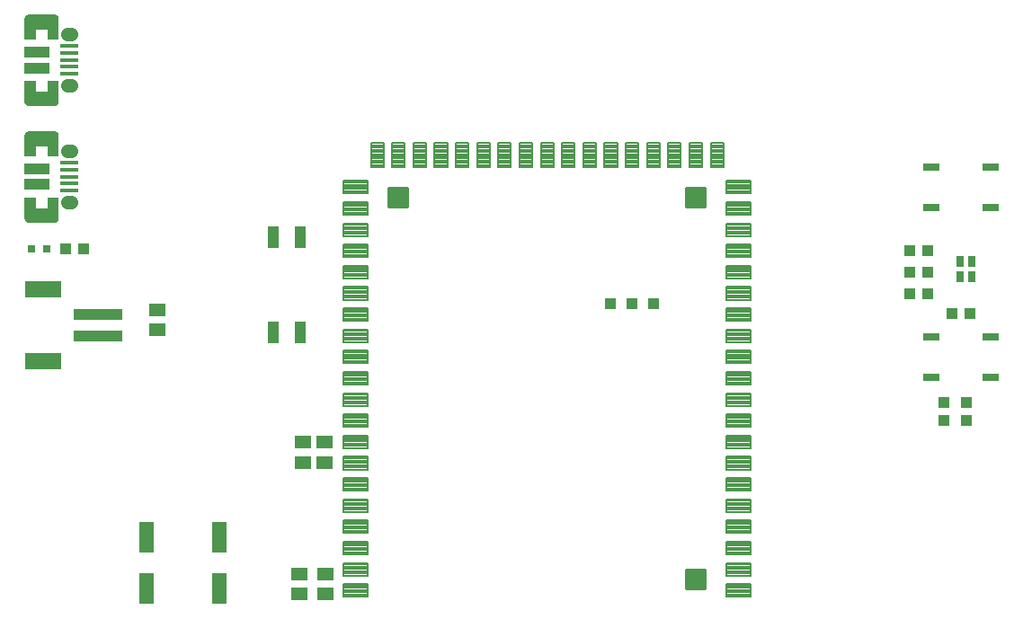
<source format=gtp>
G75*
%MOIN*%
%OFA0B0*%
%FSLAX25Y25*%
%IPPOS*%
%LPD*%
%AMOC8*
5,1,8,0,0,1.08239X$1,22.5*
%
%ADD10R,0.18110X0.03937*%
%ADD11R,0.13386X0.06299*%
%ADD12R,0.03150X0.03150*%
%ADD13R,0.03937X0.04331*%
%ADD14R,0.04300X0.07900*%
%ADD15R,0.03150X0.03937*%
%ADD16C,0.04921*%
%ADD17R,0.06890X0.01575*%
%ADD18R,0.09449X0.03937*%
%ADD19C,0.00000*%
%ADD20C,0.00001*%
%ADD21R,0.04331X0.03937*%
%ADD22C,0.00827*%
%ADD23C,0.01181*%
%ADD24R,0.03937X0.03937*%
%ADD25R,0.05906X0.05118*%
%ADD26R,0.05512X0.11811*%
%ADD27R,0.06000X0.03000*%
D10*
X0047315Y0107362D03*
X0047315Y0115236D03*
D11*
X0026843Y0124685D03*
X0026843Y0097913D03*
D12*
X0028461Y0139625D03*
X0022556Y0139625D03*
D13*
X0035156Y0139625D03*
X0041849Y0139625D03*
X0348299Y0138858D03*
X0354992Y0138858D03*
X0354992Y0130984D03*
X0348299Y0130984D03*
X0348299Y0123110D03*
X0354992Y0123110D03*
X0364047Y0115630D03*
X0370740Y0115630D03*
D14*
X0122299Y0108662D03*
X0112299Y0108662D03*
X0112299Y0144062D03*
X0122299Y0144062D03*
D15*
X0366811Y0135071D03*
X0371142Y0135071D03*
X0371142Y0129165D03*
X0366811Y0129165D03*
D16*
X0037453Y0156870D02*
X0035898Y0156870D01*
X0035898Y0175965D02*
X0037453Y0175965D01*
X0037453Y0200177D02*
X0035898Y0200177D01*
X0035898Y0219272D02*
X0037453Y0219272D01*
D17*
X0036685Y0214843D03*
X0036685Y0212283D03*
X0036685Y0209724D03*
X0036685Y0207165D03*
X0036685Y0204606D03*
X0036685Y0171535D03*
X0036685Y0168976D03*
X0036685Y0166417D03*
X0036685Y0163858D03*
X0036685Y0161299D03*
D18*
X0024736Y0163465D03*
X0024736Y0169370D03*
X0024736Y0206772D03*
X0024736Y0212677D03*
D19*
X0023929Y0217618D02*
X0020110Y0217618D01*
X0020110Y0225059D01*
X0020146Y0225374D01*
X0020251Y0225674D01*
X0020419Y0225943D01*
X0020644Y0226167D01*
X0020913Y0226336D01*
X0021212Y0226441D01*
X0021528Y0226476D01*
X0030976Y0226476D01*
X0031292Y0226441D01*
X0031591Y0226336D01*
X0031860Y0226167D01*
X0032084Y0225943D01*
X0032253Y0225674D01*
X0032358Y0225374D01*
X0032394Y0225059D01*
X0032394Y0217618D01*
X0028575Y0217618D01*
X0028575Y0221358D01*
X0023929Y0221358D01*
X0023929Y0217618D01*
X0023929Y0201831D02*
X0020110Y0201831D01*
X0020110Y0194390D01*
X0020146Y0194074D01*
X0020251Y0193775D01*
X0020419Y0193506D01*
X0020644Y0193282D01*
X0020913Y0193113D01*
X0021212Y0193008D01*
X0021528Y0192972D01*
X0030976Y0192972D01*
X0031292Y0193008D01*
X0031591Y0193113D01*
X0031860Y0193282D01*
X0032084Y0193506D01*
X0032253Y0193775D01*
X0032358Y0194074D01*
X0032394Y0194390D01*
X0032394Y0201831D01*
X0028575Y0201831D01*
X0028575Y0198091D01*
X0023929Y0198091D01*
X0023929Y0201831D01*
X0021528Y0183169D02*
X0030976Y0183169D01*
X0031292Y0183134D01*
X0031591Y0183029D01*
X0031860Y0182860D01*
X0032084Y0182636D01*
X0032253Y0182367D01*
X0032358Y0182067D01*
X0032394Y0181752D01*
X0032394Y0174311D01*
X0028575Y0174311D01*
X0028575Y0178051D01*
X0023929Y0178051D01*
X0023929Y0174311D01*
X0020110Y0174311D01*
X0020110Y0181752D01*
X0020146Y0182067D01*
X0020251Y0182367D01*
X0020419Y0182636D01*
X0020644Y0182860D01*
X0020913Y0183029D01*
X0021212Y0183134D01*
X0021528Y0183169D01*
X0020110Y0158524D02*
X0023929Y0158524D01*
X0023929Y0154783D01*
X0028575Y0154783D01*
X0028575Y0158524D01*
X0032394Y0158524D01*
X0032394Y0151083D01*
X0032358Y0150767D01*
X0032253Y0150468D01*
X0032084Y0150199D01*
X0031860Y0149975D01*
X0031591Y0149806D01*
X0031292Y0149701D01*
X0030976Y0149665D01*
X0021528Y0149665D01*
X0021212Y0149701D01*
X0020913Y0149806D01*
X0020644Y0149975D01*
X0020419Y0150199D01*
X0020251Y0150468D01*
X0020146Y0150767D01*
X0020110Y0151083D01*
X0020110Y0158524D01*
D20*
X0020110Y0158523D02*
X0023929Y0158523D01*
X0023929Y0158522D02*
X0020110Y0158522D01*
X0020110Y0158521D02*
X0023929Y0158521D01*
X0023929Y0158520D02*
X0020110Y0158520D01*
X0020110Y0158519D02*
X0023929Y0158519D01*
X0023929Y0158518D02*
X0020110Y0158518D01*
X0020110Y0158517D02*
X0023929Y0158517D01*
X0023929Y0158516D02*
X0020110Y0158516D01*
X0020110Y0158515D02*
X0023929Y0158515D01*
X0023929Y0158514D02*
X0020110Y0158514D01*
X0020110Y0158513D02*
X0023929Y0158513D01*
X0023929Y0158512D02*
X0020110Y0158512D01*
X0020110Y0158511D02*
X0023929Y0158511D01*
X0023929Y0158510D02*
X0020110Y0158510D01*
X0020110Y0158509D02*
X0023929Y0158509D01*
X0023929Y0158508D02*
X0020110Y0158508D01*
X0020110Y0158507D02*
X0023929Y0158507D01*
X0023929Y0158506D02*
X0020110Y0158506D01*
X0020110Y0158505D02*
X0023929Y0158505D01*
X0023929Y0158504D02*
X0020110Y0158504D01*
X0020110Y0158503D02*
X0023929Y0158503D01*
X0023929Y0158502D02*
X0020110Y0158502D01*
X0020110Y0158501D02*
X0023929Y0158501D01*
X0023929Y0158500D02*
X0020110Y0158500D01*
X0020110Y0158499D02*
X0023929Y0158499D01*
X0023929Y0158498D02*
X0020110Y0158498D01*
X0020110Y0158497D02*
X0023929Y0158497D01*
X0023929Y0158496D02*
X0020110Y0158496D01*
X0020110Y0158495D02*
X0023929Y0158495D01*
X0023929Y0158494D02*
X0020110Y0158494D01*
X0020110Y0158493D02*
X0023929Y0158493D01*
X0023929Y0158492D02*
X0020110Y0158492D01*
X0020110Y0158491D02*
X0023929Y0158491D01*
X0023929Y0158490D02*
X0020110Y0158490D01*
X0020110Y0158489D02*
X0023929Y0158489D01*
X0023929Y0158488D02*
X0020110Y0158488D01*
X0020110Y0158487D02*
X0023929Y0158487D01*
X0023929Y0158486D02*
X0020110Y0158486D01*
X0020110Y0158485D02*
X0023929Y0158485D01*
X0023929Y0158484D02*
X0020110Y0158484D01*
X0020110Y0158483D02*
X0023929Y0158483D01*
X0023929Y0158482D02*
X0020110Y0158482D01*
X0020110Y0158481D02*
X0023929Y0158481D01*
X0023929Y0158480D02*
X0020110Y0158480D01*
X0020110Y0158479D02*
X0023929Y0158479D01*
X0023929Y0158478D02*
X0020110Y0158478D01*
X0020110Y0158477D02*
X0023929Y0158477D01*
X0023929Y0158476D02*
X0020110Y0158476D01*
X0020110Y0158475D02*
X0023929Y0158475D01*
X0023929Y0158474D02*
X0020110Y0158474D01*
X0020110Y0158473D02*
X0023929Y0158473D01*
X0023929Y0158472D02*
X0020110Y0158472D01*
X0020110Y0158471D02*
X0023929Y0158471D01*
X0023929Y0158470D02*
X0020110Y0158470D01*
X0020110Y0158469D02*
X0023929Y0158469D01*
X0020110Y0158469D01*
X0020110Y0158468D02*
X0023929Y0158468D01*
X0023929Y0158467D02*
X0020110Y0158467D01*
X0020110Y0158466D02*
X0023929Y0158466D01*
X0023929Y0158465D02*
X0020110Y0158465D01*
X0020110Y0158464D02*
X0023929Y0158464D01*
X0023929Y0158463D02*
X0020110Y0158463D01*
X0020110Y0158462D02*
X0023929Y0158462D01*
X0023929Y0158461D02*
X0020110Y0158461D01*
X0020110Y0158460D02*
X0023929Y0158460D01*
X0023929Y0158459D02*
X0020110Y0158459D01*
X0020110Y0158458D02*
X0023929Y0158458D01*
X0023929Y0158457D02*
X0020110Y0158457D01*
X0020110Y0158456D02*
X0023929Y0158456D01*
X0023929Y0158455D02*
X0020110Y0158455D01*
X0020110Y0158454D02*
X0023929Y0158454D01*
X0023929Y0158453D02*
X0020110Y0158453D01*
X0020110Y0158452D02*
X0023929Y0158452D01*
X0023929Y0158451D02*
X0020110Y0158451D01*
X0020110Y0158450D02*
X0023929Y0158450D01*
X0023929Y0158449D02*
X0020110Y0158449D01*
X0020110Y0158448D02*
X0023929Y0158448D01*
X0023929Y0158447D02*
X0020110Y0158447D01*
X0020110Y0158446D02*
X0023929Y0158446D01*
X0023929Y0158445D02*
X0020110Y0158445D01*
X0020110Y0158444D02*
X0023929Y0158444D01*
X0023929Y0158443D02*
X0020110Y0158443D01*
X0020110Y0158442D02*
X0023929Y0158442D01*
X0023929Y0158441D02*
X0020110Y0158441D01*
X0020110Y0158440D02*
X0023929Y0158440D01*
X0023929Y0158439D02*
X0020110Y0158439D01*
X0020110Y0158438D02*
X0023929Y0158438D01*
X0023929Y0158437D02*
X0020110Y0158437D01*
X0020110Y0158436D02*
X0023929Y0158436D01*
X0023929Y0158435D02*
X0020110Y0158435D01*
X0020110Y0158434D02*
X0023929Y0158434D01*
X0023929Y0158433D02*
X0020110Y0158433D01*
X0020110Y0158432D02*
X0023929Y0158432D01*
X0023929Y0158431D02*
X0020110Y0158431D01*
X0020110Y0158430D02*
X0023929Y0158430D01*
X0023929Y0158429D02*
X0020110Y0158429D01*
X0020110Y0158428D02*
X0023929Y0158428D01*
X0023929Y0158427D02*
X0020110Y0158427D01*
X0020110Y0158426D02*
X0023929Y0158426D01*
X0023929Y0158425D02*
X0020110Y0158425D01*
X0020110Y0158424D02*
X0023929Y0158424D01*
X0023929Y0158423D02*
X0020110Y0158423D01*
X0020110Y0158422D02*
X0023929Y0158422D01*
X0023929Y0158421D02*
X0020110Y0158421D01*
X0020110Y0158420D02*
X0023929Y0158420D01*
X0023929Y0158419D02*
X0020110Y0158419D01*
X0020110Y0158418D02*
X0023929Y0158418D01*
X0023929Y0158417D02*
X0020110Y0158417D01*
X0020110Y0158416D02*
X0023929Y0158416D01*
X0023929Y0158415D02*
X0020110Y0158415D01*
X0020110Y0158414D02*
X0023929Y0158414D01*
X0023929Y0158413D02*
X0020110Y0158413D01*
X0020110Y0158412D02*
X0023929Y0158412D01*
X0023929Y0158411D02*
X0020110Y0158411D01*
X0020110Y0158410D02*
X0023929Y0158410D01*
X0023929Y0158409D02*
X0020110Y0158409D01*
X0020110Y0158408D02*
X0023929Y0158408D01*
X0023929Y0158407D02*
X0020110Y0158407D01*
X0020110Y0158406D02*
X0023929Y0158406D01*
X0020110Y0158406D01*
X0020110Y0158405D02*
X0023929Y0158405D01*
X0023929Y0158404D02*
X0020110Y0158404D01*
X0020110Y0158403D02*
X0023929Y0158403D01*
X0023929Y0158402D02*
X0020110Y0158402D01*
X0020110Y0158401D02*
X0023929Y0158401D01*
X0023929Y0158400D02*
X0020110Y0158400D01*
X0020110Y0158399D02*
X0023929Y0158399D01*
X0023929Y0158398D02*
X0020110Y0158398D01*
X0020110Y0158397D02*
X0023929Y0158397D01*
X0023929Y0158396D02*
X0020110Y0158396D01*
X0020110Y0158395D02*
X0023929Y0158395D01*
X0023929Y0158394D02*
X0020110Y0158394D01*
X0020110Y0158393D02*
X0023929Y0158393D01*
X0023929Y0158392D02*
X0020110Y0158392D01*
X0020110Y0158391D02*
X0023929Y0158391D01*
X0023929Y0158390D02*
X0020110Y0158390D01*
X0020110Y0158389D02*
X0023929Y0158389D01*
X0023929Y0158388D02*
X0020110Y0158388D01*
X0020110Y0158387D02*
X0023929Y0158387D01*
X0023929Y0158386D02*
X0020110Y0158386D01*
X0020110Y0158385D02*
X0023929Y0158385D01*
X0023929Y0158384D02*
X0020110Y0158384D01*
X0020110Y0158383D02*
X0023929Y0158383D01*
X0023929Y0158382D02*
X0020110Y0158382D01*
X0020110Y0158381D02*
X0023929Y0158381D01*
X0023929Y0158380D02*
X0020110Y0158380D01*
X0020110Y0158379D02*
X0023929Y0158379D01*
X0023929Y0158378D02*
X0020110Y0158378D01*
X0020110Y0158377D02*
X0023929Y0158377D01*
X0023929Y0158376D02*
X0020110Y0158376D01*
X0020110Y0158375D02*
X0023929Y0158375D01*
X0023929Y0158374D02*
X0020110Y0158374D01*
X0020110Y0158373D02*
X0023929Y0158373D01*
X0023929Y0158372D02*
X0020110Y0158372D01*
X0020110Y0158371D02*
X0023929Y0158371D01*
X0023929Y0158370D02*
X0020110Y0158370D01*
X0020110Y0158369D02*
X0023929Y0158369D01*
X0023929Y0158368D02*
X0020110Y0158368D01*
X0020110Y0158367D02*
X0023929Y0158367D01*
X0023929Y0158366D02*
X0020110Y0158366D01*
X0020110Y0158365D02*
X0023929Y0158365D01*
X0023929Y0158364D02*
X0020110Y0158364D01*
X0020110Y0158363D02*
X0023929Y0158363D01*
X0023929Y0158362D02*
X0020110Y0158362D01*
X0020110Y0158361D02*
X0023929Y0158361D01*
X0023929Y0158360D02*
X0020110Y0158360D01*
X0020110Y0158359D02*
X0023929Y0158359D01*
X0023929Y0158358D02*
X0020110Y0158358D01*
X0020110Y0158357D02*
X0023929Y0158357D01*
X0023929Y0158356D02*
X0020110Y0158356D01*
X0020110Y0158355D02*
X0023929Y0158355D01*
X0023929Y0158354D02*
X0020110Y0158354D01*
X0020110Y0158353D02*
X0023929Y0158353D01*
X0023929Y0158352D02*
X0020110Y0158352D01*
X0020110Y0158351D02*
X0023929Y0158351D01*
X0023929Y0158350D02*
X0020110Y0158350D01*
X0020110Y0158349D02*
X0023929Y0158349D01*
X0023929Y0158348D02*
X0020110Y0158348D01*
X0020110Y0158347D02*
X0023929Y0158347D01*
X0023929Y0158346D02*
X0020110Y0158346D01*
X0020110Y0158345D02*
X0023929Y0158345D01*
X0023929Y0158344D02*
X0020110Y0158344D01*
X0023929Y0158344D01*
X0023929Y0158343D02*
X0020110Y0158343D01*
X0020110Y0158342D02*
X0023929Y0158342D01*
X0023929Y0158341D02*
X0020110Y0158341D01*
X0020110Y0158340D02*
X0023929Y0158340D01*
X0023929Y0158339D02*
X0020110Y0158339D01*
X0020110Y0158338D02*
X0023929Y0158338D01*
X0023929Y0158337D02*
X0020110Y0158337D01*
X0020110Y0158336D02*
X0023929Y0158336D01*
X0023929Y0158335D02*
X0020110Y0158335D01*
X0020110Y0158334D02*
X0023929Y0158334D01*
X0023929Y0158333D02*
X0020110Y0158333D01*
X0020110Y0158332D02*
X0023929Y0158332D01*
X0023929Y0158331D02*
X0020110Y0158331D01*
X0020110Y0158330D02*
X0023929Y0158330D01*
X0023929Y0158329D02*
X0020110Y0158329D01*
X0020110Y0158328D02*
X0023929Y0158328D01*
X0023929Y0158327D02*
X0020110Y0158327D01*
X0020110Y0158326D02*
X0023929Y0158326D01*
X0023929Y0158325D02*
X0020110Y0158325D01*
X0020110Y0158324D02*
X0023929Y0158324D01*
X0023929Y0158323D02*
X0020110Y0158323D01*
X0020110Y0158322D02*
X0023929Y0158322D01*
X0023929Y0158321D02*
X0020110Y0158321D01*
X0020110Y0158320D02*
X0023929Y0158320D01*
X0023929Y0158319D02*
X0020110Y0158319D01*
X0020110Y0158318D02*
X0023929Y0158318D01*
X0023929Y0158317D02*
X0020110Y0158317D01*
X0020110Y0158316D02*
X0023929Y0158316D01*
X0023929Y0158315D02*
X0020110Y0158315D01*
X0020110Y0158314D02*
X0023929Y0158314D01*
X0023929Y0158313D02*
X0020110Y0158313D01*
X0020110Y0158312D02*
X0023929Y0158312D01*
X0023929Y0158311D02*
X0020110Y0158311D01*
X0020110Y0158310D02*
X0023929Y0158310D01*
X0023929Y0158309D02*
X0020110Y0158309D01*
X0020110Y0158308D02*
X0023929Y0158308D01*
X0023929Y0158307D02*
X0020110Y0158307D01*
X0020110Y0158306D02*
X0023929Y0158306D01*
X0023929Y0158305D02*
X0020110Y0158305D01*
X0020110Y0158304D02*
X0023929Y0158304D01*
X0023929Y0158303D02*
X0020110Y0158303D01*
X0020110Y0158302D02*
X0023929Y0158302D01*
X0023929Y0158301D02*
X0020110Y0158301D01*
X0020110Y0158300D02*
X0023929Y0158300D01*
X0023929Y0158299D02*
X0020110Y0158299D01*
X0020110Y0158298D02*
X0023929Y0158298D01*
X0023929Y0158297D02*
X0020110Y0158297D01*
X0020110Y0158296D02*
X0023929Y0158296D01*
X0023929Y0158295D02*
X0020110Y0158295D01*
X0020110Y0158294D02*
X0023929Y0158294D01*
X0023929Y0158293D02*
X0020110Y0158293D01*
X0020110Y0158292D02*
X0023929Y0158292D01*
X0023929Y0158291D02*
X0020110Y0158291D01*
X0020110Y0158290D02*
X0023929Y0158290D01*
X0023929Y0158289D02*
X0020110Y0158289D01*
X0020110Y0158288D02*
X0023929Y0158288D01*
X0023929Y0158287D02*
X0020110Y0158287D01*
X0020110Y0158286D02*
X0023929Y0158286D01*
X0023929Y0158285D02*
X0020110Y0158285D01*
X0020110Y0158284D02*
X0023929Y0158284D01*
X0023929Y0158283D02*
X0020110Y0158283D01*
X0020110Y0158282D02*
X0023929Y0158282D01*
X0023929Y0158281D02*
X0020110Y0158281D01*
X0023929Y0158281D01*
X0023929Y0158280D02*
X0020110Y0158280D01*
X0020110Y0158279D02*
X0023929Y0158279D01*
X0023929Y0158278D02*
X0020110Y0158278D01*
X0020110Y0158277D02*
X0023929Y0158277D01*
X0023929Y0158276D02*
X0020110Y0158276D01*
X0020110Y0158275D02*
X0023929Y0158275D01*
X0023929Y0158274D02*
X0020110Y0158274D01*
X0020110Y0158273D02*
X0023929Y0158273D01*
X0023929Y0158272D02*
X0020110Y0158272D01*
X0020110Y0158271D02*
X0023929Y0158271D01*
X0023929Y0158270D02*
X0020110Y0158270D01*
X0020110Y0158269D02*
X0023929Y0158269D01*
X0023929Y0158268D02*
X0020110Y0158268D01*
X0020110Y0158267D02*
X0023929Y0158267D01*
X0023929Y0158266D02*
X0020110Y0158266D01*
X0020110Y0158265D02*
X0023929Y0158265D01*
X0023929Y0158264D02*
X0020110Y0158264D01*
X0020110Y0158263D02*
X0023929Y0158263D01*
X0023929Y0158262D02*
X0020110Y0158262D01*
X0020110Y0158261D02*
X0023929Y0158261D01*
X0023929Y0158260D02*
X0020110Y0158260D01*
X0020110Y0158259D02*
X0023929Y0158259D01*
X0023929Y0158258D02*
X0020110Y0158258D01*
X0020110Y0158257D02*
X0023929Y0158257D01*
X0023929Y0158256D02*
X0020110Y0158256D01*
X0020110Y0158255D02*
X0023929Y0158255D01*
X0023929Y0158254D02*
X0020110Y0158254D01*
X0020110Y0158253D02*
X0023929Y0158253D01*
X0023929Y0158252D02*
X0020110Y0158252D01*
X0020110Y0158251D02*
X0023929Y0158251D01*
X0023929Y0158250D02*
X0020110Y0158250D01*
X0020110Y0158249D02*
X0023929Y0158249D01*
X0023929Y0158248D02*
X0020110Y0158248D01*
X0020110Y0158247D02*
X0023929Y0158247D01*
X0023929Y0158246D02*
X0020110Y0158246D01*
X0020110Y0158245D02*
X0023929Y0158245D01*
X0023929Y0158244D02*
X0020110Y0158244D01*
X0020110Y0158243D02*
X0023929Y0158243D01*
X0023929Y0158242D02*
X0020110Y0158242D01*
X0020110Y0158241D02*
X0023929Y0158241D01*
X0023929Y0158240D02*
X0020110Y0158240D01*
X0020110Y0158239D02*
X0023929Y0158239D01*
X0023929Y0158238D02*
X0020110Y0158238D01*
X0020110Y0158237D02*
X0023929Y0158237D01*
X0023929Y0158236D02*
X0020110Y0158236D01*
X0020110Y0158235D02*
X0023929Y0158235D01*
X0023929Y0158234D02*
X0020110Y0158234D01*
X0020110Y0158233D02*
X0023929Y0158233D01*
X0023929Y0158232D02*
X0020110Y0158232D01*
X0020110Y0158231D02*
X0023929Y0158231D01*
X0023929Y0158230D02*
X0020110Y0158230D01*
X0020110Y0158229D02*
X0023929Y0158229D01*
X0023929Y0158228D02*
X0020110Y0158228D01*
X0020110Y0158227D02*
X0023929Y0158227D01*
X0023929Y0158226D02*
X0020110Y0158226D01*
X0020110Y0158225D02*
X0023929Y0158225D01*
X0023929Y0158224D02*
X0020110Y0158224D01*
X0020110Y0158223D02*
X0023929Y0158223D01*
X0023929Y0158222D02*
X0020110Y0158222D01*
X0020110Y0158221D02*
X0023929Y0158221D01*
X0023929Y0158220D02*
X0020110Y0158220D01*
X0020110Y0158219D02*
X0023929Y0158219D01*
X0020110Y0158219D01*
X0020110Y0158218D02*
X0023929Y0158218D01*
X0023929Y0158217D02*
X0020110Y0158217D01*
X0020110Y0158216D02*
X0023929Y0158216D01*
X0023929Y0158215D02*
X0020110Y0158215D01*
X0020110Y0158214D02*
X0023929Y0158214D01*
X0023929Y0158213D02*
X0020110Y0158213D01*
X0020110Y0158212D02*
X0023929Y0158212D01*
X0023929Y0158211D02*
X0020110Y0158211D01*
X0020110Y0158210D02*
X0023929Y0158210D01*
X0023929Y0158209D02*
X0020110Y0158209D01*
X0020110Y0158208D02*
X0023929Y0158208D01*
X0023929Y0158207D02*
X0020110Y0158207D01*
X0020110Y0158206D02*
X0023929Y0158206D01*
X0023929Y0158205D02*
X0020110Y0158205D01*
X0020110Y0158204D02*
X0023929Y0158204D01*
X0023929Y0158203D02*
X0020110Y0158203D01*
X0020110Y0158202D02*
X0023929Y0158202D01*
X0023929Y0158201D02*
X0020110Y0158201D01*
X0020110Y0158200D02*
X0023929Y0158200D01*
X0023929Y0158199D02*
X0020110Y0158199D01*
X0020110Y0158198D02*
X0023929Y0158198D01*
X0023929Y0158197D02*
X0020110Y0158197D01*
X0020110Y0158196D02*
X0023929Y0158196D01*
X0023929Y0158195D02*
X0020110Y0158195D01*
X0020110Y0158194D02*
X0023929Y0158194D01*
X0023929Y0158193D02*
X0020110Y0158193D01*
X0020110Y0158192D02*
X0023929Y0158192D01*
X0023929Y0158191D02*
X0020110Y0158191D01*
X0020110Y0158190D02*
X0023929Y0158190D01*
X0023929Y0158189D02*
X0020110Y0158189D01*
X0020110Y0158188D02*
X0023929Y0158188D01*
X0023929Y0158187D02*
X0020110Y0158187D01*
X0020110Y0158186D02*
X0023929Y0158186D01*
X0023929Y0158185D02*
X0020110Y0158185D01*
X0020110Y0158184D02*
X0023929Y0158184D01*
X0023929Y0158183D02*
X0020110Y0158183D01*
X0020110Y0158182D02*
X0023929Y0158182D01*
X0023929Y0158181D02*
X0020110Y0158181D01*
X0020110Y0158180D02*
X0023929Y0158180D01*
X0023929Y0158179D02*
X0020110Y0158179D01*
X0020110Y0158178D02*
X0023929Y0158178D01*
X0023929Y0158177D02*
X0020110Y0158177D01*
X0020110Y0158176D02*
X0023929Y0158176D01*
X0023929Y0158175D02*
X0020110Y0158175D01*
X0020110Y0158174D02*
X0023929Y0158174D01*
X0023929Y0158173D02*
X0020110Y0158173D01*
X0020110Y0158172D02*
X0023929Y0158172D01*
X0023929Y0158171D02*
X0020110Y0158171D01*
X0020110Y0158170D02*
X0023929Y0158170D01*
X0023929Y0158169D02*
X0020110Y0158169D01*
X0020110Y0158168D02*
X0023929Y0158168D01*
X0023929Y0158167D02*
X0020110Y0158167D01*
X0020110Y0158166D02*
X0023929Y0158166D01*
X0023929Y0158165D02*
X0020110Y0158165D01*
X0020110Y0158164D02*
X0023929Y0158164D01*
X0023929Y0158163D02*
X0020110Y0158163D01*
X0020110Y0158162D02*
X0023929Y0158162D01*
X0023929Y0158161D02*
X0020110Y0158161D01*
X0020110Y0158160D02*
X0023929Y0158160D01*
X0023929Y0158159D02*
X0020110Y0158159D01*
X0020110Y0158158D02*
X0023929Y0158158D01*
X0023929Y0158157D02*
X0020110Y0158157D01*
X0020110Y0158156D02*
X0023929Y0158156D01*
X0020110Y0158156D01*
X0020110Y0158155D02*
X0023929Y0158155D01*
X0023929Y0158154D02*
X0020110Y0158154D01*
X0020110Y0158153D02*
X0023929Y0158153D01*
X0023929Y0158152D02*
X0020110Y0158152D01*
X0020110Y0158151D02*
X0023929Y0158151D01*
X0023929Y0158150D02*
X0020110Y0158150D01*
X0020110Y0158149D02*
X0023929Y0158149D01*
X0023929Y0158148D02*
X0020110Y0158148D01*
X0020110Y0158147D02*
X0023929Y0158147D01*
X0023929Y0158146D02*
X0020110Y0158146D01*
X0020110Y0158145D02*
X0023929Y0158145D01*
X0023929Y0158144D02*
X0020110Y0158144D01*
X0020110Y0158143D02*
X0023929Y0158143D01*
X0023929Y0158142D02*
X0020110Y0158142D01*
X0020110Y0158141D02*
X0023929Y0158141D01*
X0023929Y0158140D02*
X0020110Y0158140D01*
X0020110Y0158139D02*
X0023929Y0158139D01*
X0023929Y0158138D02*
X0020110Y0158138D01*
X0020110Y0158137D02*
X0023929Y0158137D01*
X0023929Y0158136D02*
X0020110Y0158136D01*
X0020110Y0158135D02*
X0023929Y0158135D01*
X0023929Y0158134D02*
X0020110Y0158134D01*
X0020110Y0158133D02*
X0023929Y0158133D01*
X0023929Y0158132D02*
X0020110Y0158132D01*
X0020110Y0158131D02*
X0023929Y0158131D01*
X0023929Y0158130D02*
X0020110Y0158130D01*
X0020110Y0158129D02*
X0023929Y0158129D01*
X0023929Y0158128D02*
X0020110Y0158128D01*
X0020110Y0158127D02*
X0023929Y0158127D01*
X0023929Y0158126D02*
X0020110Y0158126D01*
X0020110Y0158125D02*
X0023929Y0158125D01*
X0023929Y0158124D02*
X0020110Y0158124D01*
X0020110Y0158123D02*
X0023929Y0158123D01*
X0023929Y0158122D02*
X0020110Y0158122D01*
X0020110Y0158121D02*
X0023929Y0158121D01*
X0023929Y0158120D02*
X0020110Y0158120D01*
X0020110Y0158119D02*
X0023929Y0158119D01*
X0023929Y0158118D02*
X0020110Y0158118D01*
X0020110Y0158117D02*
X0023929Y0158117D01*
X0023929Y0158116D02*
X0020110Y0158116D01*
X0020110Y0158115D02*
X0023929Y0158115D01*
X0023929Y0158114D02*
X0020110Y0158114D01*
X0020110Y0158113D02*
X0023929Y0158113D01*
X0023929Y0158112D02*
X0020110Y0158112D01*
X0020110Y0158111D02*
X0023929Y0158111D01*
X0023929Y0158110D02*
X0020110Y0158110D01*
X0020110Y0158109D02*
X0023929Y0158109D01*
X0023929Y0158108D02*
X0020110Y0158108D01*
X0020110Y0158107D02*
X0023929Y0158107D01*
X0023929Y0158106D02*
X0020110Y0158106D01*
X0020110Y0158105D02*
X0023929Y0158105D01*
X0023929Y0158104D02*
X0020110Y0158104D01*
X0020110Y0158103D02*
X0023929Y0158103D01*
X0023929Y0158102D02*
X0020110Y0158102D01*
X0020110Y0158101D02*
X0023929Y0158101D01*
X0023929Y0158100D02*
X0020110Y0158100D01*
X0020110Y0158099D02*
X0023929Y0158099D01*
X0023929Y0158098D02*
X0020110Y0158098D01*
X0020110Y0158097D02*
X0023929Y0158097D01*
X0023929Y0158096D02*
X0020110Y0158096D01*
X0020110Y0158095D02*
X0023929Y0158095D01*
X0023929Y0158094D02*
X0020110Y0158094D01*
X0023929Y0158094D01*
X0023929Y0158093D02*
X0020110Y0158093D01*
X0020110Y0158092D02*
X0023929Y0158092D01*
X0023929Y0158091D02*
X0020110Y0158091D01*
X0020110Y0158090D02*
X0023929Y0158090D01*
X0023929Y0158089D02*
X0020110Y0158089D01*
X0020110Y0158088D02*
X0023929Y0158088D01*
X0023929Y0158087D02*
X0020110Y0158087D01*
X0020110Y0158086D02*
X0023929Y0158086D01*
X0023929Y0158085D02*
X0020110Y0158085D01*
X0020110Y0158084D02*
X0023929Y0158084D01*
X0023929Y0158083D02*
X0020110Y0158083D01*
X0020110Y0158082D02*
X0023929Y0158082D01*
X0023929Y0158081D02*
X0020110Y0158081D01*
X0020110Y0158080D02*
X0023929Y0158080D01*
X0023929Y0158079D02*
X0020110Y0158079D01*
X0020110Y0158078D02*
X0023929Y0158078D01*
X0023929Y0158077D02*
X0020110Y0158077D01*
X0020110Y0158076D02*
X0023929Y0158076D01*
X0023929Y0158075D02*
X0020110Y0158075D01*
X0020110Y0158074D02*
X0023929Y0158074D01*
X0023929Y0158073D02*
X0020110Y0158073D01*
X0020110Y0158072D02*
X0023929Y0158072D01*
X0023929Y0158071D02*
X0020110Y0158071D01*
X0020110Y0158070D02*
X0023929Y0158070D01*
X0023929Y0158069D02*
X0020110Y0158069D01*
X0020110Y0158068D02*
X0023929Y0158068D01*
X0023929Y0158067D02*
X0020110Y0158067D01*
X0020110Y0158066D02*
X0023929Y0158066D01*
X0023929Y0158065D02*
X0020110Y0158065D01*
X0020110Y0158064D02*
X0023929Y0158064D01*
X0023929Y0158063D02*
X0020110Y0158063D01*
X0020110Y0158062D02*
X0023929Y0158062D01*
X0023929Y0158061D02*
X0020110Y0158061D01*
X0020110Y0158060D02*
X0023929Y0158060D01*
X0023929Y0158059D02*
X0020110Y0158059D01*
X0020110Y0158058D02*
X0023929Y0158058D01*
X0023929Y0158057D02*
X0020110Y0158057D01*
X0020110Y0158056D02*
X0023929Y0158056D01*
X0023929Y0158055D02*
X0020110Y0158055D01*
X0020110Y0158054D02*
X0023929Y0158054D01*
X0023929Y0158053D02*
X0020110Y0158053D01*
X0020110Y0158052D02*
X0023929Y0158052D01*
X0023929Y0158051D02*
X0020110Y0158051D01*
X0020110Y0158050D02*
X0023929Y0158050D01*
X0023929Y0158049D02*
X0020110Y0158049D01*
X0020110Y0158048D02*
X0023929Y0158048D01*
X0023929Y0158047D02*
X0020110Y0158047D01*
X0020110Y0158046D02*
X0023929Y0158046D01*
X0023929Y0158045D02*
X0020110Y0158045D01*
X0020110Y0158044D02*
X0023929Y0158044D01*
X0023929Y0158043D02*
X0020110Y0158043D01*
X0020110Y0158042D02*
X0023929Y0158042D01*
X0023929Y0158041D02*
X0020110Y0158041D01*
X0020110Y0158040D02*
X0023929Y0158040D01*
X0023929Y0158039D02*
X0020110Y0158039D01*
X0020110Y0158038D02*
X0023929Y0158038D01*
X0023929Y0158037D02*
X0020110Y0158037D01*
X0020110Y0158036D02*
X0023929Y0158036D01*
X0023929Y0158035D02*
X0020110Y0158035D01*
X0020110Y0158034D02*
X0023929Y0158034D01*
X0023929Y0158033D02*
X0020110Y0158033D01*
X0020110Y0158032D02*
X0023929Y0158032D01*
X0023929Y0158031D02*
X0020110Y0158031D01*
X0023929Y0158031D01*
X0023929Y0158030D02*
X0020110Y0158030D01*
X0020110Y0158029D02*
X0023929Y0158029D01*
X0023929Y0158028D02*
X0020110Y0158028D01*
X0020110Y0158027D02*
X0023929Y0158027D01*
X0023929Y0158026D02*
X0020110Y0158026D01*
X0020110Y0158025D02*
X0023929Y0158025D01*
X0023929Y0158024D02*
X0020110Y0158024D01*
X0020110Y0158023D02*
X0023929Y0158023D01*
X0023929Y0158022D02*
X0020110Y0158022D01*
X0020110Y0158021D02*
X0023929Y0158021D01*
X0023929Y0158020D02*
X0020110Y0158020D01*
X0020110Y0158019D02*
X0023929Y0158019D01*
X0023929Y0158018D02*
X0020110Y0158018D01*
X0020110Y0158017D02*
X0023929Y0158017D01*
X0023929Y0158016D02*
X0020110Y0158016D01*
X0020110Y0158015D02*
X0023929Y0158015D01*
X0023929Y0158014D02*
X0020110Y0158014D01*
X0020110Y0158013D02*
X0023929Y0158013D01*
X0023929Y0158012D02*
X0020110Y0158012D01*
X0020110Y0158011D02*
X0023929Y0158011D01*
X0023929Y0158010D02*
X0020110Y0158010D01*
X0020110Y0158009D02*
X0023929Y0158009D01*
X0023929Y0158008D02*
X0020110Y0158008D01*
X0020110Y0158007D02*
X0023929Y0158007D01*
X0023929Y0158006D02*
X0020110Y0158006D01*
X0020110Y0158005D02*
X0023929Y0158005D01*
X0023929Y0158004D02*
X0020110Y0158004D01*
X0020110Y0158003D02*
X0023929Y0158003D01*
X0023929Y0158002D02*
X0020110Y0158002D01*
X0020110Y0158001D02*
X0023929Y0158001D01*
X0023929Y0158000D02*
X0020110Y0158000D01*
X0020110Y0157999D02*
X0023929Y0157999D01*
X0023929Y0157998D02*
X0020110Y0157998D01*
X0020110Y0157997D02*
X0023929Y0157997D01*
X0023929Y0157996D02*
X0020110Y0157996D01*
X0020110Y0157995D02*
X0023929Y0157995D01*
X0023929Y0157994D02*
X0020110Y0157994D01*
X0020110Y0157993D02*
X0023929Y0157993D01*
X0023929Y0157992D02*
X0020110Y0157992D01*
X0020110Y0157991D02*
X0023929Y0157991D01*
X0023929Y0157990D02*
X0020110Y0157990D01*
X0020110Y0157989D02*
X0023929Y0157989D01*
X0023929Y0157988D02*
X0020110Y0157988D01*
X0020110Y0157987D02*
X0023929Y0157987D01*
X0023929Y0157986D02*
X0020110Y0157986D01*
X0020110Y0157985D02*
X0023929Y0157985D01*
X0023929Y0157984D02*
X0020110Y0157984D01*
X0020110Y0157983D02*
X0023929Y0157983D01*
X0023929Y0157982D02*
X0020110Y0157982D01*
X0020110Y0157981D02*
X0023929Y0157981D01*
X0023929Y0157980D02*
X0020110Y0157980D01*
X0020110Y0157979D02*
X0023929Y0157979D01*
X0023929Y0157978D02*
X0020110Y0157978D01*
X0020110Y0157977D02*
X0023929Y0157977D01*
X0023929Y0157976D02*
X0020110Y0157976D01*
X0020110Y0157975D02*
X0023929Y0157975D01*
X0023929Y0157974D02*
X0020110Y0157974D01*
X0020110Y0157973D02*
X0023929Y0157973D01*
X0023929Y0157972D02*
X0020110Y0157972D01*
X0020110Y0157971D02*
X0023929Y0157971D01*
X0023929Y0157970D02*
X0020110Y0157970D01*
X0020110Y0157969D02*
X0023929Y0157969D01*
X0020110Y0157969D01*
X0020110Y0157968D02*
X0023929Y0157968D01*
X0023929Y0157967D02*
X0020110Y0157967D01*
X0020110Y0157966D02*
X0023929Y0157966D01*
X0023929Y0157965D02*
X0020110Y0157965D01*
X0020110Y0157964D02*
X0023929Y0157964D01*
X0023929Y0157963D02*
X0020110Y0157963D01*
X0020110Y0157962D02*
X0023929Y0157962D01*
X0023929Y0157961D02*
X0020110Y0157961D01*
X0020110Y0157960D02*
X0023929Y0157960D01*
X0023929Y0157959D02*
X0020110Y0157959D01*
X0020110Y0157958D02*
X0023929Y0157958D01*
X0023929Y0157957D02*
X0020110Y0157957D01*
X0020110Y0157956D02*
X0023929Y0157956D01*
X0023929Y0157955D02*
X0020110Y0157955D01*
X0020110Y0157954D02*
X0023929Y0157954D01*
X0023929Y0157953D02*
X0020110Y0157953D01*
X0020110Y0157952D02*
X0023929Y0157952D01*
X0023929Y0157951D02*
X0020110Y0157951D01*
X0020110Y0157950D02*
X0023929Y0157950D01*
X0023929Y0157949D02*
X0020110Y0157949D01*
X0020110Y0157948D02*
X0023929Y0157948D01*
X0023929Y0157947D02*
X0020110Y0157947D01*
X0020110Y0157946D02*
X0023929Y0157946D01*
X0023929Y0157945D02*
X0020110Y0157945D01*
X0020110Y0157944D02*
X0023929Y0157944D01*
X0023929Y0157943D02*
X0020110Y0157943D01*
X0020110Y0157942D02*
X0023929Y0157942D01*
X0023929Y0157941D02*
X0020110Y0157941D01*
X0020110Y0157940D02*
X0023929Y0157940D01*
X0023929Y0157939D02*
X0020110Y0157939D01*
X0020110Y0157938D02*
X0023929Y0157938D01*
X0023929Y0157937D02*
X0020110Y0157937D01*
X0020110Y0157936D02*
X0023929Y0157936D01*
X0023929Y0157935D02*
X0020110Y0157935D01*
X0020110Y0157934D02*
X0023929Y0157934D01*
X0023929Y0157933D02*
X0020110Y0157933D01*
X0020110Y0157932D02*
X0023929Y0157932D01*
X0023929Y0157931D02*
X0020110Y0157931D01*
X0020110Y0157930D02*
X0023929Y0157930D01*
X0023929Y0157929D02*
X0020110Y0157929D01*
X0020110Y0157928D02*
X0023929Y0157928D01*
X0023929Y0157927D02*
X0020110Y0157927D01*
X0020110Y0157926D02*
X0023929Y0157926D01*
X0023929Y0157925D02*
X0020110Y0157925D01*
X0020110Y0157924D02*
X0023929Y0157924D01*
X0023929Y0157923D02*
X0020110Y0157923D01*
X0020110Y0157922D02*
X0023929Y0157922D01*
X0023929Y0157921D02*
X0020110Y0157921D01*
X0020110Y0157920D02*
X0023929Y0157920D01*
X0023929Y0157919D02*
X0020110Y0157919D01*
X0020110Y0157918D02*
X0023929Y0157918D01*
X0023929Y0157917D02*
X0020110Y0157917D01*
X0020110Y0157916D02*
X0023929Y0157916D01*
X0023929Y0157915D02*
X0020110Y0157915D01*
X0020110Y0157914D02*
X0023929Y0157914D01*
X0023929Y0157913D02*
X0020110Y0157913D01*
X0020110Y0157912D02*
X0023929Y0157912D01*
X0023929Y0157911D02*
X0020110Y0157911D01*
X0020110Y0157910D02*
X0023929Y0157910D01*
X0023929Y0157909D02*
X0020110Y0157909D01*
X0020110Y0157908D02*
X0023929Y0157908D01*
X0023929Y0157907D02*
X0020110Y0157907D01*
X0020110Y0157906D02*
X0023929Y0157906D01*
X0020110Y0157906D01*
X0020110Y0157905D02*
X0023929Y0157905D01*
X0023929Y0157904D02*
X0020110Y0157904D01*
X0020110Y0157903D02*
X0023929Y0157903D01*
X0023929Y0157902D02*
X0020110Y0157902D01*
X0020110Y0157901D02*
X0023929Y0157901D01*
X0023929Y0157900D02*
X0020110Y0157900D01*
X0020110Y0157899D02*
X0023929Y0157899D01*
X0023929Y0157898D02*
X0020110Y0157898D01*
X0020110Y0157897D02*
X0023929Y0157897D01*
X0023929Y0157896D02*
X0020110Y0157896D01*
X0020110Y0157895D02*
X0023929Y0157895D01*
X0023929Y0157894D02*
X0020110Y0157894D01*
X0020110Y0157893D02*
X0023929Y0157893D01*
X0023929Y0157892D02*
X0020110Y0157892D01*
X0020110Y0157891D02*
X0023929Y0157891D01*
X0023929Y0157890D02*
X0020110Y0157890D01*
X0020110Y0157889D02*
X0023929Y0157889D01*
X0023929Y0157888D02*
X0020110Y0157888D01*
X0020110Y0157887D02*
X0023929Y0157887D01*
X0023929Y0157886D02*
X0020110Y0157886D01*
X0020110Y0157885D02*
X0023929Y0157885D01*
X0023929Y0157884D02*
X0020110Y0157884D01*
X0020110Y0157883D02*
X0023929Y0157883D01*
X0023929Y0157882D02*
X0020110Y0157882D01*
X0020110Y0157881D02*
X0023929Y0157881D01*
X0023929Y0157880D02*
X0020110Y0157880D01*
X0020110Y0157879D02*
X0023929Y0157879D01*
X0023929Y0157878D02*
X0020110Y0157878D01*
X0020110Y0157877D02*
X0023929Y0157877D01*
X0023929Y0157876D02*
X0020110Y0157876D01*
X0020110Y0157875D02*
X0023929Y0157875D01*
X0023929Y0157874D02*
X0020110Y0157874D01*
X0020110Y0157873D02*
X0023929Y0157873D01*
X0023929Y0157872D02*
X0020110Y0157872D01*
X0020110Y0157871D02*
X0023929Y0157871D01*
X0023929Y0157870D02*
X0020110Y0157870D01*
X0020110Y0157869D02*
X0023929Y0157869D01*
X0023929Y0157868D02*
X0020110Y0157868D01*
X0020110Y0157867D02*
X0023929Y0157867D01*
X0023929Y0157866D02*
X0020110Y0157866D01*
X0020110Y0157865D02*
X0023929Y0157865D01*
X0023929Y0157864D02*
X0020110Y0157864D01*
X0020110Y0157863D02*
X0023929Y0157863D01*
X0023929Y0157862D02*
X0020110Y0157862D01*
X0020110Y0157861D02*
X0023929Y0157861D01*
X0023929Y0157860D02*
X0020110Y0157860D01*
X0020110Y0157859D02*
X0023929Y0157859D01*
X0023929Y0157858D02*
X0020110Y0157858D01*
X0020110Y0157857D02*
X0023929Y0157857D01*
X0023929Y0157856D02*
X0020110Y0157856D01*
X0020110Y0157855D02*
X0023929Y0157855D01*
X0023929Y0157854D02*
X0020110Y0157854D01*
X0020110Y0157853D02*
X0023929Y0157853D01*
X0023929Y0157852D02*
X0020110Y0157852D01*
X0020110Y0157851D02*
X0023929Y0157851D01*
X0023929Y0157850D02*
X0020110Y0157850D01*
X0020110Y0157849D02*
X0023929Y0157849D01*
X0023929Y0157848D02*
X0020110Y0157848D01*
X0020110Y0157847D02*
X0023929Y0157847D01*
X0023929Y0157846D02*
X0020110Y0157846D01*
X0020110Y0157845D02*
X0023929Y0157845D01*
X0023929Y0157844D02*
X0020110Y0157844D01*
X0023929Y0157844D01*
X0023929Y0157843D02*
X0020110Y0157843D01*
X0020110Y0157842D02*
X0023929Y0157842D01*
X0023929Y0157841D02*
X0020110Y0157841D01*
X0020110Y0157840D02*
X0023929Y0157840D01*
X0023929Y0157839D02*
X0020110Y0157839D01*
X0020110Y0157838D02*
X0023929Y0157838D01*
X0023929Y0157837D02*
X0020110Y0157837D01*
X0020110Y0157836D02*
X0023929Y0157836D01*
X0023929Y0157835D02*
X0020110Y0157835D01*
X0020110Y0157834D02*
X0023929Y0157834D01*
X0023929Y0157833D02*
X0020110Y0157833D01*
X0020110Y0157832D02*
X0023929Y0157832D01*
X0023929Y0157831D02*
X0020110Y0157831D01*
X0020110Y0157830D02*
X0023929Y0157830D01*
X0023929Y0157829D02*
X0020110Y0157829D01*
X0020110Y0157828D02*
X0023929Y0157828D01*
X0023929Y0157827D02*
X0020110Y0157827D01*
X0020110Y0157826D02*
X0023929Y0157826D01*
X0023929Y0157825D02*
X0020110Y0157825D01*
X0020110Y0157824D02*
X0023929Y0157824D01*
X0023929Y0157823D02*
X0020110Y0157823D01*
X0020110Y0157822D02*
X0023929Y0157822D01*
X0023929Y0157821D02*
X0020110Y0157821D01*
X0020110Y0157820D02*
X0023929Y0157820D01*
X0023929Y0157819D02*
X0020110Y0157819D01*
X0020110Y0157818D02*
X0023929Y0157818D01*
X0023929Y0157817D02*
X0020110Y0157817D01*
X0020110Y0157816D02*
X0023929Y0157816D01*
X0023929Y0157815D02*
X0020110Y0157815D01*
X0020110Y0157814D02*
X0023929Y0157814D01*
X0023929Y0157813D02*
X0020110Y0157813D01*
X0020110Y0157812D02*
X0023929Y0157812D01*
X0023929Y0157811D02*
X0020110Y0157811D01*
X0020110Y0157810D02*
X0023929Y0157810D01*
X0023929Y0157809D02*
X0020110Y0157809D01*
X0020110Y0157808D02*
X0023929Y0157808D01*
X0023929Y0157807D02*
X0020110Y0157807D01*
X0020110Y0157806D02*
X0023929Y0157806D01*
X0023929Y0157805D02*
X0020110Y0157805D01*
X0020110Y0157804D02*
X0023929Y0157804D01*
X0023929Y0157803D02*
X0020110Y0157803D01*
X0020110Y0157802D02*
X0023929Y0157802D01*
X0023929Y0157801D02*
X0020110Y0157801D01*
X0020110Y0157800D02*
X0023929Y0157800D01*
X0023929Y0157799D02*
X0020110Y0157799D01*
X0020110Y0157798D02*
X0023929Y0157798D01*
X0023929Y0157797D02*
X0020110Y0157797D01*
X0020110Y0157796D02*
X0023929Y0157796D01*
X0023929Y0157795D02*
X0020110Y0157795D01*
X0020110Y0157794D02*
X0023929Y0157794D01*
X0023929Y0157793D02*
X0020110Y0157793D01*
X0020110Y0157792D02*
X0023929Y0157792D01*
X0023929Y0157791D02*
X0020110Y0157791D01*
X0020110Y0157790D02*
X0023929Y0157790D01*
X0023929Y0157789D02*
X0020110Y0157789D01*
X0020110Y0157788D02*
X0023929Y0157788D01*
X0023929Y0157787D02*
X0020110Y0157787D01*
X0020110Y0157786D02*
X0023929Y0157786D01*
X0023929Y0157785D02*
X0020110Y0157785D01*
X0020110Y0157784D02*
X0023929Y0157784D01*
X0023929Y0157783D02*
X0020110Y0157783D01*
X0020110Y0157782D02*
X0023929Y0157782D01*
X0023929Y0157781D02*
X0020110Y0157781D01*
X0023929Y0157781D01*
X0023929Y0157780D02*
X0020110Y0157780D01*
X0020110Y0157779D02*
X0023929Y0157779D01*
X0023929Y0157778D02*
X0020110Y0157778D01*
X0020110Y0157777D02*
X0023929Y0157777D01*
X0023929Y0157776D02*
X0020110Y0157776D01*
X0020110Y0157775D02*
X0023929Y0157775D01*
X0023929Y0157774D02*
X0020110Y0157774D01*
X0020110Y0157773D02*
X0023929Y0157773D01*
X0023929Y0157772D02*
X0020110Y0157772D01*
X0020110Y0157771D02*
X0023929Y0157771D01*
X0023929Y0157770D02*
X0020110Y0157770D01*
X0020110Y0157769D02*
X0023929Y0157769D01*
X0023929Y0157768D02*
X0020110Y0157768D01*
X0020110Y0157767D02*
X0023929Y0157767D01*
X0023929Y0157766D02*
X0020110Y0157766D01*
X0020110Y0157765D02*
X0023929Y0157765D01*
X0023929Y0157764D02*
X0020110Y0157764D01*
X0020110Y0157763D02*
X0023929Y0157763D01*
X0023929Y0157762D02*
X0020110Y0157762D01*
X0020110Y0157761D02*
X0023929Y0157761D01*
X0023929Y0157760D02*
X0020110Y0157760D01*
X0020110Y0157759D02*
X0023929Y0157759D01*
X0023929Y0157758D02*
X0020110Y0157758D01*
X0020110Y0157757D02*
X0023929Y0157757D01*
X0023929Y0157756D02*
X0020110Y0157756D01*
X0020110Y0157755D02*
X0023929Y0157755D01*
X0023929Y0157754D02*
X0020110Y0157754D01*
X0020110Y0157753D02*
X0023929Y0157753D01*
X0023929Y0157752D02*
X0020110Y0157752D01*
X0020110Y0157751D02*
X0023929Y0157751D01*
X0023929Y0157750D02*
X0020110Y0157750D01*
X0020110Y0157749D02*
X0023929Y0157749D01*
X0023929Y0157748D02*
X0020110Y0157748D01*
X0020110Y0157747D02*
X0023929Y0157747D01*
X0023929Y0157746D02*
X0020110Y0157746D01*
X0020110Y0157745D02*
X0023929Y0157745D01*
X0023929Y0157744D02*
X0020110Y0157744D01*
X0020110Y0157743D02*
X0023929Y0157743D01*
X0023929Y0157742D02*
X0020110Y0157742D01*
X0020110Y0157741D02*
X0023929Y0157741D01*
X0023929Y0157740D02*
X0020110Y0157740D01*
X0020110Y0157739D02*
X0023929Y0157739D01*
X0023929Y0157738D02*
X0020110Y0157738D01*
X0020110Y0157737D02*
X0023929Y0157737D01*
X0023929Y0157736D02*
X0020110Y0157736D01*
X0020110Y0157735D02*
X0023929Y0157735D01*
X0023929Y0157734D02*
X0020110Y0157734D01*
X0020110Y0157733D02*
X0023929Y0157733D01*
X0023929Y0157732D02*
X0020110Y0157732D01*
X0020110Y0157731D02*
X0023929Y0157731D01*
X0023929Y0157730D02*
X0020110Y0157730D01*
X0020110Y0157729D02*
X0023929Y0157729D01*
X0023929Y0157728D02*
X0020110Y0157728D01*
X0020110Y0157727D02*
X0023929Y0157727D01*
X0023929Y0157726D02*
X0020110Y0157726D01*
X0020110Y0157725D02*
X0023929Y0157725D01*
X0023929Y0157724D02*
X0020110Y0157724D01*
X0020110Y0157723D02*
X0023929Y0157723D01*
X0023929Y0157722D02*
X0020110Y0157722D01*
X0020110Y0157721D02*
X0023929Y0157721D01*
X0023929Y0157720D02*
X0020110Y0157720D01*
X0020110Y0157719D02*
X0023929Y0157719D01*
X0020110Y0157719D01*
X0020110Y0157718D02*
X0023929Y0157718D01*
X0023929Y0157717D02*
X0020110Y0157717D01*
X0020110Y0157716D02*
X0023929Y0157716D01*
X0023929Y0157715D02*
X0020110Y0157715D01*
X0020110Y0157714D02*
X0023929Y0157714D01*
X0023929Y0157713D02*
X0020110Y0157713D01*
X0020110Y0157712D02*
X0023929Y0157712D01*
X0023929Y0157711D02*
X0020110Y0157711D01*
X0020110Y0157710D02*
X0023929Y0157710D01*
X0023929Y0157709D02*
X0020110Y0157709D01*
X0020110Y0157708D02*
X0023929Y0157708D01*
X0023929Y0157707D02*
X0020110Y0157707D01*
X0020110Y0157706D02*
X0023929Y0157706D01*
X0023929Y0157705D02*
X0020110Y0157705D01*
X0020110Y0157704D02*
X0023929Y0157704D01*
X0023929Y0157703D02*
X0020110Y0157703D01*
X0020110Y0157702D02*
X0023929Y0157702D01*
X0023929Y0157701D02*
X0020110Y0157701D01*
X0020110Y0157700D02*
X0023929Y0157700D01*
X0023929Y0157699D02*
X0020110Y0157699D01*
X0020110Y0157698D02*
X0023929Y0157698D01*
X0023929Y0157697D02*
X0020110Y0157697D01*
X0020110Y0157696D02*
X0023929Y0157696D01*
X0023929Y0157695D02*
X0020110Y0157695D01*
X0020110Y0157694D02*
X0023929Y0157694D01*
X0023929Y0157693D02*
X0020110Y0157693D01*
X0020110Y0157692D02*
X0023929Y0157692D01*
X0023929Y0157691D02*
X0020110Y0157691D01*
X0020110Y0157690D02*
X0023929Y0157690D01*
X0023929Y0157689D02*
X0020110Y0157689D01*
X0020110Y0157688D02*
X0023929Y0157688D01*
X0023929Y0157687D02*
X0020110Y0157687D01*
X0020110Y0157686D02*
X0023929Y0157686D01*
X0023929Y0157685D02*
X0020110Y0157685D01*
X0020110Y0157684D02*
X0023929Y0157684D01*
X0023929Y0157683D02*
X0020110Y0157683D01*
X0020110Y0157682D02*
X0023929Y0157682D01*
X0023929Y0157681D02*
X0020110Y0157681D01*
X0020110Y0157680D02*
X0023929Y0157680D01*
X0023929Y0157679D02*
X0020110Y0157679D01*
X0020110Y0157678D02*
X0023929Y0157678D01*
X0023929Y0157677D02*
X0020110Y0157677D01*
X0020110Y0157676D02*
X0023929Y0157676D01*
X0023929Y0157675D02*
X0020110Y0157675D01*
X0020110Y0157674D02*
X0023929Y0157674D01*
X0023929Y0157673D02*
X0020110Y0157673D01*
X0020110Y0157672D02*
X0023929Y0157672D01*
X0023929Y0157671D02*
X0020110Y0157671D01*
X0020110Y0157670D02*
X0023929Y0157670D01*
X0023929Y0157669D02*
X0020110Y0157669D01*
X0020110Y0157668D02*
X0023929Y0157668D01*
X0023929Y0157667D02*
X0020110Y0157667D01*
X0020110Y0157666D02*
X0023929Y0157666D01*
X0023929Y0157665D02*
X0020110Y0157665D01*
X0020110Y0157664D02*
X0023929Y0157664D01*
X0023929Y0157663D02*
X0020110Y0157663D01*
X0020110Y0157662D02*
X0023929Y0157662D01*
X0023929Y0157661D02*
X0020110Y0157661D01*
X0020110Y0157660D02*
X0023929Y0157660D01*
X0023929Y0157659D02*
X0020110Y0157659D01*
X0020110Y0157658D02*
X0023929Y0157658D01*
X0023929Y0157657D02*
X0020110Y0157657D01*
X0020110Y0157656D02*
X0023929Y0157656D01*
X0020110Y0157656D01*
X0020110Y0157655D02*
X0023929Y0157655D01*
X0023929Y0157654D02*
X0020110Y0157654D01*
X0020110Y0157653D02*
X0023929Y0157653D01*
X0023929Y0157652D02*
X0020110Y0157652D01*
X0020110Y0157651D02*
X0023929Y0157651D01*
X0023929Y0157650D02*
X0020110Y0157650D01*
X0020110Y0157649D02*
X0023929Y0157649D01*
X0023929Y0157648D02*
X0020110Y0157648D01*
X0020110Y0157647D02*
X0023929Y0157647D01*
X0023929Y0157646D02*
X0020110Y0157646D01*
X0020110Y0157645D02*
X0023929Y0157645D01*
X0023929Y0157644D02*
X0020110Y0157644D01*
X0020110Y0157643D02*
X0023929Y0157643D01*
X0023929Y0157642D02*
X0020110Y0157642D01*
X0020110Y0157641D02*
X0023929Y0157641D01*
X0023929Y0157640D02*
X0020110Y0157640D01*
X0020110Y0157639D02*
X0023929Y0157639D01*
X0023929Y0157638D02*
X0020110Y0157638D01*
X0020110Y0157637D02*
X0023929Y0157637D01*
X0023929Y0157636D02*
X0020110Y0157636D01*
X0020110Y0157635D02*
X0023929Y0157635D01*
X0023929Y0157634D02*
X0020110Y0157634D01*
X0020110Y0157633D02*
X0023929Y0157633D01*
X0023929Y0157632D02*
X0020110Y0157632D01*
X0020110Y0157631D02*
X0023929Y0157631D01*
X0023929Y0157630D02*
X0020110Y0157630D01*
X0020110Y0157629D02*
X0023929Y0157629D01*
X0023929Y0157628D02*
X0020110Y0157628D01*
X0020110Y0157627D02*
X0023929Y0157627D01*
X0023929Y0157626D02*
X0020110Y0157626D01*
X0020110Y0157625D02*
X0023929Y0157625D01*
X0023929Y0157624D02*
X0020110Y0157624D01*
X0020110Y0157623D02*
X0023929Y0157623D01*
X0023929Y0157622D02*
X0020110Y0157622D01*
X0020110Y0157621D02*
X0023929Y0157621D01*
X0023929Y0157620D02*
X0020110Y0157620D01*
X0020110Y0157619D02*
X0023929Y0157619D01*
X0023929Y0157618D02*
X0020110Y0157618D01*
X0020110Y0157617D02*
X0023929Y0157617D01*
X0023929Y0157616D02*
X0020110Y0157616D01*
X0020110Y0157615D02*
X0023929Y0157615D01*
X0023929Y0157614D02*
X0020110Y0157614D01*
X0020110Y0157613D02*
X0023929Y0157613D01*
X0023929Y0157612D02*
X0020110Y0157612D01*
X0020110Y0157611D02*
X0023929Y0157611D01*
X0023929Y0157610D02*
X0020110Y0157610D01*
X0020110Y0157609D02*
X0023929Y0157609D01*
X0023929Y0157608D02*
X0020110Y0157608D01*
X0020110Y0157607D02*
X0023929Y0157607D01*
X0023929Y0157606D02*
X0020110Y0157606D01*
X0020110Y0157605D02*
X0023929Y0157605D01*
X0023929Y0157604D02*
X0020110Y0157604D01*
X0020110Y0157603D02*
X0023929Y0157603D01*
X0023929Y0157602D02*
X0020110Y0157602D01*
X0020110Y0157601D02*
X0023929Y0157601D01*
X0023929Y0157600D02*
X0020110Y0157600D01*
X0020110Y0157599D02*
X0023929Y0157599D01*
X0023929Y0157598D02*
X0020110Y0157598D01*
X0020110Y0157597D02*
X0023929Y0157597D01*
X0023929Y0157596D02*
X0020110Y0157596D01*
X0020110Y0157595D02*
X0023929Y0157595D01*
X0023929Y0157594D02*
X0020110Y0157594D01*
X0023929Y0157594D01*
X0023929Y0157593D02*
X0020110Y0157593D01*
X0020110Y0157592D02*
X0023929Y0157592D01*
X0023929Y0157591D02*
X0020110Y0157591D01*
X0020110Y0157590D02*
X0023929Y0157590D01*
X0023929Y0157589D02*
X0020110Y0157589D01*
X0020110Y0157588D02*
X0023929Y0157588D01*
X0023929Y0157587D02*
X0020110Y0157587D01*
X0020110Y0157586D02*
X0023929Y0157586D01*
X0023929Y0157585D02*
X0020110Y0157585D01*
X0020110Y0157584D02*
X0023929Y0157584D01*
X0023929Y0157583D02*
X0020110Y0157583D01*
X0020110Y0157582D02*
X0023929Y0157582D01*
X0023929Y0157581D02*
X0020110Y0157581D01*
X0020110Y0157580D02*
X0023929Y0157580D01*
X0023929Y0157579D02*
X0020110Y0157579D01*
X0020110Y0157578D02*
X0023929Y0157578D01*
X0023929Y0157577D02*
X0020110Y0157577D01*
X0020110Y0157576D02*
X0023929Y0157576D01*
X0023929Y0157575D02*
X0020110Y0157575D01*
X0020110Y0157574D02*
X0023929Y0157574D01*
X0023929Y0157573D02*
X0020110Y0157573D01*
X0020110Y0157572D02*
X0023929Y0157572D01*
X0023929Y0157571D02*
X0020110Y0157571D01*
X0020110Y0157570D02*
X0023929Y0157570D01*
X0023929Y0157569D02*
X0020110Y0157569D01*
X0020110Y0157568D02*
X0023929Y0157568D01*
X0023929Y0157567D02*
X0020110Y0157567D01*
X0020110Y0157566D02*
X0023929Y0157566D01*
X0023929Y0157565D02*
X0020110Y0157565D01*
X0020110Y0157564D02*
X0023929Y0157564D01*
X0023929Y0157563D02*
X0020110Y0157563D01*
X0020110Y0157562D02*
X0023929Y0157562D01*
X0023929Y0157561D02*
X0020110Y0157561D01*
X0020110Y0157560D02*
X0023929Y0157560D01*
X0023929Y0157559D02*
X0020110Y0157559D01*
X0020110Y0157558D02*
X0023929Y0157558D01*
X0023929Y0157557D02*
X0020110Y0157557D01*
X0020110Y0157556D02*
X0023929Y0157556D01*
X0023929Y0157555D02*
X0020110Y0157555D01*
X0020110Y0157554D02*
X0023929Y0157554D01*
X0023929Y0157553D02*
X0020110Y0157553D01*
X0020110Y0157552D02*
X0023929Y0157552D01*
X0023929Y0157551D02*
X0020110Y0157551D01*
X0020110Y0157550D02*
X0023929Y0157550D01*
X0023929Y0157549D02*
X0020110Y0157549D01*
X0020110Y0157548D02*
X0023929Y0157548D01*
X0023929Y0157547D02*
X0020110Y0157547D01*
X0020110Y0157546D02*
X0023929Y0157546D01*
X0023929Y0157545D02*
X0020110Y0157545D01*
X0020110Y0157544D02*
X0023929Y0157544D01*
X0023929Y0157543D02*
X0020110Y0157543D01*
X0020110Y0157542D02*
X0023929Y0157542D01*
X0023929Y0157541D02*
X0020110Y0157541D01*
X0020110Y0157540D02*
X0023929Y0157540D01*
X0023929Y0157539D02*
X0020110Y0157539D01*
X0020110Y0157538D02*
X0023929Y0157538D01*
X0023929Y0157537D02*
X0020110Y0157537D01*
X0020110Y0157536D02*
X0023929Y0157536D01*
X0023929Y0157535D02*
X0020110Y0157535D01*
X0020110Y0157534D02*
X0023929Y0157534D01*
X0023929Y0157533D02*
X0020110Y0157533D01*
X0020110Y0157532D02*
X0023929Y0157532D01*
X0023929Y0157531D02*
X0020110Y0157531D01*
X0023929Y0157531D01*
X0023929Y0157530D02*
X0020110Y0157530D01*
X0020110Y0157529D02*
X0023929Y0157529D01*
X0023929Y0157528D02*
X0020110Y0157528D01*
X0020110Y0157527D02*
X0023929Y0157527D01*
X0023929Y0157526D02*
X0020110Y0157526D01*
X0020110Y0157525D02*
X0023929Y0157525D01*
X0023929Y0157524D02*
X0020110Y0157524D01*
X0020110Y0157523D02*
X0023929Y0157523D01*
X0023929Y0157522D02*
X0020110Y0157522D01*
X0020110Y0157521D02*
X0023929Y0157521D01*
X0023929Y0157520D02*
X0020110Y0157520D01*
X0020110Y0157519D02*
X0023929Y0157519D01*
X0023929Y0157518D02*
X0020110Y0157518D01*
X0020110Y0157517D02*
X0023929Y0157517D01*
X0023929Y0157516D02*
X0020110Y0157516D01*
X0020110Y0157515D02*
X0023929Y0157515D01*
X0023929Y0157514D02*
X0020110Y0157514D01*
X0020110Y0157513D02*
X0023929Y0157513D01*
X0023929Y0157512D02*
X0020110Y0157512D01*
X0020110Y0157511D02*
X0023929Y0157511D01*
X0023929Y0157510D02*
X0020110Y0157510D01*
X0020110Y0157509D02*
X0023929Y0157509D01*
X0023929Y0157508D02*
X0020110Y0157508D01*
X0020110Y0157507D02*
X0023929Y0157507D01*
X0023929Y0157506D02*
X0020110Y0157506D01*
X0020110Y0157505D02*
X0023929Y0157505D01*
X0023929Y0157504D02*
X0020110Y0157504D01*
X0020110Y0157503D02*
X0023929Y0157503D01*
X0023929Y0157502D02*
X0020110Y0157502D01*
X0020110Y0157501D02*
X0023929Y0157501D01*
X0023929Y0157500D02*
X0020110Y0157500D01*
X0020110Y0157499D02*
X0023929Y0157499D01*
X0023929Y0157498D02*
X0020110Y0157498D01*
X0020110Y0157497D02*
X0023929Y0157497D01*
X0023929Y0157496D02*
X0020110Y0157496D01*
X0020110Y0157495D02*
X0023929Y0157495D01*
X0023929Y0157494D02*
X0020110Y0157494D01*
X0020110Y0157493D02*
X0023929Y0157493D01*
X0023929Y0157492D02*
X0020110Y0157492D01*
X0020110Y0157491D02*
X0023929Y0157491D01*
X0023929Y0157490D02*
X0020110Y0157490D01*
X0020110Y0157489D02*
X0023929Y0157489D01*
X0023929Y0157488D02*
X0020110Y0157488D01*
X0020110Y0157487D02*
X0023929Y0157487D01*
X0023929Y0157486D02*
X0020110Y0157486D01*
X0020110Y0157485D02*
X0023929Y0157485D01*
X0023929Y0157484D02*
X0020110Y0157484D01*
X0020110Y0157483D02*
X0023929Y0157483D01*
X0023929Y0157482D02*
X0020110Y0157482D01*
X0020110Y0157481D02*
X0023929Y0157481D01*
X0023929Y0157480D02*
X0020110Y0157480D01*
X0020110Y0157479D02*
X0023929Y0157479D01*
X0023929Y0157478D02*
X0020110Y0157478D01*
X0020110Y0157477D02*
X0023929Y0157477D01*
X0023929Y0157476D02*
X0020110Y0157476D01*
X0020110Y0157475D02*
X0023929Y0157475D01*
X0023929Y0157474D02*
X0020110Y0157474D01*
X0020110Y0157473D02*
X0023929Y0157473D01*
X0023929Y0157472D02*
X0020110Y0157472D01*
X0020110Y0157471D02*
X0023929Y0157471D01*
X0023929Y0157470D02*
X0020110Y0157470D01*
X0020110Y0157469D02*
X0023929Y0157469D01*
X0020110Y0157469D01*
X0020110Y0157468D02*
X0023929Y0157468D01*
X0023929Y0157467D02*
X0020110Y0157467D01*
X0020110Y0157466D02*
X0023929Y0157466D01*
X0023929Y0157465D02*
X0020110Y0157465D01*
X0020110Y0157464D02*
X0023929Y0157464D01*
X0023929Y0157463D02*
X0020110Y0157463D01*
X0020110Y0157462D02*
X0023929Y0157462D01*
X0023929Y0157461D02*
X0020110Y0157461D01*
X0020110Y0157460D02*
X0023929Y0157460D01*
X0023929Y0157459D02*
X0020110Y0157459D01*
X0020110Y0157458D02*
X0023929Y0157458D01*
X0023929Y0157457D02*
X0020110Y0157457D01*
X0020110Y0157456D02*
X0023929Y0157456D01*
X0023929Y0157455D02*
X0020110Y0157455D01*
X0020110Y0157454D02*
X0023929Y0157454D01*
X0023929Y0157453D02*
X0020110Y0157453D01*
X0020110Y0157452D02*
X0023929Y0157452D01*
X0023929Y0157451D02*
X0020110Y0157451D01*
X0020110Y0157450D02*
X0023929Y0157450D01*
X0023929Y0157449D02*
X0020110Y0157449D01*
X0020110Y0157448D02*
X0023929Y0157448D01*
X0023929Y0157447D02*
X0020110Y0157447D01*
X0020110Y0157446D02*
X0023929Y0157446D01*
X0023929Y0157445D02*
X0020110Y0157445D01*
X0020110Y0157444D02*
X0023929Y0157444D01*
X0023929Y0157443D02*
X0020110Y0157443D01*
X0020110Y0157442D02*
X0023929Y0157442D01*
X0023929Y0157441D02*
X0020110Y0157441D01*
X0020110Y0157440D02*
X0023929Y0157440D01*
X0023929Y0157439D02*
X0020110Y0157439D01*
X0020110Y0157438D02*
X0023929Y0157438D01*
X0023929Y0157437D02*
X0020110Y0157437D01*
X0020110Y0157436D02*
X0023929Y0157436D01*
X0023929Y0157435D02*
X0020110Y0157435D01*
X0020110Y0157434D02*
X0023929Y0157434D01*
X0023929Y0157433D02*
X0020110Y0157433D01*
X0020110Y0157432D02*
X0023929Y0157432D01*
X0023929Y0157431D02*
X0020110Y0157431D01*
X0020110Y0157430D02*
X0023929Y0157430D01*
X0023929Y0157429D02*
X0020110Y0157429D01*
X0020110Y0157428D02*
X0023929Y0157428D01*
X0023929Y0157427D02*
X0020110Y0157427D01*
X0020110Y0157426D02*
X0023929Y0157426D01*
X0023929Y0157425D02*
X0020110Y0157425D01*
X0020110Y0157424D02*
X0023929Y0157424D01*
X0023929Y0157423D02*
X0020110Y0157423D01*
X0020110Y0157422D02*
X0023929Y0157422D01*
X0023929Y0157421D02*
X0020110Y0157421D01*
X0020110Y0157420D02*
X0023929Y0157420D01*
X0023929Y0157419D02*
X0020110Y0157419D01*
X0020110Y0157418D02*
X0023929Y0157418D01*
X0023929Y0157417D02*
X0020110Y0157417D01*
X0020110Y0157416D02*
X0023929Y0157416D01*
X0023929Y0157415D02*
X0020110Y0157415D01*
X0020110Y0157414D02*
X0023929Y0157414D01*
X0023929Y0157413D02*
X0020110Y0157413D01*
X0020110Y0157412D02*
X0023929Y0157412D01*
X0023929Y0157411D02*
X0020110Y0157411D01*
X0020110Y0157410D02*
X0023929Y0157410D01*
X0023929Y0157409D02*
X0020110Y0157409D01*
X0020110Y0157408D02*
X0023929Y0157408D01*
X0023929Y0157407D02*
X0020110Y0157407D01*
X0020110Y0157406D02*
X0023929Y0157406D01*
X0020110Y0157406D01*
X0020110Y0157405D02*
X0023929Y0157405D01*
X0023929Y0157404D02*
X0020110Y0157404D01*
X0020110Y0157403D02*
X0023929Y0157403D01*
X0023929Y0157402D02*
X0020110Y0157402D01*
X0020110Y0157401D02*
X0023929Y0157401D01*
X0023929Y0157400D02*
X0020110Y0157400D01*
X0020110Y0157399D02*
X0023929Y0157399D01*
X0023929Y0157398D02*
X0020110Y0157398D01*
X0020110Y0157397D02*
X0023929Y0157397D01*
X0023929Y0157396D02*
X0020110Y0157396D01*
X0020110Y0157395D02*
X0023929Y0157395D01*
X0023929Y0157394D02*
X0020110Y0157394D01*
X0020110Y0157393D02*
X0023929Y0157393D01*
X0023929Y0157392D02*
X0020110Y0157392D01*
X0020110Y0157391D02*
X0023929Y0157391D01*
X0023929Y0157390D02*
X0020110Y0157390D01*
X0020110Y0157389D02*
X0023929Y0157389D01*
X0023929Y0157388D02*
X0020110Y0157388D01*
X0020110Y0157387D02*
X0023929Y0157387D01*
X0023929Y0157386D02*
X0020110Y0157386D01*
X0020110Y0157385D02*
X0023929Y0157385D01*
X0023929Y0157384D02*
X0020110Y0157384D01*
X0020110Y0157383D02*
X0023929Y0157383D01*
X0023929Y0157382D02*
X0020110Y0157382D01*
X0020110Y0157381D02*
X0023929Y0157381D01*
X0023929Y0157380D02*
X0020110Y0157380D01*
X0020110Y0157379D02*
X0023929Y0157379D01*
X0023929Y0157378D02*
X0020110Y0157378D01*
X0020110Y0157377D02*
X0023929Y0157377D01*
X0023929Y0157376D02*
X0020110Y0157376D01*
X0020110Y0157375D02*
X0023929Y0157375D01*
X0023929Y0157374D02*
X0020110Y0157374D01*
X0020110Y0157373D02*
X0023929Y0157373D01*
X0023929Y0157372D02*
X0020110Y0157372D01*
X0020110Y0157371D02*
X0023929Y0157371D01*
X0023929Y0157370D02*
X0020110Y0157370D01*
X0020110Y0157369D02*
X0023929Y0157369D01*
X0023929Y0157368D02*
X0020110Y0157368D01*
X0020110Y0157367D02*
X0023929Y0157367D01*
X0023929Y0157366D02*
X0020110Y0157366D01*
X0020110Y0157365D02*
X0023929Y0157365D01*
X0023929Y0157364D02*
X0020110Y0157364D01*
X0020110Y0157363D02*
X0023929Y0157363D01*
X0023929Y0157362D02*
X0020110Y0157362D01*
X0020110Y0157361D02*
X0023929Y0157361D01*
X0023929Y0157360D02*
X0020110Y0157360D01*
X0020110Y0157359D02*
X0023929Y0157359D01*
X0023929Y0157358D02*
X0020110Y0157358D01*
X0020110Y0157357D02*
X0023929Y0157357D01*
X0023929Y0157356D02*
X0020110Y0157356D01*
X0020110Y0157355D02*
X0023929Y0157355D01*
X0023929Y0157354D02*
X0020110Y0157354D01*
X0020110Y0157353D02*
X0023929Y0157353D01*
X0023929Y0157352D02*
X0020110Y0157352D01*
X0020110Y0157351D02*
X0023929Y0157351D01*
X0023929Y0157350D02*
X0020110Y0157350D01*
X0020110Y0157349D02*
X0023929Y0157349D01*
X0023929Y0157348D02*
X0020110Y0157348D01*
X0020110Y0157347D02*
X0023929Y0157347D01*
X0023929Y0157346D02*
X0020110Y0157346D01*
X0020110Y0157345D02*
X0023929Y0157345D01*
X0023929Y0157344D02*
X0020110Y0157344D01*
X0023929Y0157344D01*
X0023929Y0157343D02*
X0020110Y0157343D01*
X0020110Y0157342D02*
X0023929Y0157342D01*
X0023929Y0157341D02*
X0020110Y0157341D01*
X0020110Y0157340D02*
X0023929Y0157340D01*
X0023929Y0157339D02*
X0020110Y0157339D01*
X0020110Y0157338D02*
X0023929Y0157338D01*
X0023929Y0157337D02*
X0020110Y0157337D01*
X0020110Y0157336D02*
X0023929Y0157336D01*
X0023929Y0157335D02*
X0020110Y0157335D01*
X0020110Y0157334D02*
X0023929Y0157334D01*
X0023929Y0157333D02*
X0020110Y0157333D01*
X0020110Y0157332D02*
X0023929Y0157332D01*
X0023929Y0157331D02*
X0020110Y0157331D01*
X0020110Y0157330D02*
X0023929Y0157330D01*
X0023929Y0157329D02*
X0020110Y0157329D01*
X0020110Y0157328D02*
X0023929Y0157328D01*
X0023929Y0157327D02*
X0020110Y0157327D01*
X0020110Y0157326D02*
X0023929Y0157326D01*
X0023929Y0157325D02*
X0020110Y0157325D01*
X0020110Y0157324D02*
X0023929Y0157324D01*
X0023929Y0157323D02*
X0020110Y0157323D01*
X0020110Y0157322D02*
X0023929Y0157322D01*
X0023929Y0157321D02*
X0020110Y0157321D01*
X0020110Y0157320D02*
X0023929Y0157320D01*
X0023929Y0157319D02*
X0020110Y0157319D01*
X0020110Y0157318D02*
X0023929Y0157318D01*
X0023929Y0157317D02*
X0020110Y0157317D01*
X0020110Y0157316D02*
X0023929Y0157316D01*
X0023929Y0157315D02*
X0020110Y0157315D01*
X0020110Y0157314D02*
X0023929Y0157314D01*
X0023929Y0157313D02*
X0020110Y0157313D01*
X0020110Y0157312D02*
X0023929Y0157312D01*
X0023929Y0157311D02*
X0020110Y0157311D01*
X0020110Y0157310D02*
X0023929Y0157310D01*
X0023929Y0157309D02*
X0020110Y0157309D01*
X0020110Y0157308D02*
X0023929Y0157308D01*
X0023929Y0157307D02*
X0020110Y0157307D01*
X0020110Y0157306D02*
X0023929Y0157306D01*
X0023929Y0157305D02*
X0020110Y0157305D01*
X0020110Y0157304D02*
X0023929Y0157304D01*
X0023929Y0157303D02*
X0020110Y0157303D01*
X0020110Y0157302D02*
X0023929Y0157302D01*
X0023929Y0157301D02*
X0020110Y0157301D01*
X0020110Y0157300D02*
X0023929Y0157300D01*
X0023929Y0157299D02*
X0020110Y0157299D01*
X0020110Y0157298D02*
X0023929Y0157298D01*
X0023929Y0157297D02*
X0020110Y0157297D01*
X0020110Y0157296D02*
X0023929Y0157296D01*
X0023929Y0157295D02*
X0020110Y0157295D01*
X0020110Y0157294D02*
X0023929Y0157294D01*
X0023929Y0157293D02*
X0020110Y0157293D01*
X0020110Y0157292D02*
X0023929Y0157292D01*
X0023929Y0157291D02*
X0020110Y0157291D01*
X0020110Y0157290D02*
X0023929Y0157290D01*
X0023929Y0157289D02*
X0020110Y0157289D01*
X0020110Y0157288D02*
X0023929Y0157288D01*
X0023929Y0157287D02*
X0020110Y0157287D01*
X0020110Y0157286D02*
X0023929Y0157286D01*
X0023929Y0157285D02*
X0020110Y0157285D01*
X0020110Y0157284D02*
X0023929Y0157284D01*
X0023929Y0157283D02*
X0020110Y0157283D01*
X0020110Y0157282D02*
X0023929Y0157282D01*
X0023929Y0157281D02*
X0020110Y0157281D01*
X0023929Y0157281D01*
X0023929Y0157280D02*
X0020110Y0157280D01*
X0020110Y0157279D02*
X0023929Y0157279D01*
X0023929Y0157278D02*
X0020110Y0157278D01*
X0020110Y0157277D02*
X0023929Y0157277D01*
X0023929Y0157276D02*
X0020110Y0157276D01*
X0020110Y0157275D02*
X0023929Y0157275D01*
X0023929Y0157274D02*
X0020110Y0157274D01*
X0020110Y0157273D02*
X0023929Y0157273D01*
X0023929Y0157272D02*
X0020110Y0157272D01*
X0020110Y0157271D02*
X0023929Y0157271D01*
X0023929Y0157270D02*
X0020110Y0157270D01*
X0020110Y0157269D02*
X0023929Y0157269D01*
X0023929Y0157268D02*
X0020110Y0157268D01*
X0020110Y0157267D02*
X0023929Y0157267D01*
X0023929Y0157266D02*
X0020110Y0157266D01*
X0020110Y0157265D02*
X0023929Y0157265D01*
X0023929Y0157264D02*
X0020110Y0157264D01*
X0020110Y0157263D02*
X0023929Y0157263D01*
X0023929Y0157262D02*
X0020110Y0157262D01*
X0020110Y0157261D02*
X0023929Y0157261D01*
X0023929Y0157260D02*
X0020110Y0157260D01*
X0020110Y0157259D02*
X0023929Y0157259D01*
X0023929Y0157258D02*
X0020110Y0157258D01*
X0020110Y0157257D02*
X0023929Y0157257D01*
X0023929Y0157256D02*
X0020110Y0157256D01*
X0020110Y0157255D02*
X0023929Y0157255D01*
X0023929Y0157254D02*
X0020110Y0157254D01*
X0020110Y0157253D02*
X0023929Y0157253D01*
X0023929Y0157252D02*
X0020110Y0157252D01*
X0020110Y0157251D02*
X0023929Y0157251D01*
X0023929Y0157250D02*
X0020110Y0157250D01*
X0020110Y0157249D02*
X0023929Y0157249D01*
X0023929Y0157248D02*
X0020110Y0157248D01*
X0020110Y0157247D02*
X0023929Y0157247D01*
X0023929Y0157246D02*
X0020110Y0157246D01*
X0020110Y0157245D02*
X0023929Y0157245D01*
X0023929Y0157244D02*
X0020110Y0157244D01*
X0020110Y0157243D02*
X0023929Y0157243D01*
X0023929Y0157242D02*
X0020110Y0157242D01*
X0020110Y0157241D02*
X0023929Y0157241D01*
X0023929Y0157240D02*
X0020110Y0157240D01*
X0020110Y0157239D02*
X0023929Y0157239D01*
X0023929Y0157238D02*
X0020110Y0157238D01*
X0020110Y0157237D02*
X0023929Y0157237D01*
X0023929Y0157236D02*
X0020110Y0157236D01*
X0020110Y0157235D02*
X0023929Y0157235D01*
X0023929Y0157234D02*
X0020110Y0157234D01*
X0020110Y0157233D02*
X0023929Y0157233D01*
X0023929Y0157232D02*
X0020110Y0157232D01*
X0020110Y0157231D02*
X0023929Y0157231D01*
X0023929Y0157230D02*
X0020110Y0157230D01*
X0020110Y0157229D02*
X0023929Y0157229D01*
X0023929Y0157228D02*
X0020110Y0157228D01*
X0020110Y0157227D02*
X0023929Y0157227D01*
X0023929Y0157226D02*
X0020110Y0157226D01*
X0020110Y0157225D02*
X0023929Y0157225D01*
X0023929Y0157224D02*
X0020110Y0157224D01*
X0020110Y0157223D02*
X0023929Y0157223D01*
X0023929Y0157222D02*
X0020110Y0157222D01*
X0020110Y0157221D02*
X0023929Y0157221D01*
X0023929Y0157220D02*
X0020110Y0157220D01*
X0020110Y0157219D02*
X0023929Y0157219D01*
X0020110Y0157219D01*
X0020110Y0157218D02*
X0023929Y0157218D01*
X0023929Y0157217D02*
X0020110Y0157217D01*
X0020110Y0157216D02*
X0023929Y0157216D01*
X0023929Y0157215D02*
X0020110Y0157215D01*
X0020110Y0157214D02*
X0023929Y0157214D01*
X0023929Y0157213D02*
X0020110Y0157213D01*
X0020110Y0157212D02*
X0023929Y0157212D01*
X0023929Y0157211D02*
X0020110Y0157211D01*
X0020110Y0157210D02*
X0023929Y0157210D01*
X0023929Y0157209D02*
X0020110Y0157209D01*
X0020110Y0157208D02*
X0023929Y0157208D01*
X0023929Y0157207D02*
X0020110Y0157207D01*
X0020110Y0157206D02*
X0023929Y0157206D01*
X0023929Y0157205D02*
X0020110Y0157205D01*
X0020110Y0157204D02*
X0023929Y0157204D01*
X0023929Y0157203D02*
X0020110Y0157203D01*
X0020110Y0157202D02*
X0023929Y0157202D01*
X0023929Y0157201D02*
X0020110Y0157201D01*
X0020110Y0157200D02*
X0023929Y0157200D01*
X0023929Y0157199D02*
X0020110Y0157199D01*
X0020110Y0157198D02*
X0023929Y0157198D01*
X0023929Y0157197D02*
X0020110Y0157197D01*
X0020110Y0157196D02*
X0023929Y0157196D01*
X0023929Y0157195D02*
X0020110Y0157195D01*
X0020110Y0157194D02*
X0023929Y0157194D01*
X0023929Y0157193D02*
X0020110Y0157193D01*
X0020110Y0157192D02*
X0023929Y0157192D01*
X0023929Y0157191D02*
X0020110Y0157191D01*
X0020110Y0157190D02*
X0023929Y0157190D01*
X0023929Y0157189D02*
X0020110Y0157189D01*
X0020110Y0157188D02*
X0023929Y0157188D01*
X0023929Y0157187D02*
X0020110Y0157187D01*
X0020110Y0157186D02*
X0023929Y0157186D01*
X0023929Y0157185D02*
X0020110Y0157185D01*
X0020110Y0157184D02*
X0023929Y0157184D01*
X0023929Y0157183D02*
X0020110Y0157183D01*
X0020110Y0157182D02*
X0023929Y0157182D01*
X0023929Y0157181D02*
X0020110Y0157181D01*
X0020110Y0157180D02*
X0023929Y0157180D01*
X0023929Y0157179D02*
X0020110Y0157179D01*
X0020110Y0157178D02*
X0023929Y0157178D01*
X0023929Y0157177D02*
X0020110Y0157177D01*
X0020110Y0157176D02*
X0023929Y0157176D01*
X0023929Y0157175D02*
X0020110Y0157175D01*
X0020110Y0157174D02*
X0023929Y0157174D01*
X0023929Y0157173D02*
X0020110Y0157173D01*
X0020110Y0157172D02*
X0023929Y0157172D01*
X0023929Y0157171D02*
X0020110Y0157171D01*
X0020110Y0157170D02*
X0023929Y0157170D01*
X0023929Y0157169D02*
X0020110Y0157169D01*
X0020110Y0157168D02*
X0023929Y0157168D01*
X0023929Y0157167D02*
X0020110Y0157167D01*
X0020110Y0157166D02*
X0023929Y0157166D01*
X0023929Y0157165D02*
X0020110Y0157165D01*
X0020110Y0157164D02*
X0023929Y0157164D01*
X0023929Y0157163D02*
X0020110Y0157163D01*
X0020110Y0157162D02*
X0023929Y0157162D01*
X0023929Y0157161D02*
X0020110Y0157161D01*
X0020110Y0157160D02*
X0023929Y0157160D01*
X0023929Y0157159D02*
X0020110Y0157159D01*
X0020110Y0157158D02*
X0023929Y0157158D01*
X0023929Y0157157D02*
X0020110Y0157157D01*
X0020110Y0157156D02*
X0023929Y0157156D01*
X0020110Y0157156D01*
X0020110Y0157155D02*
X0023929Y0157155D01*
X0023929Y0157154D02*
X0020110Y0157154D01*
X0020110Y0157153D02*
X0023929Y0157153D01*
X0023929Y0157152D02*
X0020110Y0157152D01*
X0020110Y0157151D02*
X0023929Y0157151D01*
X0023929Y0157150D02*
X0020110Y0157150D01*
X0020110Y0157149D02*
X0023929Y0157149D01*
X0023929Y0157148D02*
X0020110Y0157148D01*
X0020110Y0157147D02*
X0023929Y0157147D01*
X0023929Y0157146D02*
X0020110Y0157146D01*
X0020110Y0157145D02*
X0023929Y0157145D01*
X0023929Y0157144D02*
X0020110Y0157144D01*
X0020110Y0157143D02*
X0023929Y0157143D01*
X0023929Y0157142D02*
X0020110Y0157142D01*
X0020110Y0157141D02*
X0023929Y0157141D01*
X0023929Y0157140D02*
X0020110Y0157140D01*
X0020110Y0157139D02*
X0023929Y0157139D01*
X0023929Y0157138D02*
X0020110Y0157138D01*
X0020110Y0157137D02*
X0023929Y0157137D01*
X0023929Y0157136D02*
X0020110Y0157136D01*
X0020110Y0157135D02*
X0023929Y0157135D01*
X0023929Y0157134D02*
X0020110Y0157134D01*
X0020110Y0157133D02*
X0023929Y0157133D01*
X0023929Y0157132D02*
X0020110Y0157132D01*
X0020110Y0157131D02*
X0023929Y0157131D01*
X0023929Y0157130D02*
X0020110Y0157130D01*
X0020110Y0157129D02*
X0023929Y0157129D01*
X0023929Y0157128D02*
X0020110Y0157128D01*
X0020110Y0157127D02*
X0023929Y0157127D01*
X0023929Y0157126D02*
X0020110Y0157126D01*
X0020110Y0157125D02*
X0023929Y0157125D01*
X0023929Y0157124D02*
X0020110Y0157124D01*
X0020110Y0157123D02*
X0023929Y0157123D01*
X0023929Y0157122D02*
X0020110Y0157122D01*
X0020110Y0157121D02*
X0023929Y0157121D01*
X0023929Y0157120D02*
X0020110Y0157120D01*
X0020110Y0157119D02*
X0023929Y0157119D01*
X0023929Y0157118D02*
X0020110Y0157118D01*
X0020110Y0157117D02*
X0023929Y0157117D01*
X0023929Y0157116D02*
X0020110Y0157116D01*
X0020110Y0157115D02*
X0023929Y0157115D01*
X0023929Y0157114D02*
X0020110Y0157114D01*
X0020110Y0157113D02*
X0023929Y0157113D01*
X0023929Y0157112D02*
X0020110Y0157112D01*
X0020110Y0157111D02*
X0023929Y0157111D01*
X0023929Y0157110D02*
X0020110Y0157110D01*
X0020110Y0157109D02*
X0023929Y0157109D01*
X0023929Y0157108D02*
X0020110Y0157108D01*
X0020110Y0157107D02*
X0023929Y0157107D01*
X0023929Y0157106D02*
X0020110Y0157106D01*
X0020110Y0157105D02*
X0023929Y0157105D01*
X0023929Y0157104D02*
X0020110Y0157104D01*
X0020110Y0157103D02*
X0023929Y0157103D01*
X0023929Y0157102D02*
X0020110Y0157102D01*
X0020110Y0157101D02*
X0023929Y0157101D01*
X0023929Y0157100D02*
X0020110Y0157100D01*
X0020110Y0157099D02*
X0023929Y0157099D01*
X0023929Y0157098D02*
X0020110Y0157098D01*
X0020110Y0157097D02*
X0023929Y0157097D01*
X0023929Y0157096D02*
X0020110Y0157096D01*
X0020110Y0157095D02*
X0023929Y0157095D01*
X0023929Y0157094D02*
X0020110Y0157094D01*
X0023929Y0157094D01*
X0023929Y0157093D02*
X0020110Y0157093D01*
X0020110Y0157092D02*
X0023929Y0157092D01*
X0023929Y0157091D02*
X0020110Y0157091D01*
X0020110Y0157090D02*
X0023929Y0157090D01*
X0023929Y0157089D02*
X0020110Y0157089D01*
X0020110Y0157088D02*
X0023929Y0157088D01*
X0023929Y0157087D02*
X0020110Y0157087D01*
X0020110Y0157086D02*
X0023929Y0157086D01*
X0023929Y0157085D02*
X0020110Y0157085D01*
X0020110Y0157084D02*
X0023929Y0157084D01*
X0023929Y0157083D02*
X0020110Y0157083D01*
X0020110Y0157082D02*
X0023929Y0157082D01*
X0023929Y0157081D02*
X0020110Y0157081D01*
X0020110Y0157080D02*
X0023929Y0157080D01*
X0023929Y0157079D02*
X0020110Y0157079D01*
X0020110Y0157078D02*
X0023929Y0157078D01*
X0023929Y0157077D02*
X0020110Y0157077D01*
X0020110Y0157076D02*
X0023929Y0157076D01*
X0023929Y0157075D02*
X0020110Y0157075D01*
X0020110Y0157074D02*
X0023929Y0157074D01*
X0023929Y0157073D02*
X0020110Y0157073D01*
X0020110Y0157072D02*
X0023929Y0157072D01*
X0023929Y0157071D02*
X0020110Y0157071D01*
X0020110Y0157070D02*
X0023929Y0157070D01*
X0023929Y0157069D02*
X0020110Y0157069D01*
X0020110Y0157068D02*
X0023929Y0157068D01*
X0023929Y0157067D02*
X0020110Y0157067D01*
X0020110Y0157066D02*
X0023929Y0157066D01*
X0023929Y0157065D02*
X0020110Y0157065D01*
X0020110Y0157064D02*
X0023929Y0157064D01*
X0023929Y0157063D02*
X0020110Y0157063D01*
X0020110Y0157062D02*
X0023929Y0157062D01*
X0023929Y0157061D02*
X0020110Y0157061D01*
X0020110Y0157060D02*
X0023929Y0157060D01*
X0023929Y0157059D02*
X0020110Y0157059D01*
X0020110Y0157058D02*
X0023929Y0157058D01*
X0023929Y0157057D02*
X0020110Y0157057D01*
X0020110Y0157056D02*
X0023929Y0157056D01*
X0023929Y0157055D02*
X0020110Y0157055D01*
X0020110Y0157054D02*
X0023929Y0157054D01*
X0023929Y0157053D02*
X0020110Y0157053D01*
X0020110Y0157052D02*
X0023929Y0157052D01*
X0023929Y0157051D02*
X0020110Y0157051D01*
X0020110Y0157050D02*
X0023929Y0157050D01*
X0023929Y0157049D02*
X0020110Y0157049D01*
X0020110Y0157048D02*
X0023929Y0157048D01*
X0023929Y0157047D02*
X0020110Y0157047D01*
X0020110Y0157046D02*
X0023929Y0157046D01*
X0023929Y0157045D02*
X0020110Y0157045D01*
X0020110Y0157044D02*
X0023929Y0157044D01*
X0023929Y0157043D02*
X0020110Y0157043D01*
X0020110Y0157042D02*
X0023929Y0157042D01*
X0023929Y0157041D02*
X0020110Y0157041D01*
X0020110Y0157040D02*
X0023929Y0157040D01*
X0023929Y0157039D02*
X0020110Y0157039D01*
X0020110Y0157038D02*
X0023929Y0157038D01*
X0023929Y0157037D02*
X0020110Y0157037D01*
X0020110Y0157036D02*
X0023929Y0157036D01*
X0023929Y0157035D02*
X0020110Y0157035D01*
X0020110Y0157034D02*
X0023929Y0157034D01*
X0023929Y0157033D02*
X0020110Y0157033D01*
X0020110Y0157032D02*
X0023929Y0157032D01*
X0023929Y0157031D02*
X0020110Y0157031D01*
X0023929Y0157031D01*
X0023929Y0157030D02*
X0020110Y0157030D01*
X0020110Y0157029D02*
X0023929Y0157029D01*
X0023929Y0157028D02*
X0020110Y0157028D01*
X0020110Y0157027D02*
X0023929Y0157027D01*
X0023929Y0157026D02*
X0020110Y0157026D01*
X0020110Y0157025D02*
X0023929Y0157025D01*
X0023929Y0157024D02*
X0020110Y0157024D01*
X0020110Y0157023D02*
X0023929Y0157023D01*
X0023929Y0157022D02*
X0020110Y0157022D01*
X0020110Y0157021D02*
X0023929Y0157021D01*
X0023929Y0157020D02*
X0020110Y0157020D01*
X0020110Y0157019D02*
X0023929Y0157019D01*
X0023929Y0157018D02*
X0020110Y0157018D01*
X0020110Y0157017D02*
X0023929Y0157017D01*
X0023929Y0157016D02*
X0020110Y0157016D01*
X0020110Y0157015D02*
X0023929Y0157015D01*
X0023929Y0157014D02*
X0020110Y0157014D01*
X0020110Y0157013D02*
X0023929Y0157013D01*
X0023929Y0157012D02*
X0020110Y0157012D01*
X0020110Y0157011D02*
X0023929Y0157011D01*
X0023929Y0157010D02*
X0020110Y0157010D01*
X0020110Y0157009D02*
X0023929Y0157009D01*
X0023929Y0157008D02*
X0020110Y0157008D01*
X0020110Y0157007D02*
X0023929Y0157007D01*
X0023929Y0157006D02*
X0020110Y0157006D01*
X0020110Y0157005D02*
X0023929Y0157005D01*
X0023929Y0157004D02*
X0020110Y0157004D01*
X0020110Y0157003D02*
X0023929Y0157003D01*
X0023929Y0157002D02*
X0020110Y0157002D01*
X0020110Y0157001D02*
X0023929Y0157001D01*
X0023929Y0157000D02*
X0020110Y0157000D01*
X0020110Y0156999D02*
X0023929Y0156999D01*
X0023929Y0156998D02*
X0020110Y0156998D01*
X0020110Y0156997D02*
X0023929Y0156997D01*
X0023929Y0156996D02*
X0020110Y0156996D01*
X0020110Y0156995D02*
X0023929Y0156995D01*
X0023929Y0156994D02*
X0020110Y0156994D01*
X0020110Y0156993D02*
X0023929Y0156993D01*
X0023929Y0156992D02*
X0020110Y0156992D01*
X0020110Y0156991D02*
X0023929Y0156991D01*
X0023929Y0156990D02*
X0020110Y0156990D01*
X0020110Y0156989D02*
X0023929Y0156989D01*
X0023929Y0156988D02*
X0020110Y0156988D01*
X0020110Y0156987D02*
X0023929Y0156987D01*
X0023929Y0156986D02*
X0020110Y0156986D01*
X0020110Y0156985D02*
X0023929Y0156985D01*
X0023929Y0156984D02*
X0020110Y0156984D01*
X0020110Y0156983D02*
X0023929Y0156983D01*
X0023929Y0156982D02*
X0020110Y0156982D01*
X0020110Y0156981D02*
X0023929Y0156981D01*
X0023929Y0156980D02*
X0020110Y0156980D01*
X0020110Y0156979D02*
X0023929Y0156979D01*
X0023929Y0156978D02*
X0020110Y0156978D01*
X0020110Y0156977D02*
X0023929Y0156977D01*
X0023929Y0156976D02*
X0020110Y0156976D01*
X0020110Y0156975D02*
X0023929Y0156975D01*
X0023929Y0156974D02*
X0020110Y0156974D01*
X0020110Y0156973D02*
X0023929Y0156973D01*
X0023929Y0156972D02*
X0020110Y0156972D01*
X0020110Y0156971D02*
X0023929Y0156971D01*
X0023929Y0156970D02*
X0020110Y0156970D01*
X0020110Y0156969D02*
X0023929Y0156969D01*
X0020110Y0156969D01*
X0020110Y0156968D02*
X0023929Y0156968D01*
X0023929Y0156967D02*
X0020110Y0156967D01*
X0020110Y0156966D02*
X0023929Y0156966D01*
X0023929Y0156965D02*
X0020110Y0156965D01*
X0020110Y0156964D02*
X0023929Y0156964D01*
X0023929Y0156963D02*
X0020110Y0156963D01*
X0020110Y0156962D02*
X0023929Y0156962D01*
X0023929Y0156961D02*
X0020110Y0156961D01*
X0020110Y0156960D02*
X0023929Y0156960D01*
X0023929Y0156959D02*
X0020110Y0156959D01*
X0020110Y0156958D02*
X0023929Y0156958D01*
X0023929Y0156957D02*
X0020110Y0156957D01*
X0020110Y0156956D02*
X0023929Y0156956D01*
X0023929Y0156955D02*
X0020110Y0156955D01*
X0020110Y0156954D02*
X0023929Y0156954D01*
X0023929Y0156953D02*
X0020110Y0156953D01*
X0020110Y0156952D02*
X0023929Y0156952D01*
X0023929Y0156951D02*
X0020110Y0156951D01*
X0020110Y0156950D02*
X0023929Y0156950D01*
X0023929Y0156949D02*
X0020110Y0156949D01*
X0020110Y0156948D02*
X0023929Y0156948D01*
X0023929Y0156947D02*
X0020110Y0156947D01*
X0020110Y0156946D02*
X0023929Y0156946D01*
X0023929Y0156945D02*
X0020110Y0156945D01*
X0020110Y0156944D02*
X0023929Y0156944D01*
X0023929Y0156943D02*
X0020110Y0156943D01*
X0020110Y0156942D02*
X0023929Y0156942D01*
X0023929Y0156941D02*
X0020110Y0156941D01*
X0020110Y0156940D02*
X0023929Y0156940D01*
X0023929Y0156939D02*
X0020110Y0156939D01*
X0020110Y0156938D02*
X0023929Y0156938D01*
X0023929Y0156937D02*
X0020110Y0156937D01*
X0020110Y0156936D02*
X0023929Y0156936D01*
X0023929Y0156935D02*
X0020110Y0156935D01*
X0020110Y0156934D02*
X0023929Y0156934D01*
X0023929Y0156933D02*
X0020110Y0156933D01*
X0020110Y0156932D02*
X0023929Y0156932D01*
X0023929Y0156931D02*
X0020110Y0156931D01*
X0020110Y0156930D02*
X0023929Y0156930D01*
X0023929Y0156929D02*
X0020110Y0156929D01*
X0020110Y0156928D02*
X0023929Y0156928D01*
X0023929Y0156927D02*
X0020110Y0156927D01*
X0020110Y0156926D02*
X0023929Y0156926D01*
X0023929Y0156925D02*
X0020110Y0156925D01*
X0020110Y0156924D02*
X0023929Y0156924D01*
X0023929Y0156923D02*
X0020110Y0156923D01*
X0020110Y0156922D02*
X0023929Y0156922D01*
X0023929Y0156921D02*
X0020110Y0156921D01*
X0020110Y0156920D02*
X0023929Y0156920D01*
X0023929Y0156919D02*
X0020110Y0156919D01*
X0020110Y0156918D02*
X0023929Y0156918D01*
X0023929Y0156917D02*
X0020110Y0156917D01*
X0020110Y0156916D02*
X0023929Y0156916D01*
X0023929Y0156915D02*
X0020110Y0156915D01*
X0020110Y0156914D02*
X0023929Y0156914D01*
X0023929Y0156913D02*
X0020110Y0156913D01*
X0020110Y0156912D02*
X0023929Y0156912D01*
X0023929Y0156911D02*
X0020110Y0156911D01*
X0020110Y0156910D02*
X0023929Y0156910D01*
X0023929Y0156909D02*
X0020110Y0156909D01*
X0020110Y0156908D02*
X0023929Y0156908D01*
X0023929Y0156907D02*
X0020110Y0156907D01*
X0020110Y0156906D02*
X0023929Y0156906D01*
X0020110Y0156906D01*
X0020110Y0156905D02*
X0023929Y0156905D01*
X0023929Y0156904D02*
X0020110Y0156904D01*
X0020110Y0156903D02*
X0023929Y0156903D01*
X0023929Y0156902D02*
X0020110Y0156902D01*
X0020110Y0156901D02*
X0023929Y0156901D01*
X0023929Y0156900D02*
X0020110Y0156900D01*
X0020110Y0156899D02*
X0023929Y0156899D01*
X0023929Y0156898D02*
X0020110Y0156898D01*
X0020110Y0156897D02*
X0023929Y0156897D01*
X0023929Y0156896D02*
X0020110Y0156896D01*
X0020110Y0156895D02*
X0023929Y0156895D01*
X0023929Y0156894D02*
X0020110Y0156894D01*
X0020110Y0156893D02*
X0023929Y0156893D01*
X0023929Y0156892D02*
X0020110Y0156892D01*
X0020110Y0156891D02*
X0023929Y0156891D01*
X0023929Y0156890D02*
X0020110Y0156890D01*
X0020110Y0156889D02*
X0023929Y0156889D01*
X0023929Y0156888D02*
X0020110Y0156888D01*
X0020110Y0156887D02*
X0023929Y0156887D01*
X0023929Y0156886D02*
X0020110Y0156886D01*
X0020110Y0156885D02*
X0023929Y0156885D01*
X0023929Y0156884D02*
X0020110Y0156884D01*
X0020110Y0156883D02*
X0023929Y0156883D01*
X0023929Y0156882D02*
X0020110Y0156882D01*
X0020110Y0156881D02*
X0023929Y0156881D01*
X0023929Y0156880D02*
X0020110Y0156880D01*
X0020110Y0156879D02*
X0023929Y0156879D01*
X0023929Y0156878D02*
X0020110Y0156878D01*
X0020110Y0156877D02*
X0023929Y0156877D01*
X0023929Y0156876D02*
X0020110Y0156876D01*
X0020110Y0156875D02*
X0023929Y0156875D01*
X0023929Y0156874D02*
X0020110Y0156874D01*
X0020110Y0156873D02*
X0023929Y0156873D01*
X0023929Y0156872D02*
X0020110Y0156872D01*
X0020110Y0156871D02*
X0023929Y0156871D01*
X0023929Y0156870D02*
X0020110Y0156870D01*
X0020110Y0156869D02*
X0023929Y0156869D01*
X0023929Y0156868D02*
X0020110Y0156868D01*
X0020110Y0156867D02*
X0023929Y0156867D01*
X0023929Y0156866D02*
X0020110Y0156866D01*
X0020110Y0156865D02*
X0023929Y0156865D01*
X0023929Y0156864D02*
X0020110Y0156864D01*
X0020110Y0156863D02*
X0023929Y0156863D01*
X0023929Y0156862D02*
X0020110Y0156862D01*
X0020110Y0156861D02*
X0023929Y0156861D01*
X0023929Y0156860D02*
X0020110Y0156860D01*
X0020110Y0156859D02*
X0023929Y0156859D01*
X0023929Y0156858D02*
X0020110Y0156858D01*
X0020110Y0156857D02*
X0023929Y0156857D01*
X0023929Y0156856D02*
X0020110Y0156856D01*
X0020110Y0156855D02*
X0023929Y0156855D01*
X0023929Y0156854D02*
X0020110Y0156854D01*
X0020110Y0156853D02*
X0023929Y0156853D01*
X0023929Y0156852D02*
X0020110Y0156852D01*
X0020110Y0156851D02*
X0023929Y0156851D01*
X0023929Y0156850D02*
X0020110Y0156850D01*
X0020110Y0156849D02*
X0023929Y0156849D01*
X0023929Y0156848D02*
X0020110Y0156848D01*
X0020110Y0156847D02*
X0023929Y0156847D01*
X0023929Y0156846D02*
X0020110Y0156846D01*
X0020110Y0156845D02*
X0023929Y0156845D01*
X0023929Y0156844D02*
X0020110Y0156844D01*
X0023929Y0156844D01*
X0023929Y0156843D02*
X0020110Y0156843D01*
X0020110Y0156842D02*
X0023929Y0156842D01*
X0023929Y0156841D02*
X0020110Y0156841D01*
X0020110Y0156840D02*
X0023929Y0156840D01*
X0023929Y0156839D02*
X0020110Y0156839D01*
X0020110Y0156838D02*
X0023929Y0156838D01*
X0023929Y0156837D02*
X0020110Y0156837D01*
X0020110Y0156836D02*
X0023929Y0156836D01*
X0023929Y0156835D02*
X0020110Y0156835D01*
X0020110Y0156834D02*
X0023929Y0156834D01*
X0023929Y0156833D02*
X0020110Y0156833D01*
X0020110Y0156832D02*
X0023929Y0156832D01*
X0023929Y0156831D02*
X0020110Y0156831D01*
X0020110Y0156830D02*
X0023929Y0156830D01*
X0023929Y0156829D02*
X0020110Y0156829D01*
X0020110Y0156828D02*
X0023929Y0156828D01*
X0023929Y0156827D02*
X0020110Y0156827D01*
X0020110Y0156826D02*
X0023929Y0156826D01*
X0023929Y0156825D02*
X0020110Y0156825D01*
X0020110Y0156824D02*
X0023929Y0156824D01*
X0023929Y0156823D02*
X0020110Y0156823D01*
X0020110Y0156822D02*
X0023929Y0156822D01*
X0023929Y0156821D02*
X0020110Y0156821D01*
X0020110Y0156820D02*
X0023929Y0156820D01*
X0023929Y0156819D02*
X0020110Y0156819D01*
X0020110Y0156818D02*
X0023929Y0156818D01*
X0023929Y0156817D02*
X0020110Y0156817D01*
X0020110Y0156816D02*
X0023929Y0156816D01*
X0023929Y0156815D02*
X0020110Y0156815D01*
X0020110Y0156814D02*
X0023929Y0156814D01*
X0023929Y0156813D02*
X0020110Y0156813D01*
X0020110Y0156812D02*
X0023929Y0156812D01*
X0023929Y0156811D02*
X0020110Y0156811D01*
X0020110Y0156810D02*
X0023929Y0156810D01*
X0023929Y0156809D02*
X0020110Y0156809D01*
X0020110Y0156808D02*
X0023929Y0156808D01*
X0023929Y0156807D02*
X0020110Y0156807D01*
X0020110Y0156806D02*
X0023929Y0156806D01*
X0023929Y0156805D02*
X0020110Y0156805D01*
X0020110Y0156804D02*
X0023929Y0156804D01*
X0023929Y0156803D02*
X0020110Y0156803D01*
X0020110Y0156802D02*
X0023929Y0156802D01*
X0023929Y0156801D02*
X0020110Y0156801D01*
X0020110Y0156800D02*
X0023929Y0156800D01*
X0023929Y0156799D02*
X0020110Y0156799D01*
X0020110Y0156798D02*
X0023929Y0156798D01*
X0023929Y0156797D02*
X0020110Y0156797D01*
X0020110Y0156796D02*
X0023929Y0156796D01*
X0023929Y0156795D02*
X0020110Y0156795D01*
X0020110Y0156794D02*
X0023929Y0156794D01*
X0023929Y0156793D02*
X0020110Y0156793D01*
X0020110Y0156792D02*
X0023929Y0156792D01*
X0023929Y0156791D02*
X0020110Y0156791D01*
X0020110Y0156790D02*
X0023929Y0156790D01*
X0023929Y0156789D02*
X0020110Y0156789D01*
X0020110Y0156788D02*
X0023929Y0156788D01*
X0023929Y0156787D02*
X0020110Y0156787D01*
X0020110Y0156786D02*
X0023929Y0156786D01*
X0023929Y0156785D02*
X0020110Y0156785D01*
X0020110Y0156784D02*
X0023929Y0156784D01*
X0023929Y0156783D02*
X0020110Y0156783D01*
X0020110Y0156782D02*
X0023929Y0156782D01*
X0023929Y0156781D02*
X0020110Y0156781D01*
X0023929Y0156781D01*
X0023929Y0156780D02*
X0020110Y0156780D01*
X0020110Y0156779D02*
X0023929Y0156779D01*
X0023929Y0156778D02*
X0020110Y0156778D01*
X0020110Y0156777D02*
X0023929Y0156777D01*
X0023929Y0156776D02*
X0020110Y0156776D01*
X0020110Y0156775D02*
X0023929Y0156775D01*
X0023929Y0156774D02*
X0020110Y0156774D01*
X0020110Y0156773D02*
X0023929Y0156773D01*
X0023929Y0156772D02*
X0020110Y0156772D01*
X0020110Y0156771D02*
X0023929Y0156771D01*
X0023929Y0156770D02*
X0020110Y0156770D01*
X0020110Y0156769D02*
X0023929Y0156769D01*
X0023929Y0156768D02*
X0020110Y0156768D01*
X0020110Y0156767D02*
X0023929Y0156767D01*
X0023929Y0156766D02*
X0020110Y0156766D01*
X0020110Y0156765D02*
X0023929Y0156765D01*
X0023929Y0156764D02*
X0020110Y0156764D01*
X0020110Y0156763D02*
X0023929Y0156763D01*
X0023929Y0156762D02*
X0020110Y0156762D01*
X0020110Y0156761D02*
X0023929Y0156761D01*
X0023929Y0156760D02*
X0020110Y0156760D01*
X0020110Y0156759D02*
X0023929Y0156759D01*
X0023929Y0156758D02*
X0020110Y0156758D01*
X0020110Y0156757D02*
X0023929Y0156757D01*
X0023929Y0156756D02*
X0020110Y0156756D01*
X0020110Y0156755D02*
X0023929Y0156755D01*
X0023929Y0156754D02*
X0020110Y0156754D01*
X0020110Y0156753D02*
X0023929Y0156753D01*
X0023929Y0156752D02*
X0020110Y0156752D01*
X0020110Y0156751D02*
X0023929Y0156751D01*
X0023929Y0156750D02*
X0020110Y0156750D01*
X0020110Y0156749D02*
X0023929Y0156749D01*
X0023929Y0156748D02*
X0020110Y0156748D01*
X0020110Y0156747D02*
X0023929Y0156747D01*
X0023929Y0156746D02*
X0020110Y0156746D01*
X0020110Y0156745D02*
X0023929Y0156745D01*
X0023929Y0156744D02*
X0020110Y0156744D01*
X0020110Y0156743D02*
X0023929Y0156743D01*
X0023929Y0156742D02*
X0020110Y0156742D01*
X0020110Y0156741D02*
X0023929Y0156741D01*
X0023929Y0156740D02*
X0020110Y0156740D01*
X0020110Y0156739D02*
X0023929Y0156739D01*
X0023929Y0156738D02*
X0020110Y0156738D01*
X0020110Y0156737D02*
X0023929Y0156737D01*
X0023929Y0156736D02*
X0020110Y0156736D01*
X0020110Y0156735D02*
X0023929Y0156735D01*
X0023929Y0156734D02*
X0020110Y0156734D01*
X0020110Y0156733D02*
X0023929Y0156733D01*
X0023929Y0156732D02*
X0020110Y0156732D01*
X0020110Y0156731D02*
X0023929Y0156731D01*
X0023929Y0156730D02*
X0020110Y0156730D01*
X0020110Y0156729D02*
X0023929Y0156729D01*
X0023929Y0156728D02*
X0020110Y0156728D01*
X0020110Y0156727D02*
X0023929Y0156727D01*
X0023929Y0156726D02*
X0020110Y0156726D01*
X0020110Y0156725D02*
X0023929Y0156725D01*
X0023929Y0156724D02*
X0020110Y0156724D01*
X0020110Y0156723D02*
X0023929Y0156723D01*
X0023929Y0156722D02*
X0020110Y0156722D01*
X0020110Y0156721D02*
X0023929Y0156721D01*
X0023929Y0156720D02*
X0020110Y0156720D01*
X0020110Y0156719D02*
X0023929Y0156719D01*
X0020110Y0156719D01*
X0020110Y0156718D02*
X0023929Y0156718D01*
X0023929Y0156717D02*
X0020110Y0156717D01*
X0020110Y0156716D02*
X0023929Y0156716D01*
X0023929Y0156715D02*
X0020110Y0156715D01*
X0020110Y0156714D02*
X0023929Y0156714D01*
X0023929Y0156713D02*
X0020110Y0156713D01*
X0020110Y0156712D02*
X0023929Y0156712D01*
X0023929Y0156711D02*
X0020110Y0156711D01*
X0020110Y0156710D02*
X0023929Y0156710D01*
X0023929Y0156709D02*
X0020110Y0156709D01*
X0020110Y0156708D02*
X0023929Y0156708D01*
X0023929Y0156707D02*
X0020110Y0156707D01*
X0020110Y0156706D02*
X0023929Y0156706D01*
X0023929Y0156705D02*
X0020110Y0156705D01*
X0020110Y0156704D02*
X0023929Y0156704D01*
X0023929Y0156703D02*
X0020110Y0156703D01*
X0020110Y0156702D02*
X0023929Y0156702D01*
X0023929Y0156701D02*
X0020110Y0156701D01*
X0020110Y0156700D02*
X0023929Y0156700D01*
X0023929Y0156699D02*
X0020110Y0156699D01*
X0020110Y0156698D02*
X0023929Y0156698D01*
X0023929Y0156697D02*
X0020110Y0156697D01*
X0020110Y0156696D02*
X0023929Y0156696D01*
X0023929Y0156695D02*
X0020110Y0156695D01*
X0020110Y0156694D02*
X0023929Y0156694D01*
X0023929Y0156693D02*
X0020110Y0156693D01*
X0020110Y0156692D02*
X0023929Y0156692D01*
X0023929Y0156691D02*
X0020110Y0156691D01*
X0020110Y0156690D02*
X0023929Y0156690D01*
X0023929Y0156689D02*
X0020110Y0156689D01*
X0020110Y0156688D02*
X0023929Y0156688D01*
X0023929Y0156687D02*
X0020110Y0156687D01*
X0020110Y0156686D02*
X0023929Y0156686D01*
X0023929Y0156685D02*
X0020110Y0156685D01*
X0020110Y0156684D02*
X0023929Y0156684D01*
X0023929Y0156683D02*
X0020110Y0156683D01*
X0020110Y0156682D02*
X0023929Y0156682D01*
X0023929Y0156681D02*
X0020110Y0156681D01*
X0020110Y0156680D02*
X0023929Y0156680D01*
X0023929Y0156679D02*
X0020110Y0156679D01*
X0020110Y0156678D02*
X0023929Y0156678D01*
X0023929Y0156677D02*
X0020110Y0156677D01*
X0020110Y0156676D02*
X0023929Y0156676D01*
X0023929Y0156675D02*
X0020110Y0156675D01*
X0020110Y0156674D02*
X0023929Y0156674D01*
X0023929Y0156673D02*
X0020110Y0156673D01*
X0020110Y0156672D02*
X0023929Y0156672D01*
X0023929Y0156671D02*
X0020110Y0156671D01*
X0020110Y0156670D02*
X0023929Y0156670D01*
X0023929Y0156669D02*
X0020110Y0156669D01*
X0020110Y0156668D02*
X0023929Y0156668D01*
X0023929Y0156667D02*
X0020110Y0156667D01*
X0020110Y0156666D02*
X0023929Y0156666D01*
X0023929Y0156665D02*
X0020110Y0156665D01*
X0020110Y0156664D02*
X0023929Y0156664D01*
X0023929Y0156663D02*
X0020110Y0156663D01*
X0020110Y0156662D02*
X0023929Y0156662D01*
X0023929Y0156661D02*
X0020110Y0156661D01*
X0020110Y0156660D02*
X0023929Y0156660D01*
X0023929Y0156659D02*
X0020110Y0156659D01*
X0020110Y0156658D02*
X0023929Y0156658D01*
X0023929Y0156657D02*
X0020110Y0156657D01*
X0020110Y0156656D02*
X0023929Y0156656D01*
X0020110Y0156656D01*
X0020110Y0156655D02*
X0023929Y0156655D01*
X0023929Y0156654D02*
X0020110Y0156654D01*
X0020110Y0156653D02*
X0023929Y0156653D01*
X0023929Y0156652D02*
X0020110Y0156652D01*
X0020110Y0156651D02*
X0023929Y0156651D01*
X0023929Y0156650D02*
X0020110Y0156650D01*
X0020110Y0156649D02*
X0023929Y0156649D01*
X0023929Y0156648D02*
X0020110Y0156648D01*
X0020110Y0156647D02*
X0023929Y0156647D01*
X0023929Y0156646D02*
X0020110Y0156646D01*
X0020110Y0156645D02*
X0023929Y0156645D01*
X0023929Y0156644D02*
X0020110Y0156644D01*
X0020110Y0156643D02*
X0023929Y0156643D01*
X0023929Y0156642D02*
X0020110Y0156642D01*
X0020110Y0156641D02*
X0023929Y0156641D01*
X0023929Y0156640D02*
X0020110Y0156640D01*
X0020110Y0156639D02*
X0023929Y0156639D01*
X0023929Y0156638D02*
X0020110Y0156638D01*
X0020110Y0156637D02*
X0023929Y0156637D01*
X0023929Y0156636D02*
X0020110Y0156636D01*
X0020110Y0156635D02*
X0023929Y0156635D01*
X0023929Y0156634D02*
X0020110Y0156634D01*
X0020110Y0156633D02*
X0023929Y0156633D01*
X0023929Y0156632D02*
X0020110Y0156632D01*
X0020110Y0156631D02*
X0023929Y0156631D01*
X0023929Y0156630D02*
X0020110Y0156630D01*
X0020110Y0156629D02*
X0023929Y0156629D01*
X0023929Y0156628D02*
X0020110Y0156628D01*
X0020110Y0156627D02*
X0023929Y0156627D01*
X0023929Y0156626D02*
X0020110Y0156626D01*
X0020110Y0156625D02*
X0023929Y0156625D01*
X0023929Y0156624D02*
X0020110Y0156624D01*
X0020110Y0156623D02*
X0023929Y0156623D01*
X0023929Y0156622D02*
X0020110Y0156622D01*
X0020110Y0156621D02*
X0023929Y0156621D01*
X0023929Y0156620D02*
X0020110Y0156620D01*
X0020110Y0156619D02*
X0023929Y0156619D01*
X0023929Y0156618D02*
X0020110Y0156618D01*
X0020110Y0156617D02*
X0023929Y0156617D01*
X0023929Y0156616D02*
X0020110Y0156616D01*
X0020110Y0156615D02*
X0023929Y0156615D01*
X0023929Y0156614D02*
X0020110Y0156614D01*
X0020110Y0156613D02*
X0023929Y0156613D01*
X0023929Y0156612D02*
X0020110Y0156612D01*
X0020110Y0156611D02*
X0023929Y0156611D01*
X0023929Y0156610D02*
X0020110Y0156610D01*
X0020110Y0156609D02*
X0023929Y0156609D01*
X0023929Y0156608D02*
X0020110Y0156608D01*
X0020110Y0156607D02*
X0023929Y0156607D01*
X0023929Y0156606D02*
X0020110Y0156606D01*
X0020110Y0156605D02*
X0023929Y0156605D01*
X0023929Y0156604D02*
X0020110Y0156604D01*
X0020110Y0156603D02*
X0023929Y0156603D01*
X0023929Y0156602D02*
X0020110Y0156602D01*
X0020110Y0156601D02*
X0023929Y0156601D01*
X0023929Y0156600D02*
X0020110Y0156600D01*
X0020110Y0156599D02*
X0023929Y0156599D01*
X0023929Y0156598D02*
X0020110Y0156598D01*
X0020110Y0156597D02*
X0023929Y0156597D01*
X0023929Y0156596D02*
X0020110Y0156596D01*
X0020110Y0156595D02*
X0023929Y0156595D01*
X0023929Y0156594D02*
X0020110Y0156594D01*
X0023929Y0156594D01*
X0023929Y0156593D02*
X0020110Y0156593D01*
X0020110Y0156592D02*
X0023929Y0156592D01*
X0023929Y0156591D02*
X0020110Y0156591D01*
X0020110Y0156590D02*
X0023929Y0156590D01*
X0023929Y0156589D02*
X0020110Y0156589D01*
X0020110Y0156588D02*
X0023929Y0156588D01*
X0023929Y0156587D02*
X0020110Y0156587D01*
X0020110Y0156586D02*
X0023929Y0156586D01*
X0023929Y0156585D02*
X0020110Y0156585D01*
X0020110Y0156584D02*
X0023929Y0156584D01*
X0023929Y0156583D02*
X0020110Y0156583D01*
X0020110Y0156582D02*
X0023929Y0156582D01*
X0023929Y0156581D02*
X0020110Y0156581D01*
X0020110Y0156580D02*
X0023929Y0156580D01*
X0023929Y0156579D02*
X0020110Y0156579D01*
X0020110Y0156578D02*
X0023929Y0156578D01*
X0023929Y0156577D02*
X0020110Y0156577D01*
X0020110Y0156576D02*
X0023929Y0156576D01*
X0023929Y0156575D02*
X0020110Y0156575D01*
X0020110Y0156574D02*
X0023929Y0156574D01*
X0023929Y0156573D02*
X0020110Y0156573D01*
X0020110Y0156572D02*
X0023929Y0156572D01*
X0023929Y0156571D02*
X0020110Y0156571D01*
X0020110Y0156570D02*
X0023929Y0156570D01*
X0023929Y0156569D02*
X0020110Y0156569D01*
X0020110Y0156568D02*
X0023929Y0156568D01*
X0023929Y0156567D02*
X0020110Y0156567D01*
X0020110Y0156566D02*
X0023929Y0156566D01*
X0023929Y0156565D02*
X0020110Y0156565D01*
X0020110Y0156564D02*
X0023929Y0156564D01*
X0023929Y0156563D02*
X0020110Y0156563D01*
X0020110Y0156562D02*
X0023929Y0156562D01*
X0023929Y0156561D02*
X0020110Y0156561D01*
X0020110Y0156560D02*
X0023929Y0156560D01*
X0023929Y0156559D02*
X0020110Y0156559D01*
X0020110Y0156558D02*
X0023929Y0156558D01*
X0023929Y0156557D02*
X0020110Y0156557D01*
X0020110Y0156556D02*
X0023929Y0156556D01*
X0023929Y0156555D02*
X0020110Y0156555D01*
X0020110Y0156554D02*
X0023929Y0156554D01*
X0023929Y0156553D02*
X0020110Y0156553D01*
X0020110Y0156552D02*
X0023929Y0156552D01*
X0023929Y0156551D02*
X0020110Y0156551D01*
X0020110Y0156550D02*
X0023929Y0156550D01*
X0023929Y0156549D02*
X0020110Y0156549D01*
X0020110Y0156548D02*
X0023929Y0156548D01*
X0023929Y0156547D02*
X0020110Y0156547D01*
X0020110Y0156546D02*
X0023929Y0156546D01*
X0023929Y0156545D02*
X0020110Y0156545D01*
X0020110Y0156544D02*
X0023929Y0156544D01*
X0023929Y0156543D02*
X0020110Y0156543D01*
X0020110Y0156542D02*
X0023929Y0156542D01*
X0023929Y0156541D02*
X0020110Y0156541D01*
X0020110Y0156540D02*
X0023929Y0156540D01*
X0023929Y0156539D02*
X0020110Y0156539D01*
X0020110Y0156538D02*
X0023929Y0156538D01*
X0023929Y0156537D02*
X0020110Y0156537D01*
X0020110Y0156536D02*
X0023929Y0156536D01*
X0023929Y0156535D02*
X0020110Y0156535D01*
X0020110Y0156534D02*
X0023929Y0156534D01*
X0023929Y0156533D02*
X0020110Y0156533D01*
X0020110Y0156532D02*
X0023929Y0156532D01*
X0023929Y0156531D02*
X0020110Y0156531D01*
X0023929Y0156531D01*
X0023929Y0156530D02*
X0020110Y0156530D01*
X0020110Y0156529D02*
X0023929Y0156529D01*
X0023929Y0156528D02*
X0020110Y0156528D01*
X0020110Y0156527D02*
X0023929Y0156527D01*
X0023929Y0156526D02*
X0020110Y0156526D01*
X0020110Y0156525D02*
X0023929Y0156525D01*
X0023929Y0156524D02*
X0020110Y0156524D01*
X0020110Y0156523D02*
X0023929Y0156523D01*
X0023929Y0156522D02*
X0020110Y0156522D01*
X0020110Y0156521D02*
X0023929Y0156521D01*
X0023929Y0156520D02*
X0020110Y0156520D01*
X0020110Y0156519D02*
X0023929Y0156519D01*
X0023929Y0156518D02*
X0020110Y0156518D01*
X0020110Y0156517D02*
X0023929Y0156517D01*
X0023929Y0156516D02*
X0020110Y0156516D01*
X0020110Y0156515D02*
X0023929Y0156515D01*
X0023929Y0156514D02*
X0020110Y0156514D01*
X0020110Y0156513D02*
X0023929Y0156513D01*
X0023929Y0156512D02*
X0020110Y0156512D01*
X0020110Y0156511D02*
X0023929Y0156511D01*
X0023929Y0156510D02*
X0020110Y0156510D01*
X0020110Y0156509D02*
X0023929Y0156509D01*
X0023929Y0156508D02*
X0020110Y0156508D01*
X0020110Y0156507D02*
X0023929Y0156507D01*
X0023929Y0156506D02*
X0020110Y0156506D01*
X0020110Y0156505D02*
X0023929Y0156505D01*
X0023929Y0156504D02*
X0020110Y0156504D01*
X0020110Y0156503D02*
X0023929Y0156503D01*
X0023929Y0156502D02*
X0020110Y0156502D01*
X0020110Y0156501D02*
X0023929Y0156501D01*
X0023929Y0156500D02*
X0020110Y0156500D01*
X0020110Y0156499D02*
X0023929Y0156499D01*
X0023929Y0156498D02*
X0020110Y0156498D01*
X0020110Y0156497D02*
X0023929Y0156497D01*
X0023929Y0156496D02*
X0020110Y0156496D01*
X0020110Y0156495D02*
X0023929Y0156495D01*
X0023929Y0156494D02*
X0020110Y0156494D01*
X0020110Y0156493D02*
X0023929Y0156493D01*
X0023929Y0156492D02*
X0020110Y0156492D01*
X0020110Y0156491D02*
X0023929Y0156491D01*
X0023929Y0156490D02*
X0020110Y0156490D01*
X0020110Y0156489D02*
X0023929Y0156489D01*
X0023929Y0156488D02*
X0020110Y0156488D01*
X0020110Y0156487D02*
X0023929Y0156487D01*
X0023929Y0156486D02*
X0020110Y0156486D01*
X0020110Y0156485D02*
X0023929Y0156485D01*
X0023929Y0156484D02*
X0020110Y0156484D01*
X0020110Y0156483D02*
X0023929Y0156483D01*
X0023929Y0156482D02*
X0020110Y0156482D01*
X0020110Y0156481D02*
X0023929Y0156481D01*
X0023929Y0156480D02*
X0020110Y0156480D01*
X0020110Y0156479D02*
X0023929Y0156479D01*
X0023929Y0156478D02*
X0020110Y0156478D01*
X0020110Y0156477D02*
X0023929Y0156477D01*
X0023929Y0156476D02*
X0020110Y0156476D01*
X0020110Y0156475D02*
X0023929Y0156475D01*
X0023929Y0156474D02*
X0020110Y0156474D01*
X0020110Y0156473D02*
X0023929Y0156473D01*
X0023929Y0156472D02*
X0020110Y0156472D01*
X0020110Y0156471D02*
X0023929Y0156471D01*
X0023929Y0156470D02*
X0020110Y0156470D01*
X0020110Y0156469D02*
X0023929Y0156469D01*
X0020110Y0156469D01*
X0020110Y0156468D02*
X0023929Y0156468D01*
X0023929Y0156467D02*
X0020110Y0156467D01*
X0020110Y0156466D02*
X0023929Y0156466D01*
X0023929Y0156465D02*
X0020110Y0156465D01*
X0020110Y0156464D02*
X0023929Y0156464D01*
X0023929Y0156463D02*
X0020110Y0156463D01*
X0020110Y0156462D02*
X0023929Y0156462D01*
X0023929Y0156461D02*
X0020110Y0156461D01*
X0020110Y0156460D02*
X0023929Y0156460D01*
X0023929Y0156459D02*
X0020110Y0156459D01*
X0020110Y0156458D02*
X0023929Y0156458D01*
X0023929Y0156457D02*
X0020110Y0156457D01*
X0020110Y0156456D02*
X0023929Y0156456D01*
X0023929Y0156455D02*
X0020110Y0156455D01*
X0020110Y0156454D02*
X0023929Y0156454D01*
X0023929Y0156453D02*
X0020110Y0156453D01*
X0020110Y0156452D02*
X0023929Y0156452D01*
X0023929Y0156451D02*
X0020110Y0156451D01*
X0020110Y0156450D02*
X0023929Y0156450D01*
X0023929Y0156449D02*
X0020110Y0156449D01*
X0020110Y0156448D02*
X0023929Y0156448D01*
X0023929Y0156447D02*
X0020110Y0156447D01*
X0020110Y0156446D02*
X0023929Y0156446D01*
X0023929Y0156445D02*
X0020110Y0156445D01*
X0020110Y0156444D02*
X0023929Y0156444D01*
X0023929Y0156443D02*
X0020110Y0156443D01*
X0020110Y0156442D02*
X0023929Y0156442D01*
X0023929Y0156441D02*
X0020110Y0156441D01*
X0020110Y0156440D02*
X0023929Y0156440D01*
X0023929Y0156439D02*
X0020110Y0156439D01*
X0020110Y0156438D02*
X0023929Y0156438D01*
X0023929Y0156437D02*
X0020110Y0156437D01*
X0020110Y0156436D02*
X0023929Y0156436D01*
X0023929Y0156435D02*
X0020110Y0156435D01*
X0020110Y0156434D02*
X0023929Y0156434D01*
X0023929Y0156433D02*
X0020110Y0156433D01*
X0020110Y0156432D02*
X0023929Y0156432D01*
X0023929Y0156431D02*
X0020110Y0156431D01*
X0020110Y0156430D02*
X0023929Y0156430D01*
X0023929Y0156429D02*
X0020110Y0156429D01*
X0020110Y0156428D02*
X0023929Y0156428D01*
X0023929Y0156427D02*
X0020110Y0156427D01*
X0020110Y0156426D02*
X0023929Y0156426D01*
X0023929Y0156425D02*
X0020110Y0156425D01*
X0020110Y0156424D02*
X0023929Y0156424D01*
X0023929Y0156423D02*
X0020110Y0156423D01*
X0020110Y0156422D02*
X0023929Y0156422D01*
X0023929Y0156421D02*
X0020110Y0156421D01*
X0020110Y0156420D02*
X0023929Y0156420D01*
X0023929Y0156419D02*
X0020110Y0156419D01*
X0020110Y0156418D02*
X0023929Y0156418D01*
X0023929Y0156417D02*
X0020110Y0156417D01*
X0020110Y0156416D02*
X0023929Y0156416D01*
X0023929Y0156415D02*
X0020110Y0156415D01*
X0020110Y0156414D02*
X0023929Y0156414D01*
X0023929Y0156413D02*
X0020110Y0156413D01*
X0020110Y0156412D02*
X0023929Y0156412D01*
X0023929Y0156411D02*
X0020110Y0156411D01*
X0020110Y0156410D02*
X0023929Y0156410D01*
X0023929Y0156409D02*
X0020110Y0156409D01*
X0020110Y0156408D02*
X0023929Y0156408D01*
X0023929Y0156407D02*
X0020110Y0156407D01*
X0020110Y0156406D02*
X0023929Y0156406D01*
X0020110Y0156406D01*
X0020110Y0156405D02*
X0023929Y0156405D01*
X0023929Y0156404D02*
X0020110Y0156404D01*
X0020110Y0156403D02*
X0023929Y0156403D01*
X0023929Y0156402D02*
X0020110Y0156402D01*
X0020110Y0156401D02*
X0023929Y0156401D01*
X0023929Y0156400D02*
X0020110Y0156400D01*
X0020110Y0156399D02*
X0023929Y0156399D01*
X0023929Y0156398D02*
X0020110Y0156398D01*
X0020110Y0156397D02*
X0023929Y0156397D01*
X0023929Y0156396D02*
X0020110Y0156396D01*
X0020110Y0156395D02*
X0023929Y0156395D01*
X0023929Y0156394D02*
X0020110Y0156394D01*
X0020110Y0156393D02*
X0023929Y0156393D01*
X0023929Y0156392D02*
X0020110Y0156392D01*
X0020110Y0156391D02*
X0023929Y0156391D01*
X0023929Y0156390D02*
X0020110Y0156390D01*
X0020110Y0156389D02*
X0023929Y0156389D01*
X0023929Y0156388D02*
X0020110Y0156388D01*
X0020110Y0156387D02*
X0023929Y0156387D01*
X0023929Y0156386D02*
X0020110Y0156386D01*
X0020110Y0156385D02*
X0023929Y0156385D01*
X0023929Y0156384D02*
X0020110Y0156384D01*
X0020110Y0156383D02*
X0023929Y0156383D01*
X0023929Y0156382D02*
X0020110Y0156382D01*
X0020110Y0156381D02*
X0023929Y0156381D01*
X0023929Y0156380D02*
X0020110Y0156380D01*
X0020110Y0156379D02*
X0023929Y0156379D01*
X0023929Y0156378D02*
X0020110Y0156378D01*
X0020110Y0156377D02*
X0023929Y0156377D01*
X0023929Y0156376D02*
X0020110Y0156376D01*
X0020110Y0156375D02*
X0023929Y0156375D01*
X0023929Y0156374D02*
X0020110Y0156374D01*
X0020110Y0156373D02*
X0023929Y0156373D01*
X0023929Y0156372D02*
X0020110Y0156372D01*
X0020110Y0156371D02*
X0023929Y0156371D01*
X0023929Y0156370D02*
X0020110Y0156370D01*
X0020110Y0156369D02*
X0023929Y0156369D01*
X0023929Y0156368D02*
X0020110Y0156368D01*
X0020110Y0156367D02*
X0023929Y0156367D01*
X0023929Y0156366D02*
X0020110Y0156366D01*
X0020110Y0156365D02*
X0023929Y0156365D01*
X0023929Y0156364D02*
X0020110Y0156364D01*
X0020110Y0156363D02*
X0023929Y0156363D01*
X0023929Y0156362D02*
X0020110Y0156362D01*
X0020110Y0156361D02*
X0023929Y0156361D01*
X0023929Y0156360D02*
X0020110Y0156360D01*
X0020110Y0156359D02*
X0023929Y0156359D01*
X0023929Y0156358D02*
X0020110Y0156358D01*
X0020110Y0156357D02*
X0023929Y0156357D01*
X0023929Y0156356D02*
X0020110Y0156356D01*
X0020110Y0156355D02*
X0023929Y0156355D01*
X0023929Y0156354D02*
X0020110Y0156354D01*
X0020110Y0156353D02*
X0023929Y0156353D01*
X0023929Y0156352D02*
X0020110Y0156352D01*
X0020110Y0156351D02*
X0023929Y0156351D01*
X0023929Y0156350D02*
X0020110Y0156350D01*
X0020110Y0156349D02*
X0023929Y0156349D01*
X0023929Y0156348D02*
X0020110Y0156348D01*
X0020110Y0156347D02*
X0023929Y0156347D01*
X0023929Y0156346D02*
X0020110Y0156346D01*
X0020110Y0156345D02*
X0023929Y0156345D01*
X0023929Y0156344D02*
X0020110Y0156344D01*
X0023929Y0156344D01*
X0023929Y0156343D02*
X0020110Y0156343D01*
X0020110Y0156342D02*
X0023929Y0156342D01*
X0023929Y0156341D02*
X0020110Y0156341D01*
X0020110Y0156340D02*
X0023929Y0156340D01*
X0023929Y0156339D02*
X0020110Y0156339D01*
X0020110Y0156338D02*
X0023929Y0156338D01*
X0023929Y0156337D02*
X0020110Y0156337D01*
X0020110Y0156336D02*
X0023929Y0156336D01*
X0023929Y0156335D02*
X0020110Y0156335D01*
X0020110Y0156334D02*
X0023929Y0156334D01*
X0023929Y0156333D02*
X0020110Y0156333D01*
X0020110Y0156332D02*
X0023929Y0156332D01*
X0023929Y0156331D02*
X0020110Y0156331D01*
X0020110Y0156330D02*
X0023929Y0156330D01*
X0023929Y0156329D02*
X0020110Y0156329D01*
X0020110Y0156328D02*
X0023929Y0156328D01*
X0023929Y0156327D02*
X0020110Y0156327D01*
X0020110Y0156326D02*
X0023929Y0156326D01*
X0023929Y0156325D02*
X0020110Y0156325D01*
X0020110Y0156324D02*
X0023929Y0156324D01*
X0023929Y0156323D02*
X0020110Y0156323D01*
X0020110Y0156322D02*
X0023929Y0156322D01*
X0023929Y0156321D02*
X0020110Y0156321D01*
X0020110Y0156320D02*
X0023929Y0156320D01*
X0023929Y0156319D02*
X0020110Y0156319D01*
X0020110Y0156318D02*
X0023929Y0156318D01*
X0023929Y0156317D02*
X0020110Y0156317D01*
X0020110Y0156316D02*
X0023929Y0156316D01*
X0023929Y0156315D02*
X0020110Y0156315D01*
X0020110Y0156314D02*
X0023929Y0156314D01*
X0023929Y0156313D02*
X0020110Y0156313D01*
X0020110Y0156312D02*
X0023929Y0156312D01*
X0023929Y0156311D02*
X0020110Y0156311D01*
X0020110Y0156310D02*
X0023929Y0156310D01*
X0023929Y0156309D02*
X0020110Y0156309D01*
X0020110Y0156308D02*
X0023929Y0156308D01*
X0023929Y0156307D02*
X0020110Y0156307D01*
X0020110Y0156306D02*
X0023929Y0156306D01*
X0023929Y0156305D02*
X0020110Y0156305D01*
X0020110Y0156304D02*
X0023929Y0156304D01*
X0023929Y0156303D02*
X0020110Y0156303D01*
X0020110Y0156302D02*
X0023929Y0156302D01*
X0023929Y0156301D02*
X0020110Y0156301D01*
X0020110Y0156300D02*
X0023929Y0156300D01*
X0023929Y0156299D02*
X0020110Y0156299D01*
X0020110Y0156298D02*
X0023929Y0156298D01*
X0023929Y0156297D02*
X0020110Y0156297D01*
X0020110Y0156296D02*
X0023929Y0156296D01*
X0023929Y0156295D02*
X0020110Y0156295D01*
X0020110Y0156294D02*
X0023929Y0156294D01*
X0023929Y0156293D02*
X0020110Y0156293D01*
X0020110Y0156292D02*
X0023929Y0156292D01*
X0023929Y0156291D02*
X0020110Y0156291D01*
X0020110Y0156290D02*
X0023929Y0156290D01*
X0023929Y0156289D02*
X0020110Y0156289D01*
X0020110Y0156288D02*
X0023929Y0156288D01*
X0023929Y0156287D02*
X0020110Y0156287D01*
X0020110Y0156286D02*
X0023929Y0156286D01*
X0023929Y0156285D02*
X0020110Y0156285D01*
X0020110Y0156284D02*
X0023929Y0156284D01*
X0023929Y0156283D02*
X0020110Y0156283D01*
X0020110Y0156282D02*
X0023929Y0156282D01*
X0023929Y0156281D02*
X0020110Y0156281D01*
X0023929Y0156281D01*
X0023929Y0156280D02*
X0020110Y0156280D01*
X0020110Y0156279D02*
X0023929Y0156279D01*
X0023929Y0156278D02*
X0020110Y0156278D01*
X0020110Y0156277D02*
X0023929Y0156277D01*
X0023929Y0156276D02*
X0020110Y0156276D01*
X0020110Y0156275D02*
X0023929Y0156275D01*
X0023929Y0156274D02*
X0020110Y0156274D01*
X0020110Y0156273D02*
X0023929Y0156273D01*
X0023929Y0156272D02*
X0020110Y0156272D01*
X0020110Y0156271D02*
X0023929Y0156271D01*
X0023929Y0156270D02*
X0020110Y0156270D01*
X0020110Y0156269D02*
X0023929Y0156269D01*
X0023929Y0156268D02*
X0020110Y0156268D01*
X0020110Y0156267D02*
X0023929Y0156267D01*
X0023929Y0156266D02*
X0020110Y0156266D01*
X0020110Y0156265D02*
X0023929Y0156265D01*
X0023929Y0156264D02*
X0020110Y0156264D01*
X0020110Y0156263D02*
X0023929Y0156263D01*
X0023929Y0156262D02*
X0020110Y0156262D01*
X0020110Y0156261D02*
X0023929Y0156261D01*
X0023929Y0156260D02*
X0020110Y0156260D01*
X0020110Y0156259D02*
X0023929Y0156259D01*
X0023929Y0156258D02*
X0020110Y0156258D01*
X0020110Y0156257D02*
X0023929Y0156257D01*
X0023929Y0156256D02*
X0020110Y0156256D01*
X0020110Y0156255D02*
X0023929Y0156255D01*
X0023929Y0156254D02*
X0020110Y0156254D01*
X0020110Y0156253D02*
X0023929Y0156253D01*
X0023929Y0156252D02*
X0020110Y0156252D01*
X0020110Y0156251D02*
X0023929Y0156251D01*
X0023929Y0156250D02*
X0020110Y0156250D01*
X0020110Y0156249D02*
X0023929Y0156249D01*
X0023929Y0156248D02*
X0020110Y0156248D01*
X0020110Y0156247D02*
X0023929Y0156247D01*
X0023929Y0156246D02*
X0020110Y0156246D01*
X0020110Y0156245D02*
X0023929Y0156245D01*
X0023929Y0156244D02*
X0020110Y0156244D01*
X0020110Y0156243D02*
X0023929Y0156243D01*
X0023929Y0156242D02*
X0020110Y0156242D01*
X0020110Y0156241D02*
X0023929Y0156241D01*
X0023929Y0156240D02*
X0020110Y0156240D01*
X0020110Y0156239D02*
X0023929Y0156239D01*
X0023929Y0156238D02*
X0020110Y0156238D01*
X0020110Y0156237D02*
X0023929Y0156237D01*
X0023929Y0156236D02*
X0020110Y0156236D01*
X0020110Y0156235D02*
X0023929Y0156235D01*
X0023929Y0156234D02*
X0020110Y0156234D01*
X0020110Y0156233D02*
X0023929Y0156233D01*
X0023929Y0156232D02*
X0020110Y0156232D01*
X0020110Y0156231D02*
X0023929Y0156231D01*
X0023929Y0156230D02*
X0020110Y0156230D01*
X0020110Y0156229D02*
X0023929Y0156229D01*
X0023929Y0156228D02*
X0020110Y0156228D01*
X0020110Y0156227D02*
X0023929Y0156227D01*
X0023929Y0156226D02*
X0020110Y0156226D01*
X0020110Y0156225D02*
X0023929Y0156225D01*
X0023929Y0156224D02*
X0020110Y0156224D01*
X0020110Y0156223D02*
X0023929Y0156223D01*
X0023929Y0156222D02*
X0020110Y0156222D01*
X0020110Y0156221D02*
X0023929Y0156221D01*
X0023929Y0156220D02*
X0020110Y0156220D01*
X0020110Y0156219D02*
X0023929Y0156219D01*
X0020110Y0156219D01*
X0020110Y0156218D02*
X0023929Y0156218D01*
X0023929Y0156217D02*
X0020110Y0156217D01*
X0020110Y0156216D02*
X0023929Y0156216D01*
X0023929Y0156215D02*
X0020110Y0156215D01*
X0020110Y0156214D02*
X0023929Y0156214D01*
X0023929Y0156213D02*
X0020110Y0156213D01*
X0020110Y0156212D02*
X0023929Y0156212D01*
X0023929Y0156211D02*
X0020110Y0156211D01*
X0020110Y0156210D02*
X0023929Y0156210D01*
X0023929Y0156209D02*
X0020110Y0156209D01*
X0020110Y0156208D02*
X0023929Y0156208D01*
X0023929Y0156207D02*
X0020110Y0156207D01*
X0020110Y0156206D02*
X0023929Y0156206D01*
X0023929Y0156205D02*
X0020110Y0156205D01*
X0020110Y0156204D02*
X0023929Y0156204D01*
X0023929Y0156203D02*
X0020110Y0156203D01*
X0020110Y0156202D02*
X0023929Y0156202D01*
X0023929Y0156201D02*
X0020110Y0156201D01*
X0020110Y0156200D02*
X0023929Y0156200D01*
X0023929Y0156199D02*
X0020110Y0156199D01*
X0020110Y0156198D02*
X0023929Y0156198D01*
X0023929Y0156197D02*
X0020110Y0156197D01*
X0020110Y0156196D02*
X0023929Y0156196D01*
X0023929Y0156195D02*
X0020110Y0156195D01*
X0020110Y0156194D02*
X0023929Y0156194D01*
X0023929Y0156193D02*
X0020110Y0156193D01*
X0020110Y0156192D02*
X0023929Y0156192D01*
X0023929Y0156191D02*
X0020110Y0156191D01*
X0020110Y0156190D02*
X0023929Y0156190D01*
X0023929Y0156189D02*
X0020110Y0156189D01*
X0020110Y0156188D02*
X0023929Y0156188D01*
X0023929Y0156187D02*
X0020110Y0156187D01*
X0020110Y0156186D02*
X0023929Y0156186D01*
X0023929Y0156185D02*
X0020110Y0156185D01*
X0020110Y0156184D02*
X0023929Y0156184D01*
X0023929Y0156183D02*
X0020110Y0156183D01*
X0020110Y0156182D02*
X0023929Y0156182D01*
X0023929Y0156181D02*
X0020110Y0156181D01*
X0020110Y0156180D02*
X0023929Y0156180D01*
X0023929Y0156179D02*
X0020110Y0156179D01*
X0020110Y0156178D02*
X0023929Y0156178D01*
X0023929Y0156177D02*
X0020110Y0156177D01*
X0020110Y0156176D02*
X0023929Y0156176D01*
X0023929Y0156175D02*
X0020110Y0156175D01*
X0020110Y0156174D02*
X0023929Y0156174D01*
X0023929Y0156173D02*
X0020110Y0156173D01*
X0020110Y0156172D02*
X0023929Y0156172D01*
X0023929Y0156171D02*
X0020110Y0156171D01*
X0020110Y0156170D02*
X0023929Y0156170D01*
X0023929Y0156169D02*
X0020110Y0156169D01*
X0020110Y0156168D02*
X0023929Y0156168D01*
X0023929Y0156167D02*
X0020110Y0156167D01*
X0020110Y0156166D02*
X0023929Y0156166D01*
X0023929Y0156165D02*
X0020110Y0156165D01*
X0020110Y0156164D02*
X0023929Y0156164D01*
X0023929Y0156163D02*
X0020110Y0156163D01*
X0020110Y0156162D02*
X0023929Y0156162D01*
X0023929Y0156161D02*
X0020110Y0156161D01*
X0020110Y0156160D02*
X0023929Y0156160D01*
X0023929Y0156159D02*
X0020110Y0156159D01*
X0020110Y0156158D02*
X0023929Y0156158D01*
X0023929Y0156157D02*
X0020110Y0156157D01*
X0020110Y0156156D02*
X0023929Y0156156D01*
X0020110Y0156156D01*
X0020110Y0156155D02*
X0023929Y0156155D01*
X0023929Y0156154D02*
X0020110Y0156154D01*
X0020110Y0156153D02*
X0023929Y0156153D01*
X0023929Y0156152D02*
X0020110Y0156152D01*
X0020110Y0156151D02*
X0023929Y0156151D01*
X0023929Y0156150D02*
X0020110Y0156150D01*
X0020110Y0156149D02*
X0023929Y0156149D01*
X0023929Y0156148D02*
X0020110Y0156148D01*
X0020110Y0156147D02*
X0023929Y0156147D01*
X0023929Y0156146D02*
X0020110Y0156146D01*
X0020110Y0156145D02*
X0023929Y0156145D01*
X0023929Y0156144D02*
X0020110Y0156144D01*
X0020110Y0156143D02*
X0023929Y0156143D01*
X0023929Y0156142D02*
X0020110Y0156142D01*
X0020110Y0156141D02*
X0023929Y0156141D01*
X0023929Y0156140D02*
X0020110Y0156140D01*
X0020110Y0156139D02*
X0023929Y0156139D01*
X0023929Y0156138D02*
X0020110Y0156138D01*
X0020110Y0156137D02*
X0023929Y0156137D01*
X0023929Y0156136D02*
X0020110Y0156136D01*
X0020110Y0156135D02*
X0023929Y0156135D01*
X0023929Y0156134D02*
X0020110Y0156134D01*
X0020110Y0156133D02*
X0023929Y0156133D01*
X0023929Y0156132D02*
X0020110Y0156132D01*
X0020110Y0156131D02*
X0023929Y0156131D01*
X0023929Y0156130D02*
X0020110Y0156130D01*
X0020110Y0156129D02*
X0023929Y0156129D01*
X0023929Y0156128D02*
X0020110Y0156128D01*
X0020110Y0156127D02*
X0023929Y0156127D01*
X0023929Y0156126D02*
X0020110Y0156126D01*
X0020110Y0156125D02*
X0023929Y0156125D01*
X0023929Y0156124D02*
X0020110Y0156124D01*
X0020110Y0156123D02*
X0023929Y0156123D01*
X0023929Y0156122D02*
X0020110Y0156122D01*
X0020110Y0156121D02*
X0023929Y0156121D01*
X0023929Y0156120D02*
X0020110Y0156120D01*
X0020110Y0156119D02*
X0023929Y0156119D01*
X0023929Y0156118D02*
X0020110Y0156118D01*
X0020110Y0156117D02*
X0023929Y0156117D01*
X0023929Y0156116D02*
X0020110Y0156116D01*
X0020110Y0156115D02*
X0023929Y0156115D01*
X0023929Y0156114D02*
X0020110Y0156114D01*
X0020110Y0156113D02*
X0023929Y0156113D01*
X0023929Y0156112D02*
X0020110Y0156112D01*
X0020110Y0156111D02*
X0023929Y0156111D01*
X0023929Y0156110D02*
X0020110Y0156110D01*
X0020110Y0156109D02*
X0023929Y0156109D01*
X0023929Y0156108D02*
X0020110Y0156108D01*
X0020110Y0156107D02*
X0023929Y0156107D01*
X0023929Y0156106D02*
X0020110Y0156106D01*
X0020110Y0156105D02*
X0023929Y0156105D01*
X0023929Y0156104D02*
X0020110Y0156104D01*
X0020110Y0156103D02*
X0023929Y0156103D01*
X0023929Y0156102D02*
X0020110Y0156102D01*
X0020110Y0156101D02*
X0023929Y0156101D01*
X0023929Y0156100D02*
X0020110Y0156100D01*
X0020110Y0156099D02*
X0023929Y0156099D01*
X0023929Y0156098D02*
X0020110Y0156098D01*
X0020110Y0156097D02*
X0023929Y0156097D01*
X0023929Y0156096D02*
X0020110Y0156096D01*
X0020110Y0156095D02*
X0023929Y0156095D01*
X0023929Y0156094D02*
X0020110Y0156094D01*
X0023929Y0156094D01*
X0023929Y0156093D02*
X0020110Y0156093D01*
X0020110Y0156092D02*
X0023929Y0156092D01*
X0023929Y0156091D02*
X0020110Y0156091D01*
X0020110Y0156090D02*
X0023929Y0156090D01*
X0023929Y0156089D02*
X0020110Y0156089D01*
X0020110Y0156088D02*
X0023929Y0156088D01*
X0023929Y0156087D02*
X0020110Y0156087D01*
X0020110Y0156086D02*
X0023929Y0156086D01*
X0023929Y0156085D02*
X0020110Y0156085D01*
X0020110Y0156084D02*
X0023929Y0156084D01*
X0023929Y0156083D02*
X0020110Y0156083D01*
X0020110Y0156082D02*
X0023929Y0156082D01*
X0023929Y0156081D02*
X0020110Y0156081D01*
X0020110Y0156080D02*
X0023929Y0156080D01*
X0023929Y0156079D02*
X0020110Y0156079D01*
X0020110Y0156078D02*
X0023929Y0156078D01*
X0023929Y0156077D02*
X0020110Y0156077D01*
X0020110Y0156076D02*
X0023929Y0156076D01*
X0023929Y0156075D02*
X0020110Y0156075D01*
X0020110Y0156074D02*
X0023929Y0156074D01*
X0023929Y0156073D02*
X0020110Y0156073D01*
X0020110Y0156072D02*
X0023929Y0156072D01*
X0023929Y0156071D02*
X0020110Y0156071D01*
X0020110Y0156070D02*
X0023929Y0156070D01*
X0023929Y0156069D02*
X0020110Y0156069D01*
X0020110Y0156068D02*
X0023929Y0156068D01*
X0023929Y0156067D02*
X0020110Y0156067D01*
X0020110Y0156066D02*
X0023929Y0156066D01*
X0023929Y0156065D02*
X0020110Y0156065D01*
X0020110Y0156064D02*
X0023929Y0156064D01*
X0023929Y0156063D02*
X0020110Y0156063D01*
X0020110Y0156062D02*
X0023929Y0156062D01*
X0023929Y0156061D02*
X0020110Y0156061D01*
X0020110Y0156060D02*
X0023929Y0156060D01*
X0023929Y0156059D02*
X0020110Y0156059D01*
X0020110Y0156058D02*
X0023929Y0156058D01*
X0023929Y0156057D02*
X0020110Y0156057D01*
X0020110Y0156056D02*
X0023929Y0156056D01*
X0023929Y0156055D02*
X0020110Y0156055D01*
X0020110Y0156054D02*
X0023929Y0156054D01*
X0023929Y0156053D02*
X0020110Y0156053D01*
X0020110Y0156052D02*
X0023929Y0156052D01*
X0023929Y0156051D02*
X0020110Y0156051D01*
X0020110Y0156050D02*
X0023929Y0156050D01*
X0023929Y0156049D02*
X0020110Y0156049D01*
X0020110Y0156048D02*
X0023929Y0156048D01*
X0023929Y0156047D02*
X0020110Y0156047D01*
X0020110Y0156046D02*
X0023929Y0156046D01*
X0023929Y0156045D02*
X0020110Y0156045D01*
X0020110Y0156044D02*
X0023929Y0156044D01*
X0023929Y0156043D02*
X0020110Y0156043D01*
X0020110Y0156042D02*
X0023929Y0156042D01*
X0023929Y0156041D02*
X0020110Y0156041D01*
X0020110Y0156040D02*
X0023929Y0156040D01*
X0023929Y0156039D02*
X0020110Y0156039D01*
X0020110Y0156038D02*
X0023929Y0156038D01*
X0023929Y0156037D02*
X0020110Y0156037D01*
X0020110Y0156036D02*
X0023929Y0156036D01*
X0023929Y0156035D02*
X0020110Y0156035D01*
X0020110Y0156034D02*
X0023929Y0156034D01*
X0023929Y0156033D02*
X0020110Y0156033D01*
X0020110Y0156032D02*
X0023929Y0156032D01*
X0023929Y0156031D02*
X0020110Y0156031D01*
X0023929Y0156031D01*
X0023929Y0156030D02*
X0020110Y0156030D01*
X0020110Y0156029D02*
X0023929Y0156029D01*
X0023929Y0156028D02*
X0020110Y0156028D01*
X0020110Y0156027D02*
X0023929Y0156027D01*
X0023929Y0156026D02*
X0020110Y0156026D01*
X0020110Y0156025D02*
X0023929Y0156025D01*
X0023929Y0156024D02*
X0020110Y0156024D01*
X0020110Y0156023D02*
X0023929Y0156023D01*
X0023929Y0156022D02*
X0020110Y0156022D01*
X0020110Y0156021D02*
X0023929Y0156021D01*
X0023929Y0156020D02*
X0020110Y0156020D01*
X0020110Y0156019D02*
X0023929Y0156019D01*
X0023929Y0156018D02*
X0020110Y0156018D01*
X0020110Y0156017D02*
X0023929Y0156017D01*
X0023929Y0156016D02*
X0020110Y0156016D01*
X0020110Y0156015D02*
X0023929Y0156015D01*
X0023929Y0156014D02*
X0020110Y0156014D01*
X0020110Y0156013D02*
X0023929Y0156013D01*
X0023929Y0156012D02*
X0020110Y0156012D01*
X0020110Y0156011D02*
X0023929Y0156011D01*
X0023929Y0156010D02*
X0020110Y0156010D01*
X0020110Y0156009D02*
X0023929Y0156009D01*
X0023929Y0156008D02*
X0020110Y0156008D01*
X0020110Y0156007D02*
X0023929Y0156007D01*
X0023929Y0156006D02*
X0020110Y0156006D01*
X0020110Y0156005D02*
X0023929Y0156005D01*
X0023929Y0156004D02*
X0020110Y0156004D01*
X0020110Y0156003D02*
X0023929Y0156003D01*
X0023929Y0156002D02*
X0020110Y0156002D01*
X0020110Y0156001D02*
X0023929Y0156001D01*
X0023929Y0156000D02*
X0020110Y0156000D01*
X0020110Y0155999D02*
X0023929Y0155999D01*
X0023929Y0155998D02*
X0020110Y0155998D01*
X0020110Y0155997D02*
X0023929Y0155997D01*
X0023929Y0155996D02*
X0020110Y0155996D01*
X0020110Y0155995D02*
X0023929Y0155995D01*
X0023929Y0155994D02*
X0020110Y0155994D01*
X0020110Y0155993D02*
X0023929Y0155993D01*
X0023929Y0155992D02*
X0020110Y0155992D01*
X0020110Y0155991D02*
X0023929Y0155991D01*
X0023929Y0155990D02*
X0020110Y0155990D01*
X0020110Y0155989D02*
X0023929Y0155989D01*
X0023929Y0155988D02*
X0020110Y0155988D01*
X0020110Y0155987D02*
X0023929Y0155987D01*
X0023929Y0155986D02*
X0020110Y0155986D01*
X0020110Y0155985D02*
X0023929Y0155985D01*
X0023929Y0155984D02*
X0020110Y0155984D01*
X0020110Y0155983D02*
X0023929Y0155983D01*
X0023929Y0155982D02*
X0020110Y0155982D01*
X0020110Y0155981D02*
X0023929Y0155981D01*
X0023929Y0155980D02*
X0020110Y0155980D01*
X0020110Y0155979D02*
X0023929Y0155979D01*
X0023929Y0155978D02*
X0020110Y0155978D01*
X0020110Y0155977D02*
X0023929Y0155977D01*
X0023929Y0155976D02*
X0020110Y0155976D01*
X0020110Y0155975D02*
X0023929Y0155975D01*
X0023929Y0155974D02*
X0020110Y0155974D01*
X0020110Y0155973D02*
X0023929Y0155973D01*
X0023929Y0155972D02*
X0020110Y0155972D01*
X0020110Y0155971D02*
X0023929Y0155971D01*
X0023929Y0155970D02*
X0020110Y0155970D01*
X0020110Y0155969D02*
X0023929Y0155969D01*
X0020110Y0155969D01*
X0020110Y0155968D02*
X0023929Y0155968D01*
X0023929Y0155967D02*
X0020110Y0155967D01*
X0020110Y0155966D02*
X0023929Y0155966D01*
X0023929Y0155965D02*
X0020110Y0155965D01*
X0020110Y0155964D02*
X0023929Y0155964D01*
X0023929Y0155963D02*
X0020110Y0155963D01*
X0020110Y0155962D02*
X0023929Y0155962D01*
X0023929Y0155961D02*
X0020110Y0155961D01*
X0020110Y0155960D02*
X0023929Y0155960D01*
X0023929Y0155959D02*
X0020110Y0155959D01*
X0020110Y0155958D02*
X0023929Y0155958D01*
X0023929Y0155957D02*
X0020110Y0155957D01*
X0020110Y0155956D02*
X0023929Y0155956D01*
X0023929Y0155955D02*
X0020110Y0155955D01*
X0020110Y0155954D02*
X0023929Y0155954D01*
X0023929Y0155953D02*
X0020110Y0155953D01*
X0020110Y0155952D02*
X0023929Y0155952D01*
X0023929Y0155951D02*
X0020110Y0155951D01*
X0020110Y0155950D02*
X0023929Y0155950D01*
X0023929Y0155949D02*
X0020110Y0155949D01*
X0020110Y0155948D02*
X0023929Y0155948D01*
X0023929Y0155947D02*
X0020110Y0155947D01*
X0020110Y0155946D02*
X0023929Y0155946D01*
X0023929Y0155945D02*
X0020110Y0155945D01*
X0020110Y0155944D02*
X0023929Y0155944D01*
X0023929Y0155943D02*
X0020110Y0155943D01*
X0020110Y0155942D02*
X0023929Y0155942D01*
X0023929Y0155941D02*
X0020110Y0155941D01*
X0020110Y0155940D02*
X0023929Y0155940D01*
X0023929Y0155939D02*
X0020110Y0155939D01*
X0020110Y0155938D02*
X0023929Y0155938D01*
X0023929Y0155937D02*
X0020110Y0155937D01*
X0020110Y0155936D02*
X0023929Y0155936D01*
X0023929Y0155935D02*
X0020110Y0155935D01*
X0020110Y0155934D02*
X0023929Y0155934D01*
X0023929Y0155933D02*
X0020110Y0155933D01*
X0020110Y0155932D02*
X0023929Y0155932D01*
X0023929Y0155931D02*
X0020110Y0155931D01*
X0020110Y0155930D02*
X0023929Y0155930D01*
X0023929Y0155929D02*
X0020110Y0155929D01*
X0020110Y0155928D02*
X0023929Y0155928D01*
X0023929Y0155927D02*
X0020110Y0155927D01*
X0020110Y0155926D02*
X0023929Y0155926D01*
X0023929Y0155925D02*
X0020110Y0155925D01*
X0020110Y0155924D02*
X0023929Y0155924D01*
X0023929Y0155923D02*
X0020110Y0155923D01*
X0020110Y0155922D02*
X0023929Y0155922D01*
X0023929Y0155921D02*
X0020110Y0155921D01*
X0020110Y0155920D02*
X0023929Y0155920D01*
X0023929Y0155919D02*
X0020110Y0155919D01*
X0020110Y0155918D02*
X0023929Y0155918D01*
X0023929Y0155917D02*
X0020110Y0155917D01*
X0020110Y0155916D02*
X0023929Y0155916D01*
X0023929Y0155915D02*
X0020110Y0155915D01*
X0020110Y0155914D02*
X0023929Y0155914D01*
X0023929Y0155913D02*
X0020110Y0155913D01*
X0020110Y0155912D02*
X0023929Y0155912D01*
X0023929Y0155911D02*
X0020110Y0155911D01*
X0020110Y0155910D02*
X0023929Y0155910D01*
X0023929Y0155909D02*
X0020110Y0155909D01*
X0020110Y0155908D02*
X0023929Y0155908D01*
X0023929Y0155907D02*
X0020110Y0155907D01*
X0020110Y0155906D02*
X0023929Y0155906D01*
X0020110Y0155906D01*
X0020110Y0155905D02*
X0023929Y0155905D01*
X0023929Y0155904D02*
X0020110Y0155904D01*
X0020110Y0155903D02*
X0023929Y0155903D01*
X0023929Y0155902D02*
X0020110Y0155902D01*
X0020110Y0155901D02*
X0023929Y0155901D01*
X0023929Y0155900D02*
X0020110Y0155900D01*
X0020110Y0155899D02*
X0023929Y0155899D01*
X0023929Y0155898D02*
X0020110Y0155898D01*
X0020110Y0155897D02*
X0023929Y0155897D01*
X0023929Y0155896D02*
X0020110Y0155896D01*
X0020110Y0155895D02*
X0023929Y0155895D01*
X0023929Y0155894D02*
X0020110Y0155894D01*
X0020110Y0155893D02*
X0023929Y0155893D01*
X0023929Y0155892D02*
X0020110Y0155892D01*
X0020110Y0155891D02*
X0023929Y0155891D01*
X0023929Y0155890D02*
X0020110Y0155890D01*
X0020110Y0155889D02*
X0023929Y0155889D01*
X0023929Y0155888D02*
X0020110Y0155888D01*
X0020110Y0155887D02*
X0023929Y0155887D01*
X0023929Y0155886D02*
X0020110Y0155886D01*
X0020110Y0155885D02*
X0023929Y0155885D01*
X0023929Y0155884D02*
X0020110Y0155884D01*
X0020110Y0155883D02*
X0023929Y0155883D01*
X0023929Y0155882D02*
X0020110Y0155882D01*
X0020110Y0155881D02*
X0023929Y0155881D01*
X0023929Y0155880D02*
X0020110Y0155880D01*
X0020110Y0155879D02*
X0023929Y0155879D01*
X0023929Y0155878D02*
X0020110Y0155878D01*
X0020110Y0155877D02*
X0023929Y0155877D01*
X0023929Y0155876D02*
X0020110Y0155876D01*
X0020110Y0155875D02*
X0023929Y0155875D01*
X0023929Y0155874D02*
X0020110Y0155874D01*
X0020110Y0155873D02*
X0023929Y0155873D01*
X0023929Y0155872D02*
X0020110Y0155872D01*
X0020110Y0155871D02*
X0023929Y0155871D01*
X0023929Y0155870D02*
X0020110Y0155870D01*
X0020110Y0155869D02*
X0023929Y0155869D01*
X0023929Y0155868D02*
X0020110Y0155868D01*
X0020110Y0155867D02*
X0023929Y0155867D01*
X0023929Y0155866D02*
X0020110Y0155866D01*
X0020110Y0155865D02*
X0023929Y0155865D01*
X0023929Y0155864D02*
X0020110Y0155864D01*
X0020110Y0155863D02*
X0023929Y0155863D01*
X0023929Y0155862D02*
X0020110Y0155862D01*
X0020110Y0155861D02*
X0023929Y0155861D01*
X0023929Y0155860D02*
X0020110Y0155860D01*
X0020110Y0155859D02*
X0023929Y0155859D01*
X0023929Y0155858D02*
X0020110Y0155858D01*
X0020110Y0155857D02*
X0023929Y0155857D01*
X0023929Y0155856D02*
X0020110Y0155856D01*
X0020110Y0155855D02*
X0023929Y0155855D01*
X0023929Y0155854D02*
X0020110Y0155854D01*
X0020110Y0155853D02*
X0023929Y0155853D01*
X0023929Y0155852D02*
X0020110Y0155852D01*
X0020110Y0155851D02*
X0023929Y0155851D01*
X0023929Y0155850D02*
X0020110Y0155850D01*
X0020110Y0155849D02*
X0023929Y0155849D01*
X0023929Y0155848D02*
X0020110Y0155848D01*
X0020110Y0155847D02*
X0023929Y0155847D01*
X0023929Y0155846D02*
X0020110Y0155846D01*
X0020110Y0155845D02*
X0023929Y0155845D01*
X0023929Y0155844D02*
X0020110Y0155844D01*
X0023929Y0155844D01*
X0023929Y0155843D02*
X0020110Y0155843D01*
X0020110Y0155842D02*
X0023929Y0155842D01*
X0023929Y0155841D02*
X0020110Y0155841D01*
X0020110Y0155840D02*
X0023929Y0155840D01*
X0023929Y0155839D02*
X0020110Y0155839D01*
X0020110Y0155838D02*
X0023929Y0155838D01*
X0023929Y0155837D02*
X0020110Y0155837D01*
X0020110Y0155836D02*
X0023929Y0155836D01*
X0023929Y0155835D02*
X0020110Y0155835D01*
X0020110Y0155834D02*
X0023929Y0155834D01*
X0023929Y0155833D02*
X0020110Y0155833D01*
X0020110Y0155832D02*
X0023929Y0155832D01*
X0023929Y0155831D02*
X0020110Y0155831D01*
X0020110Y0155830D02*
X0023929Y0155830D01*
X0023929Y0155829D02*
X0020110Y0155829D01*
X0020110Y0155828D02*
X0023929Y0155828D01*
X0023929Y0155827D02*
X0020110Y0155827D01*
X0020110Y0155826D02*
X0023929Y0155826D01*
X0023929Y0155825D02*
X0020110Y0155825D01*
X0020110Y0155824D02*
X0023929Y0155824D01*
X0023929Y0155823D02*
X0020110Y0155823D01*
X0020110Y0155822D02*
X0023929Y0155822D01*
X0023929Y0155821D02*
X0020110Y0155821D01*
X0020110Y0155820D02*
X0023929Y0155820D01*
X0023929Y0155819D02*
X0020110Y0155819D01*
X0020110Y0155818D02*
X0023929Y0155818D01*
X0023929Y0155817D02*
X0020110Y0155817D01*
X0020110Y0155816D02*
X0023929Y0155816D01*
X0023929Y0155815D02*
X0020110Y0155815D01*
X0020110Y0155814D02*
X0023929Y0155814D01*
X0023929Y0155813D02*
X0020110Y0155813D01*
X0020110Y0155812D02*
X0023929Y0155812D01*
X0023929Y0155811D02*
X0020110Y0155811D01*
X0020110Y0155810D02*
X0023929Y0155810D01*
X0023929Y0155809D02*
X0020110Y0155809D01*
X0020110Y0155808D02*
X0023929Y0155808D01*
X0023929Y0155807D02*
X0020110Y0155807D01*
X0020110Y0155806D02*
X0023929Y0155806D01*
X0023929Y0155805D02*
X0020110Y0155805D01*
X0020110Y0155804D02*
X0023929Y0155804D01*
X0023929Y0155803D02*
X0020110Y0155803D01*
X0020110Y0155802D02*
X0023929Y0155802D01*
X0023929Y0155801D02*
X0020110Y0155801D01*
X0020110Y0155800D02*
X0023929Y0155800D01*
X0023929Y0155799D02*
X0020110Y0155799D01*
X0020110Y0155798D02*
X0023929Y0155798D01*
X0023929Y0155797D02*
X0020110Y0155797D01*
X0020110Y0155796D02*
X0023929Y0155796D01*
X0023929Y0155795D02*
X0020110Y0155795D01*
X0020110Y0155794D02*
X0023929Y0155794D01*
X0023929Y0155793D02*
X0020110Y0155793D01*
X0020110Y0155792D02*
X0023929Y0155792D01*
X0023929Y0155791D02*
X0020110Y0155791D01*
X0020110Y0155790D02*
X0023929Y0155790D01*
X0023929Y0155789D02*
X0020110Y0155789D01*
X0020110Y0155788D02*
X0023929Y0155788D01*
X0023929Y0155787D02*
X0020110Y0155787D01*
X0020110Y0155786D02*
X0023929Y0155786D01*
X0023929Y0155785D02*
X0020110Y0155785D01*
X0020110Y0155784D02*
X0023929Y0155784D01*
X0023929Y0155783D02*
X0020110Y0155783D01*
X0020110Y0155782D02*
X0023929Y0155782D01*
X0023929Y0155781D02*
X0020110Y0155781D01*
X0023929Y0155781D01*
X0023929Y0155780D02*
X0020110Y0155780D01*
X0020110Y0155779D02*
X0023929Y0155779D01*
X0023929Y0155778D02*
X0020110Y0155778D01*
X0020110Y0155777D02*
X0023929Y0155777D01*
X0023929Y0155776D02*
X0020110Y0155776D01*
X0020110Y0155775D02*
X0023929Y0155775D01*
X0023929Y0155774D02*
X0020110Y0155774D01*
X0020110Y0155773D02*
X0023929Y0155773D01*
X0023929Y0155772D02*
X0020110Y0155772D01*
X0020110Y0155771D02*
X0023929Y0155771D01*
X0023929Y0155770D02*
X0020110Y0155770D01*
X0020110Y0155769D02*
X0023929Y0155769D01*
X0023929Y0155768D02*
X0020110Y0155768D01*
X0020110Y0155767D02*
X0023929Y0155767D01*
X0023929Y0155766D02*
X0020110Y0155766D01*
X0020110Y0155765D02*
X0023929Y0155765D01*
X0023929Y0155764D02*
X0020110Y0155764D01*
X0020110Y0155763D02*
X0023929Y0155763D01*
X0023929Y0155762D02*
X0020110Y0155762D01*
X0020110Y0155761D02*
X0023929Y0155761D01*
X0023929Y0155760D02*
X0020110Y0155760D01*
X0020110Y0155759D02*
X0023929Y0155759D01*
X0023929Y0155758D02*
X0020110Y0155758D01*
X0020110Y0155757D02*
X0023929Y0155757D01*
X0023929Y0155756D02*
X0020110Y0155756D01*
X0020110Y0155755D02*
X0023929Y0155755D01*
X0023929Y0155754D02*
X0020110Y0155754D01*
X0020110Y0155753D02*
X0023929Y0155753D01*
X0023929Y0155752D02*
X0020110Y0155752D01*
X0020110Y0155751D02*
X0023929Y0155751D01*
X0023929Y0155750D02*
X0020110Y0155750D01*
X0020110Y0155749D02*
X0023929Y0155749D01*
X0023929Y0155748D02*
X0020110Y0155748D01*
X0020110Y0155747D02*
X0023929Y0155747D01*
X0023929Y0155746D02*
X0020110Y0155746D01*
X0020110Y0155745D02*
X0023929Y0155745D01*
X0023929Y0155744D02*
X0020110Y0155744D01*
X0020110Y0155743D02*
X0023929Y0155743D01*
X0023929Y0155742D02*
X0020110Y0155742D01*
X0020110Y0155741D02*
X0023929Y0155741D01*
X0023929Y0155740D02*
X0020110Y0155740D01*
X0020110Y0155739D02*
X0023929Y0155739D01*
X0023929Y0155738D02*
X0020110Y0155738D01*
X0020110Y0155737D02*
X0023929Y0155737D01*
X0023929Y0155736D02*
X0020110Y0155736D01*
X0020110Y0155735D02*
X0023929Y0155735D01*
X0023929Y0155734D02*
X0020110Y0155734D01*
X0020110Y0155733D02*
X0023929Y0155733D01*
X0023929Y0155732D02*
X0020110Y0155732D01*
X0020110Y0155731D02*
X0023929Y0155731D01*
X0023929Y0155730D02*
X0020110Y0155730D01*
X0020110Y0155729D02*
X0023929Y0155729D01*
X0023929Y0155728D02*
X0020110Y0155728D01*
X0020110Y0155727D02*
X0023929Y0155727D01*
X0023929Y0155726D02*
X0020110Y0155726D01*
X0020110Y0155725D02*
X0023929Y0155725D01*
X0023929Y0155724D02*
X0020110Y0155724D01*
X0020110Y0155723D02*
X0023929Y0155723D01*
X0023929Y0155722D02*
X0020110Y0155722D01*
X0020110Y0155721D02*
X0023929Y0155721D01*
X0023929Y0155720D02*
X0020110Y0155720D01*
X0020110Y0155719D02*
X0023929Y0155719D01*
X0020110Y0155719D01*
X0020110Y0155718D02*
X0023929Y0155718D01*
X0023929Y0155717D02*
X0020110Y0155717D01*
X0020110Y0155716D02*
X0023929Y0155716D01*
X0023929Y0155715D02*
X0020110Y0155715D01*
X0020110Y0155714D02*
X0023929Y0155714D01*
X0023929Y0155713D02*
X0020110Y0155713D01*
X0020110Y0155712D02*
X0023929Y0155712D01*
X0023929Y0155711D02*
X0020110Y0155711D01*
X0020110Y0155710D02*
X0023929Y0155710D01*
X0023929Y0155709D02*
X0020110Y0155709D01*
X0020110Y0155708D02*
X0023929Y0155708D01*
X0023929Y0155707D02*
X0020110Y0155707D01*
X0020110Y0155706D02*
X0023929Y0155706D01*
X0023929Y0155705D02*
X0020110Y0155705D01*
X0020110Y0155704D02*
X0023929Y0155704D01*
X0023929Y0155703D02*
X0020110Y0155703D01*
X0020110Y0155702D02*
X0023929Y0155702D01*
X0023929Y0155701D02*
X0020110Y0155701D01*
X0020110Y0155700D02*
X0023929Y0155700D01*
X0023929Y0155699D02*
X0020110Y0155699D01*
X0020110Y0155698D02*
X0023929Y0155698D01*
X0023929Y0155697D02*
X0020110Y0155697D01*
X0020110Y0155696D02*
X0023929Y0155696D01*
X0023929Y0155695D02*
X0020110Y0155695D01*
X0020110Y0155694D02*
X0023929Y0155694D01*
X0023929Y0155693D02*
X0020110Y0155693D01*
X0020110Y0155692D02*
X0023929Y0155692D01*
X0023929Y0155691D02*
X0020110Y0155691D01*
X0020110Y0155690D02*
X0023929Y0155690D01*
X0023929Y0155689D02*
X0020110Y0155689D01*
X0020110Y0155688D02*
X0023929Y0155688D01*
X0023929Y0155687D02*
X0020110Y0155687D01*
X0020110Y0155686D02*
X0023929Y0155686D01*
X0023929Y0155685D02*
X0020110Y0155685D01*
X0020110Y0155684D02*
X0023929Y0155684D01*
X0023929Y0155683D02*
X0020110Y0155683D01*
X0020110Y0155682D02*
X0023929Y0155682D01*
X0023929Y0155681D02*
X0020110Y0155681D01*
X0020110Y0155680D02*
X0023929Y0155680D01*
X0023929Y0155679D02*
X0020110Y0155679D01*
X0020110Y0155678D02*
X0023929Y0155678D01*
X0023929Y0155677D02*
X0020110Y0155677D01*
X0020110Y0155676D02*
X0023929Y0155676D01*
X0023929Y0155675D02*
X0020110Y0155675D01*
X0020110Y0155674D02*
X0023929Y0155674D01*
X0023929Y0155673D02*
X0020110Y0155673D01*
X0020110Y0155672D02*
X0023929Y0155672D01*
X0023929Y0155671D02*
X0020110Y0155671D01*
X0020110Y0155670D02*
X0023929Y0155670D01*
X0023929Y0155669D02*
X0020110Y0155669D01*
X0020110Y0155668D02*
X0023929Y0155668D01*
X0023929Y0155667D02*
X0020110Y0155667D01*
X0020110Y0155666D02*
X0023929Y0155666D01*
X0023929Y0155665D02*
X0020110Y0155665D01*
X0020110Y0155664D02*
X0023929Y0155664D01*
X0023929Y0155663D02*
X0020110Y0155663D01*
X0020110Y0155662D02*
X0023929Y0155662D01*
X0023929Y0155661D02*
X0020110Y0155661D01*
X0020110Y0155660D02*
X0023929Y0155660D01*
X0023929Y0155659D02*
X0020110Y0155659D01*
X0020110Y0155658D02*
X0023929Y0155658D01*
X0023929Y0155657D02*
X0020110Y0155657D01*
X0020110Y0155656D02*
X0023929Y0155656D01*
X0020110Y0155656D01*
X0020110Y0155655D02*
X0023929Y0155655D01*
X0023929Y0155654D02*
X0020110Y0155654D01*
X0020110Y0155653D02*
X0023929Y0155653D01*
X0023929Y0155652D02*
X0020110Y0155652D01*
X0020110Y0155651D02*
X0023929Y0155651D01*
X0023929Y0155650D02*
X0020110Y0155650D01*
X0020110Y0155649D02*
X0023929Y0155649D01*
X0023929Y0155648D02*
X0020110Y0155648D01*
X0020110Y0155647D02*
X0023929Y0155647D01*
X0023929Y0155646D02*
X0020110Y0155646D01*
X0020110Y0155645D02*
X0023929Y0155645D01*
X0023929Y0155644D02*
X0020110Y0155644D01*
X0020110Y0155643D02*
X0023929Y0155643D01*
X0023929Y0155642D02*
X0020110Y0155642D01*
X0020110Y0155641D02*
X0023929Y0155641D01*
X0023929Y0155640D02*
X0020110Y0155640D01*
X0020110Y0155639D02*
X0023929Y0155639D01*
X0023929Y0155638D02*
X0020110Y0155638D01*
X0020110Y0155637D02*
X0023929Y0155637D01*
X0023929Y0155636D02*
X0020110Y0155636D01*
X0020110Y0155635D02*
X0023929Y0155635D01*
X0023929Y0155634D02*
X0020110Y0155634D01*
X0020110Y0155633D02*
X0023929Y0155633D01*
X0023929Y0155632D02*
X0020110Y0155632D01*
X0020110Y0155631D02*
X0023929Y0155631D01*
X0023929Y0155630D02*
X0020110Y0155630D01*
X0020110Y0155629D02*
X0023929Y0155629D01*
X0023929Y0155628D02*
X0020110Y0155628D01*
X0020110Y0155627D02*
X0023929Y0155627D01*
X0023929Y0155626D02*
X0020110Y0155626D01*
X0020110Y0155625D02*
X0023929Y0155625D01*
X0023929Y0155624D02*
X0020110Y0155624D01*
X0020110Y0155623D02*
X0023929Y0155623D01*
X0023929Y0155622D02*
X0020110Y0155622D01*
X0020110Y0155621D02*
X0023929Y0155621D01*
X0023929Y0155620D02*
X0020110Y0155620D01*
X0020110Y0155619D02*
X0023929Y0155619D01*
X0023929Y0155618D02*
X0020110Y0155618D01*
X0020110Y0155617D02*
X0023929Y0155617D01*
X0023929Y0155616D02*
X0020110Y0155616D01*
X0020110Y0155615D02*
X0023929Y0155615D01*
X0023929Y0155614D02*
X0020110Y0155614D01*
X0020110Y0155613D02*
X0023929Y0155613D01*
X0023929Y0155612D02*
X0020110Y0155612D01*
X0020110Y0155611D02*
X0023929Y0155611D01*
X0023929Y0155610D02*
X0020110Y0155610D01*
X0020110Y0155609D02*
X0023929Y0155609D01*
X0023929Y0155608D02*
X0020110Y0155608D01*
X0020110Y0155607D02*
X0023929Y0155607D01*
X0023929Y0155606D02*
X0020110Y0155606D01*
X0020110Y0155605D02*
X0023929Y0155605D01*
X0023929Y0155604D02*
X0020110Y0155604D01*
X0020110Y0155603D02*
X0023929Y0155603D01*
X0023929Y0155602D02*
X0020110Y0155602D01*
X0020110Y0155601D02*
X0023929Y0155601D01*
X0023929Y0155600D02*
X0020110Y0155600D01*
X0020110Y0155599D02*
X0023929Y0155599D01*
X0023929Y0155598D02*
X0020110Y0155598D01*
X0020110Y0155597D02*
X0023929Y0155597D01*
X0023929Y0155596D02*
X0020110Y0155596D01*
X0020110Y0155595D02*
X0023929Y0155595D01*
X0023929Y0155594D02*
X0020110Y0155594D01*
X0023929Y0155594D01*
X0023929Y0155593D02*
X0020110Y0155593D01*
X0020110Y0155592D02*
X0023929Y0155592D01*
X0023929Y0155591D02*
X0020110Y0155591D01*
X0020110Y0155590D02*
X0023929Y0155590D01*
X0023929Y0155589D02*
X0020110Y0155589D01*
X0020110Y0155588D02*
X0023929Y0155588D01*
X0023929Y0155587D02*
X0020110Y0155587D01*
X0020110Y0155586D02*
X0023929Y0155586D01*
X0023929Y0155585D02*
X0020110Y0155585D01*
X0020110Y0155584D02*
X0023929Y0155584D01*
X0023929Y0155583D02*
X0020110Y0155583D01*
X0020110Y0155582D02*
X0023929Y0155582D01*
X0023929Y0155581D02*
X0020110Y0155581D01*
X0020110Y0155580D02*
X0023929Y0155580D01*
X0023929Y0155579D02*
X0020110Y0155579D01*
X0020110Y0155578D02*
X0023929Y0155578D01*
X0023929Y0155577D02*
X0020110Y0155577D01*
X0020110Y0155576D02*
X0023929Y0155576D01*
X0023929Y0155575D02*
X0020110Y0155575D01*
X0020110Y0155574D02*
X0023929Y0155574D01*
X0023929Y0155573D02*
X0020110Y0155573D01*
X0020110Y0155572D02*
X0023929Y0155572D01*
X0023929Y0155571D02*
X0020110Y0155571D01*
X0020110Y0155570D02*
X0023929Y0155570D01*
X0023929Y0155569D02*
X0020110Y0155569D01*
X0020110Y0155568D02*
X0023929Y0155568D01*
X0023929Y0155567D02*
X0020110Y0155567D01*
X0020110Y0155566D02*
X0023929Y0155566D01*
X0023929Y0155565D02*
X0020110Y0155565D01*
X0020110Y0155564D02*
X0023929Y0155564D01*
X0023929Y0155563D02*
X0020110Y0155563D01*
X0020110Y0155562D02*
X0023929Y0155562D01*
X0023929Y0155561D02*
X0020110Y0155561D01*
X0020110Y0155560D02*
X0023929Y0155560D01*
X0023929Y0155559D02*
X0020110Y0155559D01*
X0020110Y0155558D02*
X0023929Y0155558D01*
X0023929Y0155557D02*
X0020110Y0155557D01*
X0020110Y0155556D02*
X0023929Y0155556D01*
X0023929Y0155555D02*
X0020110Y0155555D01*
X0020110Y0155554D02*
X0023929Y0155554D01*
X0023929Y0155553D02*
X0020110Y0155553D01*
X0020110Y0155552D02*
X0023929Y0155552D01*
X0023929Y0155551D02*
X0020110Y0155551D01*
X0020110Y0155550D02*
X0023929Y0155550D01*
X0023929Y0155549D02*
X0020110Y0155549D01*
X0020110Y0155548D02*
X0023929Y0155548D01*
X0023929Y0155547D02*
X0020110Y0155547D01*
X0020110Y0155546D02*
X0023929Y0155546D01*
X0023929Y0155545D02*
X0020110Y0155545D01*
X0020110Y0155544D02*
X0023929Y0155544D01*
X0023929Y0155543D02*
X0020110Y0155543D01*
X0020110Y0155542D02*
X0023929Y0155542D01*
X0023929Y0155541D02*
X0020110Y0155541D01*
X0020110Y0155540D02*
X0023929Y0155540D01*
X0023929Y0155539D02*
X0020110Y0155539D01*
X0020110Y0155538D02*
X0023929Y0155538D01*
X0023929Y0155537D02*
X0020110Y0155537D01*
X0020110Y0155536D02*
X0023929Y0155536D01*
X0023929Y0155535D02*
X0020110Y0155535D01*
X0020110Y0155534D02*
X0023929Y0155534D01*
X0023929Y0155533D02*
X0020110Y0155533D01*
X0020110Y0155532D02*
X0023929Y0155532D01*
X0023929Y0155531D02*
X0020110Y0155531D01*
X0023929Y0155531D01*
X0023929Y0155530D02*
X0020110Y0155530D01*
X0020110Y0155529D02*
X0023929Y0155529D01*
X0023929Y0155528D02*
X0020110Y0155528D01*
X0020110Y0155527D02*
X0023929Y0155527D01*
X0023929Y0155526D02*
X0020110Y0155526D01*
X0020110Y0155525D02*
X0023929Y0155525D01*
X0023929Y0155524D02*
X0020110Y0155524D01*
X0020110Y0155523D02*
X0023929Y0155523D01*
X0023929Y0155522D02*
X0020110Y0155522D01*
X0020110Y0155521D02*
X0023929Y0155521D01*
X0023929Y0155520D02*
X0020110Y0155520D01*
X0020110Y0155519D02*
X0023929Y0155519D01*
X0023929Y0155518D02*
X0020110Y0155518D01*
X0020110Y0155517D02*
X0023929Y0155517D01*
X0023929Y0155516D02*
X0020110Y0155516D01*
X0020110Y0155515D02*
X0023929Y0155515D01*
X0023929Y0155514D02*
X0020110Y0155514D01*
X0020110Y0155513D02*
X0023929Y0155513D01*
X0023929Y0155512D02*
X0020110Y0155512D01*
X0020110Y0155511D02*
X0023929Y0155511D01*
X0023929Y0155510D02*
X0020110Y0155510D01*
X0020110Y0155509D02*
X0023929Y0155509D01*
X0023929Y0155508D02*
X0020110Y0155508D01*
X0020110Y0155507D02*
X0023929Y0155507D01*
X0023929Y0155506D02*
X0020110Y0155506D01*
X0020110Y0155505D02*
X0023929Y0155505D01*
X0023929Y0155504D02*
X0020110Y0155504D01*
X0020110Y0155503D02*
X0023929Y0155503D01*
X0023929Y0155502D02*
X0020110Y0155502D01*
X0020110Y0155501D02*
X0023929Y0155501D01*
X0023929Y0155500D02*
X0020110Y0155500D01*
X0020110Y0155499D02*
X0023929Y0155499D01*
X0023929Y0155498D02*
X0020110Y0155498D01*
X0020110Y0155497D02*
X0023929Y0155497D01*
X0023929Y0155496D02*
X0020110Y0155496D01*
X0020110Y0155495D02*
X0023929Y0155495D01*
X0023929Y0155494D02*
X0020110Y0155494D01*
X0020110Y0155493D02*
X0023929Y0155493D01*
X0023929Y0155492D02*
X0020110Y0155492D01*
X0020110Y0155491D02*
X0023929Y0155491D01*
X0023929Y0155490D02*
X0020110Y0155490D01*
X0020110Y0155489D02*
X0023929Y0155489D01*
X0023929Y0155488D02*
X0020110Y0155488D01*
X0020110Y0155487D02*
X0023929Y0155487D01*
X0023929Y0155486D02*
X0020110Y0155486D01*
X0020110Y0155485D02*
X0023929Y0155485D01*
X0023929Y0155484D02*
X0020110Y0155484D01*
X0020110Y0155483D02*
X0023929Y0155483D01*
X0023929Y0155482D02*
X0020110Y0155482D01*
X0020110Y0155481D02*
X0023929Y0155481D01*
X0023929Y0155480D02*
X0020110Y0155480D01*
X0020110Y0155479D02*
X0023929Y0155479D01*
X0023929Y0155478D02*
X0020110Y0155478D01*
X0020110Y0155477D02*
X0023929Y0155477D01*
X0023929Y0155476D02*
X0020110Y0155476D01*
X0020110Y0155475D02*
X0023929Y0155475D01*
X0023929Y0155474D02*
X0020110Y0155474D01*
X0020110Y0155473D02*
X0023929Y0155473D01*
X0023929Y0155472D02*
X0020110Y0155472D01*
X0020110Y0155471D02*
X0023929Y0155471D01*
X0023929Y0155470D02*
X0020110Y0155470D01*
X0020110Y0155469D02*
X0023929Y0155469D01*
X0020110Y0155469D01*
X0020110Y0155468D02*
X0023929Y0155468D01*
X0023929Y0155467D02*
X0020110Y0155467D01*
X0020110Y0155466D02*
X0023929Y0155466D01*
X0023929Y0155465D02*
X0020110Y0155465D01*
X0020110Y0155464D02*
X0023929Y0155464D01*
X0023929Y0155463D02*
X0020110Y0155463D01*
X0020110Y0155462D02*
X0023929Y0155462D01*
X0023929Y0155461D02*
X0020110Y0155461D01*
X0020110Y0155460D02*
X0023929Y0155460D01*
X0023929Y0155459D02*
X0020110Y0155459D01*
X0020110Y0155458D02*
X0023929Y0155458D01*
X0023929Y0155457D02*
X0020110Y0155457D01*
X0020110Y0155456D02*
X0023929Y0155456D01*
X0023929Y0155455D02*
X0020110Y0155455D01*
X0020110Y0155454D02*
X0023929Y0155454D01*
X0023929Y0155453D02*
X0020110Y0155453D01*
X0020110Y0155452D02*
X0023929Y0155452D01*
X0023929Y0155451D02*
X0020110Y0155451D01*
X0020110Y0155450D02*
X0023929Y0155450D01*
X0023929Y0155449D02*
X0020110Y0155449D01*
X0020110Y0155448D02*
X0023929Y0155448D01*
X0023929Y0155447D02*
X0020110Y0155447D01*
X0020110Y0155446D02*
X0023929Y0155446D01*
X0023929Y0155445D02*
X0020110Y0155445D01*
X0020110Y0155444D02*
X0023929Y0155444D01*
X0023929Y0155443D02*
X0020110Y0155443D01*
X0020110Y0155442D02*
X0023929Y0155442D01*
X0023929Y0155441D02*
X0020110Y0155441D01*
X0020110Y0155440D02*
X0023929Y0155440D01*
X0023929Y0155439D02*
X0020110Y0155439D01*
X0020110Y0155438D02*
X0023929Y0155438D01*
X0023929Y0155437D02*
X0020110Y0155437D01*
X0020110Y0155436D02*
X0023929Y0155436D01*
X0023929Y0155435D02*
X0020110Y0155435D01*
X0020110Y0155434D02*
X0023929Y0155434D01*
X0023929Y0155433D02*
X0020110Y0155433D01*
X0020110Y0155432D02*
X0023929Y0155432D01*
X0023929Y0155431D02*
X0020110Y0155431D01*
X0020110Y0155430D02*
X0023929Y0155430D01*
X0023929Y0155429D02*
X0020110Y0155429D01*
X0020110Y0155428D02*
X0023929Y0155428D01*
X0023929Y0155427D02*
X0020110Y0155427D01*
X0020110Y0155426D02*
X0023929Y0155426D01*
X0023929Y0155425D02*
X0020110Y0155425D01*
X0020110Y0155424D02*
X0023929Y0155424D01*
X0023929Y0155423D02*
X0020110Y0155423D01*
X0020110Y0155422D02*
X0023929Y0155422D01*
X0023929Y0155421D02*
X0020110Y0155421D01*
X0020110Y0155420D02*
X0023929Y0155420D01*
X0023929Y0155419D02*
X0020110Y0155419D01*
X0020110Y0155418D02*
X0023929Y0155418D01*
X0023929Y0155417D02*
X0020110Y0155417D01*
X0020110Y0155416D02*
X0023929Y0155416D01*
X0023929Y0155415D02*
X0020110Y0155415D01*
X0020110Y0155414D02*
X0023929Y0155414D01*
X0023929Y0155413D02*
X0020110Y0155413D01*
X0020110Y0155412D02*
X0023929Y0155412D01*
X0023929Y0155411D02*
X0020110Y0155411D01*
X0020110Y0155410D02*
X0023929Y0155410D01*
X0023929Y0155409D02*
X0020110Y0155409D01*
X0020110Y0155408D02*
X0023929Y0155408D01*
X0023929Y0155407D02*
X0020110Y0155407D01*
X0020110Y0155406D02*
X0023929Y0155406D01*
X0020110Y0155406D01*
X0020110Y0155405D02*
X0023929Y0155405D01*
X0023929Y0155404D02*
X0020110Y0155404D01*
X0020110Y0155403D02*
X0023929Y0155403D01*
X0023929Y0155402D02*
X0020110Y0155402D01*
X0020110Y0155401D02*
X0023929Y0155401D01*
X0023929Y0155400D02*
X0020110Y0155400D01*
X0020110Y0155399D02*
X0023929Y0155399D01*
X0023929Y0155398D02*
X0020110Y0155398D01*
X0020110Y0155397D02*
X0023929Y0155397D01*
X0023929Y0155396D02*
X0020110Y0155396D01*
X0020110Y0155395D02*
X0023929Y0155395D01*
X0023929Y0155394D02*
X0020110Y0155394D01*
X0020110Y0155393D02*
X0023929Y0155393D01*
X0023929Y0155392D02*
X0020110Y0155392D01*
X0020110Y0155391D02*
X0023929Y0155391D01*
X0023929Y0155390D02*
X0020110Y0155390D01*
X0020110Y0155389D02*
X0023929Y0155389D01*
X0023929Y0155388D02*
X0020110Y0155388D01*
X0020110Y0155387D02*
X0023929Y0155387D01*
X0023929Y0155386D02*
X0020110Y0155386D01*
X0020110Y0155385D02*
X0023929Y0155385D01*
X0023929Y0155384D02*
X0020110Y0155384D01*
X0020110Y0155383D02*
X0023929Y0155383D01*
X0023929Y0155382D02*
X0020110Y0155382D01*
X0020110Y0155381D02*
X0023929Y0155381D01*
X0023929Y0155380D02*
X0020110Y0155380D01*
X0020110Y0155379D02*
X0023929Y0155379D01*
X0023929Y0155378D02*
X0020110Y0155378D01*
X0020110Y0155377D02*
X0023929Y0155377D01*
X0023929Y0155376D02*
X0020110Y0155376D01*
X0020110Y0155375D02*
X0023929Y0155375D01*
X0023929Y0155374D02*
X0020110Y0155374D01*
X0020110Y0155373D02*
X0023929Y0155373D01*
X0023929Y0155372D02*
X0020110Y0155372D01*
X0020110Y0155371D02*
X0023929Y0155371D01*
X0023929Y0155370D02*
X0020110Y0155370D01*
X0020110Y0155369D02*
X0023929Y0155369D01*
X0023929Y0155368D02*
X0020110Y0155368D01*
X0020110Y0155367D02*
X0023929Y0155367D01*
X0023929Y0155366D02*
X0020110Y0155366D01*
X0020110Y0155365D02*
X0023929Y0155365D01*
X0023929Y0155364D02*
X0020110Y0155364D01*
X0020110Y0155363D02*
X0023929Y0155363D01*
X0023929Y0155362D02*
X0020110Y0155362D01*
X0020110Y0155361D02*
X0023929Y0155361D01*
X0023929Y0155360D02*
X0020110Y0155360D01*
X0020110Y0155359D02*
X0023929Y0155359D01*
X0023929Y0155358D02*
X0020110Y0155358D01*
X0020110Y0155357D02*
X0023929Y0155357D01*
X0023929Y0155356D02*
X0020110Y0155356D01*
X0020110Y0155355D02*
X0023929Y0155355D01*
X0023929Y0155354D02*
X0020110Y0155354D01*
X0020110Y0155353D02*
X0023929Y0155353D01*
X0023929Y0155352D02*
X0020110Y0155352D01*
X0020110Y0155351D02*
X0023929Y0155351D01*
X0023929Y0155350D02*
X0020110Y0155350D01*
X0020110Y0155349D02*
X0023929Y0155349D01*
X0023929Y0155348D02*
X0020110Y0155348D01*
X0020110Y0155347D02*
X0023929Y0155347D01*
X0023929Y0155346D02*
X0020110Y0155346D01*
X0020110Y0155345D02*
X0023929Y0155345D01*
X0023929Y0155344D02*
X0020110Y0155344D01*
X0023929Y0155344D01*
X0023929Y0155343D02*
X0020110Y0155343D01*
X0020110Y0155342D02*
X0023929Y0155342D01*
X0023929Y0155341D02*
X0020110Y0155341D01*
X0020110Y0155340D02*
X0023929Y0155340D01*
X0023929Y0155339D02*
X0020110Y0155339D01*
X0020110Y0155338D02*
X0023929Y0155338D01*
X0023929Y0155337D02*
X0020110Y0155337D01*
X0020110Y0155336D02*
X0023929Y0155336D01*
X0023929Y0155335D02*
X0020110Y0155335D01*
X0020110Y0155334D02*
X0023929Y0155334D01*
X0023929Y0155333D02*
X0020110Y0155333D01*
X0020110Y0155332D02*
X0023929Y0155332D01*
X0023929Y0155331D02*
X0020110Y0155331D01*
X0020110Y0155330D02*
X0023929Y0155330D01*
X0023929Y0155329D02*
X0020110Y0155329D01*
X0020110Y0155328D02*
X0023929Y0155328D01*
X0023929Y0155327D02*
X0020110Y0155327D01*
X0020110Y0155326D02*
X0023929Y0155326D01*
X0023929Y0155325D02*
X0020110Y0155325D01*
X0020110Y0155324D02*
X0023929Y0155324D01*
X0023929Y0155323D02*
X0020110Y0155323D01*
X0020110Y0155322D02*
X0023929Y0155322D01*
X0023929Y0155321D02*
X0020110Y0155321D01*
X0020110Y0155320D02*
X0023929Y0155320D01*
X0023929Y0155319D02*
X0020110Y0155319D01*
X0020110Y0155318D02*
X0023929Y0155318D01*
X0023929Y0155317D02*
X0020110Y0155317D01*
X0020110Y0155316D02*
X0023929Y0155316D01*
X0023929Y0155315D02*
X0020110Y0155315D01*
X0020110Y0155314D02*
X0023929Y0155314D01*
X0023929Y0155313D02*
X0020110Y0155313D01*
X0020110Y0155312D02*
X0023929Y0155312D01*
X0023929Y0155311D02*
X0020110Y0155311D01*
X0020110Y0155310D02*
X0023929Y0155310D01*
X0023929Y0155309D02*
X0020110Y0155309D01*
X0020110Y0155308D02*
X0023929Y0155308D01*
X0023929Y0155307D02*
X0020110Y0155307D01*
X0020110Y0155306D02*
X0023929Y0155306D01*
X0023929Y0155305D02*
X0020110Y0155305D01*
X0020110Y0155304D02*
X0023929Y0155304D01*
X0023929Y0155303D02*
X0020110Y0155303D01*
X0020110Y0155302D02*
X0023929Y0155302D01*
X0023929Y0155301D02*
X0020110Y0155301D01*
X0020110Y0155300D02*
X0023929Y0155300D01*
X0023929Y0155299D02*
X0020110Y0155299D01*
X0020110Y0155298D02*
X0023929Y0155298D01*
X0023929Y0155297D02*
X0020110Y0155297D01*
X0020110Y0155296D02*
X0023929Y0155296D01*
X0023929Y0155295D02*
X0020110Y0155295D01*
X0020110Y0155294D02*
X0023929Y0155294D01*
X0023929Y0155293D02*
X0020110Y0155293D01*
X0020110Y0155292D02*
X0023929Y0155292D01*
X0023929Y0155291D02*
X0020110Y0155291D01*
X0020110Y0155290D02*
X0023929Y0155290D01*
X0023929Y0155289D02*
X0020110Y0155289D01*
X0020110Y0155288D02*
X0023929Y0155288D01*
X0023929Y0155287D02*
X0020110Y0155287D01*
X0020110Y0155286D02*
X0023929Y0155286D01*
X0023929Y0155285D02*
X0020110Y0155285D01*
X0020110Y0155284D02*
X0023929Y0155284D01*
X0023929Y0155283D02*
X0020110Y0155283D01*
X0020110Y0155282D02*
X0023929Y0155282D01*
X0023929Y0155281D02*
X0020110Y0155281D01*
X0023929Y0155281D01*
X0023929Y0155280D02*
X0020110Y0155280D01*
X0020110Y0155279D02*
X0023929Y0155279D01*
X0023929Y0155278D02*
X0020110Y0155278D01*
X0020110Y0155277D02*
X0023929Y0155277D01*
X0023929Y0155276D02*
X0020110Y0155276D01*
X0020110Y0155275D02*
X0023929Y0155275D01*
X0023929Y0155274D02*
X0020110Y0155274D01*
X0020110Y0155273D02*
X0023929Y0155273D01*
X0023929Y0155272D02*
X0020110Y0155272D01*
X0020110Y0155271D02*
X0023929Y0155271D01*
X0023929Y0155270D02*
X0020110Y0155270D01*
X0020110Y0155269D02*
X0023929Y0155269D01*
X0023929Y0155268D02*
X0020110Y0155268D01*
X0020110Y0155267D02*
X0023929Y0155267D01*
X0023929Y0155266D02*
X0020110Y0155266D01*
X0020110Y0155265D02*
X0023929Y0155265D01*
X0023929Y0155264D02*
X0020110Y0155264D01*
X0020110Y0155263D02*
X0023929Y0155263D01*
X0023929Y0155262D02*
X0020110Y0155262D01*
X0020110Y0155261D02*
X0023929Y0155261D01*
X0023929Y0155260D02*
X0020110Y0155260D01*
X0020110Y0155259D02*
X0023929Y0155259D01*
X0023929Y0155258D02*
X0020110Y0155258D01*
X0020110Y0155257D02*
X0023929Y0155257D01*
X0023929Y0155256D02*
X0020110Y0155256D01*
X0020110Y0155255D02*
X0023929Y0155255D01*
X0023929Y0155254D02*
X0020110Y0155254D01*
X0020110Y0155253D02*
X0023929Y0155253D01*
X0023929Y0155252D02*
X0020110Y0155252D01*
X0020110Y0155251D02*
X0023929Y0155251D01*
X0023929Y0155250D02*
X0020110Y0155250D01*
X0020110Y0155249D02*
X0023929Y0155249D01*
X0023929Y0155248D02*
X0020110Y0155248D01*
X0020110Y0155247D02*
X0023929Y0155247D01*
X0023929Y0155246D02*
X0020110Y0155246D01*
X0020110Y0155245D02*
X0023929Y0155245D01*
X0023929Y0155244D02*
X0020110Y0155244D01*
X0020110Y0155243D02*
X0023929Y0155243D01*
X0023929Y0155242D02*
X0020110Y0155242D01*
X0020110Y0155241D02*
X0023929Y0155241D01*
X0023929Y0155240D02*
X0020110Y0155240D01*
X0020110Y0155239D02*
X0023929Y0155239D01*
X0023929Y0155238D02*
X0020110Y0155238D01*
X0020110Y0155237D02*
X0023929Y0155237D01*
X0023929Y0155236D02*
X0020110Y0155236D01*
X0020110Y0155235D02*
X0023929Y0155235D01*
X0023929Y0155234D02*
X0020110Y0155234D01*
X0020110Y0155233D02*
X0023929Y0155233D01*
X0023929Y0155232D02*
X0020110Y0155232D01*
X0020110Y0155231D02*
X0023929Y0155231D01*
X0023929Y0155230D02*
X0020110Y0155230D01*
X0020110Y0155229D02*
X0023929Y0155229D01*
X0023929Y0155228D02*
X0020110Y0155228D01*
X0020110Y0155227D02*
X0023929Y0155227D01*
X0023929Y0155226D02*
X0020110Y0155226D01*
X0020110Y0155225D02*
X0023929Y0155225D01*
X0023929Y0155224D02*
X0020110Y0155224D01*
X0020110Y0155223D02*
X0023929Y0155223D01*
X0023929Y0155222D02*
X0020110Y0155222D01*
X0020110Y0155221D02*
X0023929Y0155221D01*
X0023929Y0155220D02*
X0020110Y0155220D01*
X0020110Y0155219D02*
X0023929Y0155219D01*
X0020110Y0155219D01*
X0020110Y0155218D02*
X0023929Y0155218D01*
X0023929Y0155217D02*
X0020110Y0155217D01*
X0020110Y0155216D02*
X0023929Y0155216D01*
X0023929Y0155215D02*
X0020110Y0155215D01*
X0020110Y0155214D02*
X0023929Y0155214D01*
X0023929Y0155213D02*
X0020110Y0155213D01*
X0020110Y0155212D02*
X0023929Y0155212D01*
X0023929Y0155211D02*
X0020110Y0155211D01*
X0020110Y0155210D02*
X0023929Y0155210D01*
X0023929Y0155209D02*
X0020110Y0155209D01*
X0020110Y0155208D02*
X0023929Y0155208D01*
X0023929Y0155207D02*
X0020110Y0155207D01*
X0020110Y0155206D02*
X0023929Y0155206D01*
X0023929Y0155205D02*
X0020110Y0155205D01*
X0020110Y0155204D02*
X0023929Y0155204D01*
X0023929Y0155203D02*
X0020110Y0155203D01*
X0020110Y0155202D02*
X0023929Y0155202D01*
X0023929Y0155201D02*
X0020110Y0155201D01*
X0020110Y0155200D02*
X0023929Y0155200D01*
X0023929Y0155199D02*
X0020110Y0155199D01*
X0020110Y0155198D02*
X0023929Y0155198D01*
X0023929Y0155197D02*
X0020110Y0155197D01*
X0020110Y0155196D02*
X0023929Y0155196D01*
X0023929Y0155195D02*
X0020110Y0155195D01*
X0020110Y0155194D02*
X0023929Y0155194D01*
X0023929Y0155193D02*
X0020110Y0155193D01*
X0020110Y0155192D02*
X0023929Y0155192D01*
X0023929Y0155191D02*
X0020110Y0155191D01*
X0020110Y0155190D02*
X0023929Y0155190D01*
X0023929Y0155189D02*
X0020110Y0155189D01*
X0020110Y0155188D02*
X0023929Y0155188D01*
X0023929Y0155187D02*
X0020110Y0155187D01*
X0020110Y0155186D02*
X0023929Y0155186D01*
X0023929Y0155185D02*
X0020110Y0155185D01*
X0020110Y0155184D02*
X0023929Y0155184D01*
X0023929Y0155183D02*
X0020110Y0155183D01*
X0020110Y0155182D02*
X0023929Y0155182D01*
X0023929Y0155181D02*
X0020110Y0155181D01*
X0020110Y0155180D02*
X0023929Y0155180D01*
X0023929Y0155179D02*
X0020110Y0155179D01*
X0020110Y0155178D02*
X0023929Y0155178D01*
X0023929Y0155177D02*
X0020110Y0155177D01*
X0020110Y0155176D02*
X0023929Y0155176D01*
X0023929Y0155175D02*
X0020110Y0155175D01*
X0020110Y0155174D02*
X0023929Y0155174D01*
X0023929Y0155173D02*
X0020110Y0155173D01*
X0020110Y0155172D02*
X0023929Y0155172D01*
X0023929Y0155171D02*
X0020110Y0155171D01*
X0020110Y0155170D02*
X0023929Y0155170D01*
X0023929Y0155169D02*
X0020110Y0155169D01*
X0020110Y0155168D02*
X0023929Y0155168D01*
X0023929Y0155167D02*
X0020110Y0155167D01*
X0020110Y0155166D02*
X0023929Y0155166D01*
X0023929Y0155165D02*
X0020110Y0155165D01*
X0020110Y0155164D02*
X0023929Y0155164D01*
X0023929Y0155163D02*
X0020110Y0155163D01*
X0020110Y0155162D02*
X0023929Y0155162D01*
X0023929Y0155161D02*
X0020110Y0155161D01*
X0020110Y0155160D02*
X0023929Y0155160D01*
X0023929Y0155159D02*
X0020110Y0155159D01*
X0020110Y0155158D02*
X0023929Y0155158D01*
X0023929Y0155157D02*
X0020110Y0155157D01*
X0020110Y0155156D02*
X0023929Y0155156D01*
X0020110Y0155156D01*
X0020110Y0155155D02*
X0023929Y0155155D01*
X0023929Y0155154D02*
X0020110Y0155154D01*
X0020110Y0155153D02*
X0023929Y0155153D01*
X0023929Y0155152D02*
X0020110Y0155152D01*
X0020110Y0155151D02*
X0023929Y0155151D01*
X0023929Y0155150D02*
X0020110Y0155150D01*
X0020110Y0155149D02*
X0023929Y0155149D01*
X0023929Y0155148D02*
X0020110Y0155148D01*
X0020110Y0155147D02*
X0023929Y0155147D01*
X0023929Y0155146D02*
X0020110Y0155146D01*
X0020110Y0155145D02*
X0023929Y0155145D01*
X0023929Y0155144D02*
X0020110Y0155144D01*
X0020110Y0155143D02*
X0023929Y0155143D01*
X0023929Y0155142D02*
X0020110Y0155142D01*
X0020110Y0155141D02*
X0023929Y0155141D01*
X0023929Y0155140D02*
X0020110Y0155140D01*
X0020110Y0155139D02*
X0023929Y0155139D01*
X0023929Y0155138D02*
X0020110Y0155138D01*
X0020110Y0155137D02*
X0023929Y0155137D01*
X0023929Y0155136D02*
X0020110Y0155136D01*
X0020110Y0155135D02*
X0023929Y0155135D01*
X0023929Y0155134D02*
X0020110Y0155134D01*
X0020110Y0155133D02*
X0023929Y0155133D01*
X0023929Y0155132D02*
X0020110Y0155132D01*
X0020110Y0155131D02*
X0023929Y0155131D01*
X0023929Y0155130D02*
X0020110Y0155130D01*
X0020110Y0155129D02*
X0023929Y0155129D01*
X0023929Y0155128D02*
X0020110Y0155128D01*
X0020110Y0155127D02*
X0023929Y0155127D01*
X0023929Y0155126D02*
X0020110Y0155126D01*
X0020110Y0155125D02*
X0023929Y0155125D01*
X0023929Y0155124D02*
X0020110Y0155124D01*
X0020110Y0155123D02*
X0023929Y0155123D01*
X0023929Y0155122D02*
X0020110Y0155122D01*
X0020110Y0155121D02*
X0023929Y0155121D01*
X0023929Y0155120D02*
X0020110Y0155120D01*
X0020110Y0155119D02*
X0023929Y0155119D01*
X0023929Y0155118D02*
X0020110Y0155118D01*
X0020110Y0155117D02*
X0023929Y0155117D01*
X0023929Y0155116D02*
X0020110Y0155116D01*
X0020110Y0155115D02*
X0023929Y0155115D01*
X0023929Y0155114D02*
X0020110Y0155114D01*
X0020110Y0155113D02*
X0023929Y0155113D01*
X0023929Y0155112D02*
X0020110Y0155112D01*
X0020110Y0155111D02*
X0023929Y0155111D01*
X0023929Y0155110D02*
X0020110Y0155110D01*
X0020110Y0155109D02*
X0023929Y0155109D01*
X0023929Y0155108D02*
X0020110Y0155108D01*
X0020110Y0155107D02*
X0023929Y0155107D01*
X0023929Y0155106D02*
X0020110Y0155106D01*
X0020110Y0155105D02*
X0023929Y0155105D01*
X0023929Y0155104D02*
X0020110Y0155104D01*
X0020110Y0155103D02*
X0023929Y0155103D01*
X0023929Y0155102D02*
X0020110Y0155102D01*
X0020110Y0155101D02*
X0023929Y0155101D01*
X0023929Y0155100D02*
X0020110Y0155100D01*
X0020110Y0155099D02*
X0023929Y0155099D01*
X0023929Y0155098D02*
X0020110Y0155098D01*
X0020110Y0155097D02*
X0023929Y0155097D01*
X0023929Y0155096D02*
X0020110Y0155096D01*
X0020110Y0155095D02*
X0023929Y0155095D01*
X0023929Y0155094D02*
X0020110Y0155094D01*
X0023929Y0155094D01*
X0023929Y0155093D02*
X0020110Y0155093D01*
X0020110Y0155092D02*
X0023929Y0155092D01*
X0023929Y0155091D02*
X0020110Y0155091D01*
X0020110Y0155090D02*
X0023929Y0155090D01*
X0023929Y0155089D02*
X0020110Y0155089D01*
X0020110Y0155088D02*
X0023929Y0155088D01*
X0023929Y0155087D02*
X0020110Y0155087D01*
X0020110Y0155086D02*
X0023929Y0155086D01*
X0023929Y0155085D02*
X0020110Y0155085D01*
X0020110Y0155084D02*
X0023929Y0155084D01*
X0023929Y0155083D02*
X0020110Y0155083D01*
X0020110Y0155082D02*
X0023929Y0155082D01*
X0023929Y0155081D02*
X0020110Y0155081D01*
X0020110Y0155080D02*
X0023929Y0155080D01*
X0023929Y0155079D02*
X0020110Y0155079D01*
X0020110Y0155078D02*
X0023929Y0155078D01*
X0023929Y0155077D02*
X0020110Y0155077D01*
X0020110Y0155076D02*
X0023929Y0155076D01*
X0023929Y0155075D02*
X0020110Y0155075D01*
X0020110Y0155074D02*
X0023929Y0155074D01*
X0023929Y0155073D02*
X0020110Y0155073D01*
X0020110Y0155072D02*
X0023929Y0155072D01*
X0023929Y0155071D02*
X0020110Y0155071D01*
X0020110Y0155070D02*
X0023929Y0155070D01*
X0023929Y0155069D02*
X0020110Y0155069D01*
X0020110Y0155068D02*
X0023929Y0155068D01*
X0023929Y0155067D02*
X0020110Y0155067D01*
X0020110Y0155066D02*
X0023929Y0155066D01*
X0023929Y0155065D02*
X0020110Y0155065D01*
X0020110Y0155064D02*
X0023929Y0155064D01*
X0023929Y0155063D02*
X0020110Y0155063D01*
X0020110Y0155062D02*
X0023929Y0155062D01*
X0023929Y0155061D02*
X0020110Y0155061D01*
X0020110Y0155060D02*
X0023929Y0155060D01*
X0023929Y0155059D02*
X0020110Y0155059D01*
X0020110Y0155058D02*
X0023929Y0155058D01*
X0023929Y0155057D02*
X0020110Y0155057D01*
X0020110Y0155056D02*
X0023929Y0155056D01*
X0023929Y0155055D02*
X0020110Y0155055D01*
X0020110Y0155054D02*
X0023929Y0155054D01*
X0023929Y0155053D02*
X0020110Y0155053D01*
X0020110Y0155052D02*
X0023929Y0155052D01*
X0023929Y0155051D02*
X0020110Y0155051D01*
X0020110Y0155050D02*
X0023929Y0155050D01*
X0023929Y0155049D02*
X0020110Y0155049D01*
X0020110Y0155048D02*
X0023929Y0155048D01*
X0023929Y0155047D02*
X0020110Y0155047D01*
X0020110Y0155046D02*
X0023929Y0155046D01*
X0023929Y0155045D02*
X0020110Y0155045D01*
X0020110Y0155044D02*
X0023929Y0155044D01*
X0023929Y0155043D02*
X0020110Y0155043D01*
X0020110Y0155042D02*
X0023929Y0155042D01*
X0023929Y0155041D02*
X0020110Y0155041D01*
X0020110Y0155040D02*
X0023929Y0155040D01*
X0023929Y0155039D02*
X0020110Y0155039D01*
X0020110Y0155038D02*
X0023929Y0155038D01*
X0023929Y0155037D02*
X0020110Y0155037D01*
X0020110Y0155036D02*
X0023929Y0155036D01*
X0023929Y0155035D02*
X0020110Y0155035D01*
X0020110Y0155034D02*
X0023929Y0155034D01*
X0023929Y0155033D02*
X0020110Y0155033D01*
X0020110Y0155032D02*
X0023929Y0155032D01*
X0023929Y0155031D02*
X0020110Y0155031D01*
X0023929Y0155031D01*
X0023929Y0155030D02*
X0020110Y0155030D01*
X0020110Y0155029D02*
X0023929Y0155029D01*
X0023929Y0155028D02*
X0020110Y0155028D01*
X0020110Y0155027D02*
X0023929Y0155027D01*
X0023929Y0155026D02*
X0020110Y0155026D01*
X0020110Y0155025D02*
X0023929Y0155025D01*
X0023929Y0155024D02*
X0020110Y0155024D01*
X0020110Y0155023D02*
X0023929Y0155023D01*
X0023929Y0155022D02*
X0020110Y0155022D01*
X0020110Y0155021D02*
X0023929Y0155021D01*
X0023929Y0155020D02*
X0020110Y0155020D01*
X0020110Y0155019D02*
X0023929Y0155019D01*
X0023929Y0155018D02*
X0020110Y0155018D01*
X0020110Y0155017D02*
X0023929Y0155017D01*
X0023929Y0155016D02*
X0020110Y0155016D01*
X0020110Y0155015D02*
X0023929Y0155015D01*
X0023929Y0155014D02*
X0020110Y0155014D01*
X0020110Y0155013D02*
X0023929Y0155013D01*
X0023929Y0155012D02*
X0020110Y0155012D01*
X0020110Y0155011D02*
X0023929Y0155011D01*
X0023929Y0155010D02*
X0020110Y0155010D01*
X0020110Y0155009D02*
X0023929Y0155009D01*
X0023929Y0155008D02*
X0020110Y0155008D01*
X0020110Y0155007D02*
X0023929Y0155007D01*
X0023929Y0155006D02*
X0020110Y0155006D01*
X0020110Y0155005D02*
X0023929Y0155005D01*
X0023929Y0155004D02*
X0020110Y0155004D01*
X0020110Y0155003D02*
X0023929Y0155003D01*
X0023929Y0155002D02*
X0020110Y0155002D01*
X0020110Y0155001D02*
X0023929Y0155001D01*
X0023929Y0155000D02*
X0020110Y0155000D01*
X0020110Y0154999D02*
X0023929Y0154999D01*
X0023929Y0154998D02*
X0020110Y0154998D01*
X0020110Y0154997D02*
X0023929Y0154997D01*
X0023929Y0154996D02*
X0020110Y0154996D01*
X0020110Y0154995D02*
X0023929Y0154995D01*
X0023929Y0154994D02*
X0020110Y0154994D01*
X0020110Y0154993D02*
X0023929Y0154993D01*
X0023929Y0154992D02*
X0020110Y0154992D01*
X0020110Y0154991D02*
X0023929Y0154991D01*
X0023929Y0154990D02*
X0020110Y0154990D01*
X0020110Y0154989D02*
X0023929Y0154989D01*
X0023929Y0154988D02*
X0020110Y0154988D01*
X0020110Y0154987D02*
X0023929Y0154987D01*
X0023929Y0154986D02*
X0020110Y0154986D01*
X0020110Y0154985D02*
X0023929Y0154985D01*
X0023929Y0154984D02*
X0020110Y0154984D01*
X0020110Y0154983D02*
X0023929Y0154983D01*
X0023929Y0154982D02*
X0020110Y0154982D01*
X0020110Y0154981D02*
X0023929Y0154981D01*
X0023929Y0154980D02*
X0020110Y0154980D01*
X0020110Y0154979D02*
X0023929Y0154979D01*
X0023929Y0154978D02*
X0020110Y0154978D01*
X0020110Y0154977D02*
X0023929Y0154977D01*
X0023929Y0154976D02*
X0020110Y0154976D01*
X0020110Y0154975D02*
X0023929Y0154975D01*
X0023929Y0154974D02*
X0020110Y0154974D01*
X0020110Y0154973D02*
X0023929Y0154973D01*
X0023929Y0154972D02*
X0020110Y0154972D01*
X0020110Y0154971D02*
X0023929Y0154971D01*
X0023929Y0154970D02*
X0020110Y0154970D01*
X0020110Y0154969D02*
X0023929Y0154969D01*
X0020110Y0154969D01*
X0020110Y0154968D02*
X0023929Y0154968D01*
X0023929Y0154967D02*
X0020110Y0154967D01*
X0020110Y0154966D02*
X0023929Y0154966D01*
X0023929Y0154965D02*
X0020110Y0154965D01*
X0020110Y0154964D02*
X0023929Y0154964D01*
X0023929Y0154963D02*
X0020110Y0154963D01*
X0020110Y0154962D02*
X0023929Y0154962D01*
X0023929Y0154961D02*
X0020110Y0154961D01*
X0020110Y0154960D02*
X0023929Y0154960D01*
X0023929Y0154959D02*
X0020110Y0154959D01*
X0020110Y0154958D02*
X0023929Y0154958D01*
X0023929Y0154957D02*
X0020110Y0154957D01*
X0020110Y0154956D02*
X0023929Y0154956D01*
X0023929Y0154955D02*
X0020110Y0154955D01*
X0020110Y0154954D02*
X0023929Y0154954D01*
X0023929Y0154953D02*
X0020110Y0154953D01*
X0020110Y0154952D02*
X0023929Y0154952D01*
X0023929Y0154951D02*
X0020110Y0154951D01*
X0020110Y0154950D02*
X0023929Y0154950D01*
X0023929Y0154949D02*
X0020110Y0154949D01*
X0020110Y0154948D02*
X0023929Y0154948D01*
X0023929Y0154947D02*
X0020110Y0154947D01*
X0020110Y0154946D02*
X0023929Y0154946D01*
X0023929Y0154945D02*
X0020110Y0154945D01*
X0020110Y0154944D02*
X0023929Y0154944D01*
X0023929Y0154943D02*
X0020110Y0154943D01*
X0020110Y0154942D02*
X0023929Y0154942D01*
X0023929Y0154941D02*
X0020110Y0154941D01*
X0020110Y0154940D02*
X0023929Y0154940D01*
X0023929Y0154939D02*
X0020110Y0154939D01*
X0020110Y0154938D02*
X0023929Y0154938D01*
X0023929Y0154937D02*
X0020110Y0154937D01*
X0020110Y0154936D02*
X0023929Y0154936D01*
X0023929Y0154935D02*
X0020110Y0154935D01*
X0020110Y0154934D02*
X0023929Y0154934D01*
X0023929Y0154933D02*
X0020110Y0154933D01*
X0020110Y0154932D02*
X0023929Y0154932D01*
X0023929Y0154931D02*
X0020110Y0154931D01*
X0020110Y0154930D02*
X0023929Y0154930D01*
X0023929Y0154929D02*
X0020110Y0154929D01*
X0020110Y0154928D02*
X0023929Y0154928D01*
X0023929Y0154927D02*
X0020110Y0154927D01*
X0020110Y0154926D02*
X0023929Y0154926D01*
X0023929Y0154925D02*
X0020110Y0154925D01*
X0020110Y0154924D02*
X0023929Y0154924D01*
X0023929Y0154923D02*
X0020110Y0154923D01*
X0020110Y0154922D02*
X0023929Y0154922D01*
X0023929Y0154921D02*
X0020110Y0154921D01*
X0020110Y0154920D02*
X0023929Y0154920D01*
X0023929Y0154919D02*
X0020110Y0154919D01*
X0020110Y0154918D02*
X0023929Y0154918D01*
X0023929Y0154917D02*
X0020110Y0154917D01*
X0020110Y0154916D02*
X0023929Y0154916D01*
X0023929Y0154915D02*
X0020110Y0154915D01*
X0020110Y0154914D02*
X0023929Y0154914D01*
X0023929Y0154913D02*
X0020110Y0154913D01*
X0020110Y0154912D02*
X0023929Y0154912D01*
X0023929Y0154911D02*
X0020110Y0154911D01*
X0020110Y0154910D02*
X0023929Y0154910D01*
X0023929Y0154909D02*
X0020110Y0154909D01*
X0020110Y0154908D02*
X0023929Y0154908D01*
X0023929Y0154907D02*
X0020110Y0154907D01*
X0020110Y0154906D02*
X0023929Y0154906D01*
X0020110Y0154906D01*
X0020110Y0154905D02*
X0023929Y0154905D01*
X0023929Y0154904D02*
X0020110Y0154904D01*
X0020110Y0154903D02*
X0023929Y0154903D01*
X0023929Y0154902D02*
X0020110Y0154902D01*
X0020110Y0154901D02*
X0023929Y0154901D01*
X0023929Y0154900D02*
X0020110Y0154900D01*
X0020110Y0154899D02*
X0023929Y0154899D01*
X0023929Y0154898D02*
X0020110Y0154898D01*
X0020110Y0154897D02*
X0023929Y0154897D01*
X0023929Y0154896D02*
X0020110Y0154896D01*
X0020110Y0154895D02*
X0023929Y0154895D01*
X0023929Y0154894D02*
X0020110Y0154894D01*
X0020110Y0154893D02*
X0023929Y0154893D01*
X0023929Y0154892D02*
X0020110Y0154892D01*
X0020110Y0154891D02*
X0023929Y0154891D01*
X0023929Y0154890D02*
X0020110Y0154890D01*
X0020110Y0154889D02*
X0023929Y0154889D01*
X0023929Y0154888D02*
X0020110Y0154888D01*
X0020110Y0154887D02*
X0023929Y0154887D01*
X0023929Y0154886D02*
X0020110Y0154886D01*
X0020110Y0154885D02*
X0023929Y0154885D01*
X0023929Y0154884D02*
X0020110Y0154884D01*
X0020110Y0154883D02*
X0023929Y0154883D01*
X0023929Y0154882D02*
X0020110Y0154882D01*
X0020110Y0154881D02*
X0023929Y0154881D01*
X0023929Y0154880D02*
X0020110Y0154880D01*
X0020110Y0154879D02*
X0023929Y0154879D01*
X0023929Y0154878D02*
X0020110Y0154878D01*
X0020110Y0154877D02*
X0023929Y0154877D01*
X0023929Y0154876D02*
X0020110Y0154876D01*
X0020110Y0154875D02*
X0023929Y0154875D01*
X0023929Y0154874D02*
X0020110Y0154874D01*
X0020110Y0154873D02*
X0023929Y0154873D01*
X0023929Y0154872D02*
X0020110Y0154872D01*
X0020110Y0154871D02*
X0023929Y0154871D01*
X0023929Y0154870D02*
X0020110Y0154870D01*
X0020110Y0154869D02*
X0023929Y0154869D01*
X0023929Y0154868D02*
X0020110Y0154868D01*
X0020110Y0154867D02*
X0023929Y0154867D01*
X0023929Y0154866D02*
X0020110Y0154866D01*
X0020110Y0154865D02*
X0023929Y0154865D01*
X0023929Y0154864D02*
X0020110Y0154864D01*
X0020110Y0154863D02*
X0023929Y0154863D01*
X0023929Y0154862D02*
X0020110Y0154862D01*
X0020110Y0154861D02*
X0023929Y0154861D01*
X0023929Y0154860D02*
X0020110Y0154860D01*
X0020110Y0154859D02*
X0023929Y0154859D01*
X0023929Y0154858D02*
X0020110Y0154858D01*
X0020110Y0154857D02*
X0023929Y0154857D01*
X0023929Y0154856D02*
X0020110Y0154856D01*
X0020110Y0154855D02*
X0023929Y0154855D01*
X0023929Y0154854D02*
X0020110Y0154854D01*
X0020110Y0154853D02*
X0023929Y0154853D01*
X0023929Y0154852D02*
X0020110Y0154852D01*
X0020110Y0154851D02*
X0023929Y0154851D01*
X0023929Y0154850D02*
X0020110Y0154850D01*
X0020110Y0154849D02*
X0023929Y0154849D01*
X0023929Y0154848D02*
X0020110Y0154848D01*
X0020110Y0154847D02*
X0023929Y0154847D01*
X0023929Y0154846D02*
X0020110Y0154846D01*
X0020110Y0154845D02*
X0023929Y0154845D01*
X0023929Y0154844D02*
X0020110Y0154844D01*
X0023929Y0154844D01*
X0023929Y0154843D02*
X0020110Y0154843D01*
X0020110Y0154842D02*
X0023929Y0154842D01*
X0023929Y0154841D02*
X0020110Y0154841D01*
X0020110Y0154840D02*
X0023929Y0154840D01*
X0023929Y0154839D02*
X0020110Y0154839D01*
X0020110Y0154838D02*
X0023929Y0154838D01*
X0023929Y0154837D02*
X0020110Y0154837D01*
X0020110Y0154836D02*
X0023929Y0154836D01*
X0023929Y0154835D02*
X0020110Y0154835D01*
X0020110Y0154834D02*
X0023929Y0154834D01*
X0023929Y0154833D02*
X0020110Y0154833D01*
X0020110Y0154832D02*
X0023929Y0154832D01*
X0023929Y0154831D02*
X0020110Y0154831D01*
X0020110Y0154830D02*
X0023929Y0154830D01*
X0023929Y0154829D02*
X0020110Y0154829D01*
X0020110Y0154828D02*
X0023929Y0154828D01*
X0023929Y0154827D02*
X0020110Y0154827D01*
X0020110Y0154826D02*
X0023929Y0154826D01*
X0023929Y0154825D02*
X0020110Y0154825D01*
X0020110Y0154824D02*
X0023929Y0154824D01*
X0023929Y0154823D02*
X0020110Y0154823D01*
X0020110Y0154822D02*
X0023929Y0154822D01*
X0023929Y0154821D02*
X0020110Y0154821D01*
X0020110Y0154820D02*
X0023929Y0154820D01*
X0023929Y0154819D02*
X0020110Y0154819D01*
X0020110Y0154818D02*
X0023929Y0154818D01*
X0023929Y0154817D02*
X0020110Y0154817D01*
X0020110Y0154816D02*
X0023929Y0154816D01*
X0023929Y0154815D02*
X0020110Y0154815D01*
X0020110Y0154814D02*
X0023929Y0154814D01*
X0023929Y0154813D02*
X0020110Y0154813D01*
X0020110Y0154812D02*
X0023929Y0154812D01*
X0023929Y0154811D02*
X0020110Y0154811D01*
X0020110Y0154810D02*
X0023929Y0154810D01*
X0023929Y0154809D02*
X0020110Y0154809D01*
X0020110Y0154808D02*
X0023929Y0154808D01*
X0023929Y0154807D02*
X0020110Y0154807D01*
X0020110Y0154806D02*
X0023929Y0154806D01*
X0023929Y0154805D02*
X0020110Y0154805D01*
X0020110Y0154804D02*
X0023929Y0154804D01*
X0023929Y0154803D02*
X0020110Y0154803D01*
X0020110Y0154802D02*
X0023929Y0154802D01*
X0023929Y0154801D02*
X0020110Y0154801D01*
X0020110Y0154800D02*
X0023929Y0154800D01*
X0023929Y0154799D02*
X0020110Y0154799D01*
X0020110Y0154798D02*
X0023929Y0154798D01*
X0023929Y0154797D02*
X0020110Y0154797D01*
X0020110Y0154796D02*
X0023929Y0154796D01*
X0023929Y0154795D02*
X0020110Y0154795D01*
X0020110Y0154794D02*
X0023929Y0154794D01*
X0023929Y0154793D02*
X0020110Y0154793D01*
X0020110Y0154792D02*
X0023929Y0154792D01*
X0023929Y0154791D02*
X0020110Y0154791D01*
X0020110Y0154790D02*
X0023929Y0154790D01*
X0023929Y0154789D02*
X0020110Y0154789D01*
X0020110Y0154788D02*
X0023929Y0154788D01*
X0023929Y0154787D02*
X0020110Y0154787D01*
X0020110Y0154786D02*
X0023929Y0154786D01*
X0023929Y0154785D02*
X0020110Y0154785D01*
X0020110Y0154784D02*
X0023929Y0154784D01*
X0023929Y0154783D02*
X0020110Y0154783D01*
X0020110Y0154782D02*
X0032394Y0154782D01*
X0032394Y0154781D02*
X0020110Y0154781D01*
X0032394Y0154781D01*
X0032394Y0154780D02*
X0020110Y0154780D01*
X0020110Y0154779D02*
X0032394Y0154779D01*
X0032394Y0154778D02*
X0020110Y0154778D01*
X0020110Y0154777D02*
X0032394Y0154777D01*
X0032394Y0154776D02*
X0020110Y0154776D01*
X0020110Y0154775D02*
X0032394Y0154775D01*
X0032394Y0154774D02*
X0020110Y0154774D01*
X0020110Y0154773D02*
X0032394Y0154773D01*
X0032394Y0154772D02*
X0020110Y0154772D01*
X0020110Y0154771D02*
X0032394Y0154771D01*
X0032394Y0154770D02*
X0020110Y0154770D01*
X0020110Y0154769D02*
X0032394Y0154769D01*
X0032394Y0154768D02*
X0020110Y0154768D01*
X0020110Y0154767D02*
X0032394Y0154767D01*
X0032394Y0154766D02*
X0020110Y0154766D01*
X0020110Y0154765D02*
X0032394Y0154765D01*
X0032394Y0154764D02*
X0020110Y0154764D01*
X0020110Y0154763D02*
X0032394Y0154763D01*
X0032394Y0154762D02*
X0020110Y0154762D01*
X0020110Y0154761D02*
X0032394Y0154761D01*
X0032394Y0154760D02*
X0020110Y0154760D01*
X0020110Y0154759D02*
X0032394Y0154759D01*
X0032394Y0154758D02*
X0020110Y0154758D01*
X0020110Y0154757D02*
X0032394Y0154757D01*
X0032394Y0154756D02*
X0020110Y0154756D01*
X0020110Y0154755D02*
X0032394Y0154755D01*
X0032394Y0154754D02*
X0020110Y0154754D01*
X0020110Y0154753D02*
X0032394Y0154753D01*
X0032394Y0154752D02*
X0020110Y0154752D01*
X0020110Y0154751D02*
X0032394Y0154751D01*
X0032394Y0154750D02*
X0020110Y0154750D01*
X0020110Y0154749D02*
X0032394Y0154749D01*
X0032394Y0154748D02*
X0020110Y0154748D01*
X0020110Y0154747D02*
X0032394Y0154747D01*
X0032394Y0154746D02*
X0020110Y0154746D01*
X0020110Y0154745D02*
X0032394Y0154745D01*
X0032394Y0154744D02*
X0020110Y0154744D01*
X0020110Y0154743D02*
X0032394Y0154743D01*
X0032394Y0154742D02*
X0020110Y0154742D01*
X0020110Y0154741D02*
X0032394Y0154741D01*
X0032394Y0154740D02*
X0020110Y0154740D01*
X0020110Y0154739D02*
X0032394Y0154739D01*
X0032394Y0154738D02*
X0020110Y0154738D01*
X0020110Y0154737D02*
X0032394Y0154737D01*
X0032394Y0154736D02*
X0020110Y0154736D01*
X0020110Y0154735D02*
X0032394Y0154735D01*
X0032394Y0154734D02*
X0020110Y0154734D01*
X0020110Y0154733D02*
X0032394Y0154733D01*
X0032394Y0154732D02*
X0020110Y0154732D01*
X0020110Y0154731D02*
X0032394Y0154731D01*
X0032394Y0154730D02*
X0020110Y0154730D01*
X0020110Y0154729D02*
X0032394Y0154729D01*
X0032394Y0154728D02*
X0020110Y0154728D01*
X0020110Y0154727D02*
X0032394Y0154727D01*
X0032394Y0154726D02*
X0020110Y0154726D01*
X0020110Y0154725D02*
X0032394Y0154725D01*
X0032394Y0154724D02*
X0020110Y0154724D01*
X0020110Y0154723D02*
X0032394Y0154723D01*
X0032394Y0154722D02*
X0020110Y0154722D01*
X0020110Y0154721D02*
X0032394Y0154721D01*
X0032394Y0154720D02*
X0020110Y0154720D01*
X0020110Y0154719D02*
X0032394Y0154719D01*
X0020110Y0154719D01*
X0020110Y0154718D02*
X0032394Y0154718D01*
X0032394Y0154717D02*
X0020110Y0154717D01*
X0020110Y0154716D02*
X0032394Y0154716D01*
X0032394Y0154715D02*
X0020110Y0154715D01*
X0020110Y0154714D02*
X0032394Y0154714D01*
X0032394Y0154713D02*
X0020110Y0154713D01*
X0020110Y0154712D02*
X0032394Y0154712D01*
X0032394Y0154711D02*
X0020110Y0154711D01*
X0020110Y0154710D02*
X0032394Y0154710D01*
X0032394Y0154709D02*
X0020110Y0154709D01*
X0020110Y0154708D02*
X0032394Y0154708D01*
X0032394Y0154707D02*
X0020110Y0154707D01*
X0020110Y0154706D02*
X0032394Y0154706D01*
X0032394Y0154705D02*
X0020110Y0154705D01*
X0020110Y0154704D02*
X0032394Y0154704D01*
X0032394Y0154703D02*
X0020110Y0154703D01*
X0020110Y0154702D02*
X0032394Y0154702D01*
X0032394Y0154701D02*
X0020110Y0154701D01*
X0020110Y0154700D02*
X0032394Y0154700D01*
X0032394Y0154699D02*
X0020110Y0154699D01*
X0020110Y0154698D02*
X0032394Y0154698D01*
X0032394Y0154697D02*
X0020110Y0154697D01*
X0020110Y0154696D02*
X0032394Y0154696D01*
X0032394Y0154695D02*
X0020110Y0154695D01*
X0020110Y0154694D02*
X0032394Y0154694D01*
X0032394Y0154693D02*
X0020110Y0154693D01*
X0020110Y0154692D02*
X0032394Y0154692D01*
X0032394Y0154691D02*
X0020110Y0154691D01*
X0020110Y0154690D02*
X0032394Y0154690D01*
X0032394Y0154689D02*
X0020110Y0154689D01*
X0020110Y0154688D02*
X0032394Y0154688D01*
X0032394Y0154687D02*
X0020110Y0154687D01*
X0020110Y0154686D02*
X0032394Y0154686D01*
X0032394Y0154685D02*
X0020110Y0154685D01*
X0020110Y0154684D02*
X0032394Y0154684D01*
X0032394Y0154683D02*
X0020110Y0154683D01*
X0020110Y0154682D02*
X0032394Y0154682D01*
X0032394Y0154681D02*
X0020110Y0154681D01*
X0020110Y0154680D02*
X0032394Y0154680D01*
X0032394Y0154679D02*
X0020110Y0154679D01*
X0020110Y0154678D02*
X0032394Y0154678D01*
X0032394Y0154677D02*
X0020110Y0154677D01*
X0020110Y0154676D02*
X0032394Y0154676D01*
X0032394Y0154675D02*
X0020110Y0154675D01*
X0020110Y0154674D02*
X0032394Y0154674D01*
X0032394Y0154673D02*
X0020110Y0154673D01*
X0020110Y0154672D02*
X0032394Y0154672D01*
X0032394Y0154671D02*
X0020110Y0154671D01*
X0020110Y0154670D02*
X0032394Y0154670D01*
X0032394Y0154669D02*
X0020110Y0154669D01*
X0020110Y0154668D02*
X0032394Y0154668D01*
X0032394Y0154667D02*
X0020110Y0154667D01*
X0020110Y0154666D02*
X0032394Y0154666D01*
X0032394Y0154665D02*
X0020110Y0154665D01*
X0020110Y0154664D02*
X0032394Y0154664D01*
X0032394Y0154663D02*
X0020110Y0154663D01*
X0020110Y0154662D02*
X0032394Y0154662D01*
X0032394Y0154661D02*
X0020110Y0154661D01*
X0020110Y0154660D02*
X0032394Y0154660D01*
X0032394Y0154659D02*
X0020110Y0154659D01*
X0020110Y0154658D02*
X0032394Y0154658D01*
X0032394Y0154657D02*
X0020110Y0154657D01*
X0020110Y0154656D02*
X0032394Y0154656D01*
X0020110Y0154656D01*
X0020110Y0154655D02*
X0032394Y0154655D01*
X0032394Y0154654D02*
X0020110Y0154654D01*
X0020110Y0154653D02*
X0032394Y0154653D01*
X0032394Y0154652D02*
X0020110Y0154652D01*
X0020110Y0154651D02*
X0032394Y0154651D01*
X0032394Y0154650D02*
X0020110Y0154650D01*
X0020110Y0154649D02*
X0032394Y0154649D01*
X0032394Y0154648D02*
X0020110Y0154648D01*
X0020110Y0154647D02*
X0032394Y0154647D01*
X0032394Y0154646D02*
X0020110Y0154646D01*
X0020110Y0154645D02*
X0032394Y0154645D01*
X0032394Y0154644D02*
X0020110Y0154644D01*
X0020110Y0154643D02*
X0032394Y0154643D01*
X0032394Y0154642D02*
X0020110Y0154642D01*
X0020110Y0154641D02*
X0032394Y0154641D01*
X0032394Y0154640D02*
X0020110Y0154640D01*
X0020110Y0154639D02*
X0032394Y0154639D01*
X0032394Y0154638D02*
X0020110Y0154638D01*
X0020110Y0154637D02*
X0032394Y0154637D01*
X0032394Y0154636D02*
X0020110Y0154636D01*
X0020110Y0154635D02*
X0032394Y0154635D01*
X0032394Y0154634D02*
X0020110Y0154634D01*
X0020110Y0154633D02*
X0032394Y0154633D01*
X0032394Y0154632D02*
X0020110Y0154632D01*
X0020110Y0154631D02*
X0032394Y0154631D01*
X0032394Y0154630D02*
X0020110Y0154630D01*
X0020110Y0154629D02*
X0032394Y0154629D01*
X0032394Y0154628D02*
X0020110Y0154628D01*
X0020110Y0154627D02*
X0032394Y0154627D01*
X0032394Y0154626D02*
X0020110Y0154626D01*
X0020110Y0154625D02*
X0032394Y0154625D01*
X0032394Y0154624D02*
X0020110Y0154624D01*
X0020110Y0154623D02*
X0032394Y0154623D01*
X0032394Y0154622D02*
X0020110Y0154622D01*
X0020110Y0154621D02*
X0032394Y0154621D01*
X0032394Y0154620D02*
X0020110Y0154620D01*
X0020110Y0154619D02*
X0032394Y0154619D01*
X0032394Y0154618D02*
X0020110Y0154618D01*
X0020110Y0154617D02*
X0032394Y0154617D01*
X0032394Y0154616D02*
X0020110Y0154616D01*
X0020110Y0154615D02*
X0032394Y0154615D01*
X0032394Y0154614D02*
X0020110Y0154614D01*
X0020110Y0154613D02*
X0032394Y0154613D01*
X0032394Y0154612D02*
X0020110Y0154612D01*
X0020110Y0154611D02*
X0032394Y0154611D01*
X0032394Y0154610D02*
X0020110Y0154610D01*
X0020110Y0154609D02*
X0032394Y0154609D01*
X0032394Y0154608D02*
X0020110Y0154608D01*
X0020110Y0154607D02*
X0032394Y0154607D01*
X0032394Y0154606D02*
X0020110Y0154606D01*
X0020110Y0154605D02*
X0032394Y0154605D01*
X0032394Y0154604D02*
X0020110Y0154604D01*
X0020110Y0154603D02*
X0032394Y0154603D01*
X0032394Y0154602D02*
X0020110Y0154602D01*
X0020110Y0154601D02*
X0032394Y0154601D01*
X0032394Y0154600D02*
X0020110Y0154600D01*
X0020110Y0154599D02*
X0032394Y0154599D01*
X0032394Y0154598D02*
X0020110Y0154598D01*
X0020110Y0154597D02*
X0032394Y0154597D01*
X0032394Y0154596D02*
X0020110Y0154596D01*
X0020110Y0154595D02*
X0032394Y0154595D01*
X0032394Y0154594D02*
X0020110Y0154594D01*
X0032394Y0154594D01*
X0032394Y0154593D02*
X0020110Y0154593D01*
X0020110Y0154592D02*
X0032394Y0154592D01*
X0032394Y0154591D02*
X0020110Y0154591D01*
X0020110Y0154590D02*
X0032394Y0154590D01*
X0032394Y0154589D02*
X0020110Y0154589D01*
X0020110Y0154588D02*
X0032394Y0154588D01*
X0032394Y0154587D02*
X0020110Y0154587D01*
X0020110Y0154586D02*
X0032394Y0154586D01*
X0032394Y0154585D02*
X0020110Y0154585D01*
X0020110Y0154584D02*
X0032394Y0154584D01*
X0032394Y0154583D02*
X0020110Y0154583D01*
X0020110Y0154582D02*
X0032394Y0154582D01*
X0032394Y0154581D02*
X0020110Y0154581D01*
X0020110Y0154580D02*
X0032394Y0154580D01*
X0032394Y0154579D02*
X0020110Y0154579D01*
X0020110Y0154578D02*
X0032394Y0154578D01*
X0032394Y0154577D02*
X0020110Y0154577D01*
X0020110Y0154576D02*
X0032394Y0154576D01*
X0032394Y0154575D02*
X0020110Y0154575D01*
X0020110Y0154574D02*
X0032394Y0154574D01*
X0032394Y0154573D02*
X0020110Y0154573D01*
X0020110Y0154572D02*
X0032394Y0154572D01*
X0032394Y0154571D02*
X0020110Y0154571D01*
X0020110Y0154570D02*
X0032394Y0154570D01*
X0032394Y0154569D02*
X0020110Y0154569D01*
X0020110Y0154568D02*
X0032394Y0154568D01*
X0032394Y0154567D02*
X0020110Y0154567D01*
X0020110Y0154566D02*
X0032394Y0154566D01*
X0032394Y0154565D02*
X0020110Y0154565D01*
X0020110Y0154564D02*
X0032394Y0154564D01*
X0032394Y0154563D02*
X0020110Y0154563D01*
X0020110Y0154562D02*
X0032394Y0154562D01*
X0032394Y0154561D02*
X0020110Y0154561D01*
X0020110Y0154560D02*
X0032394Y0154560D01*
X0032394Y0154559D02*
X0020110Y0154559D01*
X0020110Y0154558D02*
X0032394Y0154558D01*
X0032394Y0154557D02*
X0020110Y0154557D01*
X0020110Y0154556D02*
X0032394Y0154556D01*
X0032394Y0154555D02*
X0020110Y0154555D01*
X0020110Y0154554D02*
X0032394Y0154554D01*
X0032394Y0154553D02*
X0020110Y0154553D01*
X0020110Y0154552D02*
X0032394Y0154552D01*
X0032394Y0154551D02*
X0020110Y0154551D01*
X0020110Y0154550D02*
X0032394Y0154550D01*
X0032394Y0154549D02*
X0020110Y0154549D01*
X0020110Y0154548D02*
X0032394Y0154548D01*
X0032394Y0154547D02*
X0020110Y0154547D01*
X0020110Y0154546D02*
X0032394Y0154546D01*
X0032394Y0154545D02*
X0020110Y0154545D01*
X0020110Y0154544D02*
X0032394Y0154544D01*
X0032394Y0154543D02*
X0020110Y0154543D01*
X0020110Y0154542D02*
X0032394Y0154542D01*
X0032394Y0154541D02*
X0020110Y0154541D01*
X0020110Y0154540D02*
X0032394Y0154540D01*
X0032394Y0154539D02*
X0020110Y0154539D01*
X0020110Y0154538D02*
X0032394Y0154538D01*
X0032394Y0154537D02*
X0020110Y0154537D01*
X0020110Y0154536D02*
X0032394Y0154536D01*
X0032394Y0154535D02*
X0020110Y0154535D01*
X0020110Y0154534D02*
X0032394Y0154534D01*
X0032394Y0154533D02*
X0020110Y0154533D01*
X0020110Y0154532D02*
X0032394Y0154532D01*
X0032394Y0154531D02*
X0020110Y0154531D01*
X0032394Y0154531D01*
X0032394Y0154530D02*
X0020110Y0154530D01*
X0020110Y0154529D02*
X0032394Y0154529D01*
X0032394Y0154528D02*
X0020110Y0154528D01*
X0020110Y0154527D02*
X0032394Y0154527D01*
X0032394Y0154526D02*
X0020110Y0154526D01*
X0020110Y0154525D02*
X0032394Y0154525D01*
X0032394Y0154524D02*
X0020110Y0154524D01*
X0020110Y0154523D02*
X0032394Y0154523D01*
X0032394Y0154522D02*
X0020110Y0154522D01*
X0020110Y0154521D02*
X0032394Y0154521D01*
X0032394Y0154520D02*
X0020110Y0154520D01*
X0020110Y0154519D02*
X0032394Y0154519D01*
X0032394Y0154518D02*
X0020110Y0154518D01*
X0020110Y0154517D02*
X0032394Y0154517D01*
X0032394Y0154516D02*
X0020110Y0154516D01*
X0020110Y0154515D02*
X0032394Y0154515D01*
X0032394Y0154514D02*
X0020110Y0154514D01*
X0020110Y0154513D02*
X0032394Y0154513D01*
X0032394Y0154512D02*
X0020110Y0154512D01*
X0020110Y0154511D02*
X0032394Y0154511D01*
X0032394Y0154510D02*
X0020110Y0154510D01*
X0020110Y0154509D02*
X0032394Y0154509D01*
X0032394Y0154508D02*
X0020110Y0154508D01*
X0020110Y0154507D02*
X0032394Y0154507D01*
X0032394Y0154506D02*
X0020110Y0154506D01*
X0020110Y0154505D02*
X0032394Y0154505D01*
X0032394Y0154504D02*
X0020110Y0154504D01*
X0020110Y0154503D02*
X0032394Y0154503D01*
X0032394Y0154502D02*
X0020110Y0154502D01*
X0020110Y0154501D02*
X0032394Y0154501D01*
X0032394Y0154500D02*
X0020110Y0154500D01*
X0020110Y0154499D02*
X0032394Y0154499D01*
X0032394Y0154498D02*
X0020110Y0154498D01*
X0020110Y0154497D02*
X0032394Y0154497D01*
X0032394Y0154496D02*
X0020110Y0154496D01*
X0020110Y0154495D02*
X0032394Y0154495D01*
X0032394Y0154494D02*
X0020110Y0154494D01*
X0020110Y0154493D02*
X0032394Y0154493D01*
X0032394Y0154492D02*
X0020110Y0154492D01*
X0020110Y0154491D02*
X0032394Y0154491D01*
X0032394Y0154490D02*
X0020110Y0154490D01*
X0020110Y0154489D02*
X0032394Y0154489D01*
X0032394Y0154488D02*
X0020110Y0154488D01*
X0020110Y0154487D02*
X0032394Y0154487D01*
X0032394Y0154486D02*
X0020110Y0154486D01*
X0020110Y0154485D02*
X0032394Y0154485D01*
X0032394Y0154484D02*
X0020110Y0154484D01*
X0020110Y0154483D02*
X0032394Y0154483D01*
X0032394Y0154482D02*
X0020110Y0154482D01*
X0020110Y0154481D02*
X0032394Y0154481D01*
X0032394Y0154480D02*
X0020110Y0154480D01*
X0020110Y0154479D02*
X0032394Y0154479D01*
X0032394Y0154478D02*
X0020110Y0154478D01*
X0020110Y0154477D02*
X0032394Y0154477D01*
X0032394Y0154476D02*
X0020110Y0154476D01*
X0020110Y0154475D02*
X0032394Y0154475D01*
X0032394Y0154474D02*
X0020110Y0154474D01*
X0020110Y0154473D02*
X0032394Y0154473D01*
X0032394Y0154472D02*
X0020110Y0154472D01*
X0020110Y0154471D02*
X0032394Y0154471D01*
X0032394Y0154470D02*
X0020110Y0154470D01*
X0020110Y0154469D02*
X0032394Y0154469D01*
X0020110Y0154469D01*
X0020110Y0154468D02*
X0032394Y0154468D01*
X0032394Y0154467D02*
X0020110Y0154467D01*
X0020110Y0154466D02*
X0032394Y0154466D01*
X0032394Y0154465D02*
X0020110Y0154465D01*
X0020110Y0154464D02*
X0032394Y0154464D01*
X0032394Y0154463D02*
X0020110Y0154463D01*
X0020110Y0154462D02*
X0032394Y0154462D01*
X0032394Y0154461D02*
X0020110Y0154461D01*
X0020110Y0154460D02*
X0032394Y0154460D01*
X0032394Y0154459D02*
X0020110Y0154459D01*
X0020110Y0154458D02*
X0032394Y0154458D01*
X0032394Y0154457D02*
X0020110Y0154457D01*
X0020110Y0154456D02*
X0032394Y0154456D01*
X0032394Y0154455D02*
X0020110Y0154455D01*
X0020110Y0154454D02*
X0032394Y0154454D01*
X0032394Y0154453D02*
X0020110Y0154453D01*
X0020110Y0154452D02*
X0032394Y0154452D01*
X0032394Y0154451D02*
X0020110Y0154451D01*
X0020110Y0154450D02*
X0032394Y0154450D01*
X0032394Y0154449D02*
X0020110Y0154449D01*
X0020110Y0154448D02*
X0032394Y0154448D01*
X0032394Y0154447D02*
X0020110Y0154447D01*
X0020110Y0154446D02*
X0032394Y0154446D01*
X0032394Y0154445D02*
X0020110Y0154445D01*
X0020110Y0154444D02*
X0032394Y0154444D01*
X0032394Y0154443D02*
X0020110Y0154443D01*
X0020110Y0154442D02*
X0032394Y0154442D01*
X0032394Y0154441D02*
X0020110Y0154441D01*
X0020110Y0154440D02*
X0032394Y0154440D01*
X0032394Y0154439D02*
X0020110Y0154439D01*
X0020110Y0154438D02*
X0032394Y0154438D01*
X0032394Y0154437D02*
X0020110Y0154437D01*
X0020110Y0154436D02*
X0032394Y0154436D01*
X0032394Y0154435D02*
X0020110Y0154435D01*
X0020110Y0154434D02*
X0032394Y0154434D01*
X0032394Y0154433D02*
X0020110Y0154433D01*
X0020110Y0154432D02*
X0032394Y0154432D01*
X0032394Y0154431D02*
X0020110Y0154431D01*
X0020110Y0154430D02*
X0032394Y0154430D01*
X0032394Y0154429D02*
X0020110Y0154429D01*
X0020110Y0154428D02*
X0032394Y0154428D01*
X0032394Y0154427D02*
X0020110Y0154427D01*
X0020110Y0154426D02*
X0032394Y0154426D01*
X0032394Y0154425D02*
X0020110Y0154425D01*
X0020110Y0154424D02*
X0032394Y0154424D01*
X0032394Y0154423D02*
X0020110Y0154423D01*
X0020110Y0154422D02*
X0032394Y0154422D01*
X0032394Y0154421D02*
X0020110Y0154421D01*
X0020110Y0154420D02*
X0032394Y0154420D01*
X0032394Y0154419D02*
X0020110Y0154419D01*
X0020110Y0154418D02*
X0032394Y0154418D01*
X0032394Y0154417D02*
X0020110Y0154417D01*
X0020110Y0154416D02*
X0032394Y0154416D01*
X0032394Y0154415D02*
X0020110Y0154415D01*
X0020110Y0154414D02*
X0032394Y0154414D01*
X0032394Y0154413D02*
X0020110Y0154413D01*
X0020110Y0154412D02*
X0032394Y0154412D01*
X0032394Y0154411D02*
X0020110Y0154411D01*
X0020110Y0154410D02*
X0032394Y0154410D01*
X0032394Y0154409D02*
X0020110Y0154409D01*
X0020110Y0154408D02*
X0032394Y0154408D01*
X0032394Y0154407D02*
X0020110Y0154407D01*
X0020110Y0154406D02*
X0032394Y0154406D01*
X0020110Y0154406D01*
X0020110Y0154405D02*
X0032394Y0154405D01*
X0032394Y0154404D02*
X0020110Y0154404D01*
X0020110Y0154403D02*
X0032394Y0154403D01*
X0032394Y0154402D02*
X0020110Y0154402D01*
X0020110Y0154401D02*
X0032394Y0154401D01*
X0032394Y0154400D02*
X0020110Y0154400D01*
X0020110Y0154399D02*
X0032394Y0154399D01*
X0032394Y0154398D02*
X0020110Y0154398D01*
X0020110Y0154397D02*
X0032394Y0154397D01*
X0032394Y0154396D02*
X0020110Y0154396D01*
X0020110Y0154395D02*
X0032394Y0154395D01*
X0032394Y0154394D02*
X0020110Y0154394D01*
X0020110Y0154393D02*
X0032394Y0154393D01*
X0032394Y0154392D02*
X0020110Y0154392D01*
X0020110Y0154391D02*
X0032394Y0154391D01*
X0032394Y0154390D02*
X0020110Y0154390D01*
X0020110Y0154389D02*
X0032394Y0154389D01*
X0032394Y0154388D02*
X0020110Y0154388D01*
X0020110Y0154387D02*
X0032394Y0154387D01*
X0032394Y0154386D02*
X0020110Y0154386D01*
X0020110Y0154385D02*
X0032394Y0154385D01*
X0032394Y0154384D02*
X0020110Y0154384D01*
X0020110Y0154383D02*
X0032394Y0154383D01*
X0032394Y0154382D02*
X0020110Y0154382D01*
X0020110Y0154381D02*
X0032394Y0154381D01*
X0032394Y0154380D02*
X0020110Y0154380D01*
X0020110Y0154379D02*
X0032394Y0154379D01*
X0032394Y0154378D02*
X0020110Y0154378D01*
X0020110Y0154377D02*
X0032394Y0154377D01*
X0032394Y0154376D02*
X0020110Y0154376D01*
X0020110Y0154375D02*
X0032394Y0154375D01*
X0032394Y0154374D02*
X0020110Y0154374D01*
X0020110Y0154373D02*
X0032394Y0154373D01*
X0032394Y0154372D02*
X0020110Y0154372D01*
X0020110Y0154371D02*
X0032394Y0154371D01*
X0032394Y0154370D02*
X0020110Y0154370D01*
X0020110Y0154369D02*
X0032394Y0154369D01*
X0032394Y0154368D02*
X0020110Y0154368D01*
X0020110Y0154367D02*
X0032394Y0154367D01*
X0032394Y0154366D02*
X0020110Y0154366D01*
X0020110Y0154365D02*
X0032394Y0154365D01*
X0032394Y0154364D02*
X0020110Y0154364D01*
X0020110Y0154363D02*
X0032394Y0154363D01*
X0032394Y0154362D02*
X0020110Y0154362D01*
X0020110Y0154361D02*
X0032394Y0154361D01*
X0032394Y0154360D02*
X0020110Y0154360D01*
X0020110Y0154359D02*
X0032394Y0154359D01*
X0032394Y0154358D02*
X0020110Y0154358D01*
X0020110Y0154357D02*
X0032394Y0154357D01*
X0032394Y0154356D02*
X0020110Y0154356D01*
X0020110Y0154355D02*
X0032394Y0154355D01*
X0032394Y0154354D02*
X0020110Y0154354D01*
X0020110Y0154353D02*
X0032394Y0154353D01*
X0032394Y0154352D02*
X0020110Y0154352D01*
X0020110Y0154351D02*
X0032394Y0154351D01*
X0032394Y0154350D02*
X0020110Y0154350D01*
X0020110Y0154349D02*
X0032394Y0154349D01*
X0032394Y0154348D02*
X0020110Y0154348D01*
X0020110Y0154347D02*
X0032394Y0154347D01*
X0032394Y0154346D02*
X0020110Y0154346D01*
X0020110Y0154345D02*
X0032394Y0154345D01*
X0032394Y0154344D02*
X0020110Y0154344D01*
X0032394Y0154344D01*
X0032394Y0154343D02*
X0020110Y0154343D01*
X0020110Y0154342D02*
X0032394Y0154342D01*
X0032394Y0154341D02*
X0020110Y0154341D01*
X0020110Y0154340D02*
X0032394Y0154340D01*
X0032394Y0154339D02*
X0020110Y0154339D01*
X0020110Y0154338D02*
X0032394Y0154338D01*
X0032394Y0154337D02*
X0020110Y0154337D01*
X0020110Y0154336D02*
X0032394Y0154336D01*
X0032394Y0154335D02*
X0020110Y0154335D01*
X0020110Y0154334D02*
X0032394Y0154334D01*
X0032394Y0154333D02*
X0020110Y0154333D01*
X0020110Y0154332D02*
X0032394Y0154332D01*
X0032394Y0154331D02*
X0020110Y0154331D01*
X0020110Y0154330D02*
X0032394Y0154330D01*
X0032394Y0154329D02*
X0020110Y0154329D01*
X0020110Y0154328D02*
X0032394Y0154328D01*
X0032394Y0154327D02*
X0020110Y0154327D01*
X0020110Y0154326D02*
X0032394Y0154326D01*
X0032394Y0154325D02*
X0020110Y0154325D01*
X0020110Y0154324D02*
X0032394Y0154324D01*
X0032394Y0154323D02*
X0020110Y0154323D01*
X0020110Y0154322D02*
X0032394Y0154322D01*
X0032394Y0154321D02*
X0020110Y0154321D01*
X0020110Y0154320D02*
X0032394Y0154320D01*
X0032394Y0154319D02*
X0020110Y0154319D01*
X0020110Y0154318D02*
X0032394Y0154318D01*
X0032394Y0154317D02*
X0020110Y0154317D01*
X0020110Y0154316D02*
X0032394Y0154316D01*
X0032394Y0154315D02*
X0020110Y0154315D01*
X0020110Y0154314D02*
X0032394Y0154314D01*
X0032394Y0154313D02*
X0020110Y0154313D01*
X0020110Y0154312D02*
X0032394Y0154312D01*
X0032394Y0154311D02*
X0020110Y0154311D01*
X0020110Y0154310D02*
X0032394Y0154310D01*
X0032394Y0154309D02*
X0020110Y0154309D01*
X0020110Y0154308D02*
X0032394Y0154308D01*
X0032394Y0154307D02*
X0020110Y0154307D01*
X0020110Y0154306D02*
X0032394Y0154306D01*
X0032394Y0154305D02*
X0020110Y0154305D01*
X0020110Y0154304D02*
X0032394Y0154304D01*
X0032394Y0154303D02*
X0020110Y0154303D01*
X0020110Y0154302D02*
X0032394Y0154302D01*
X0032394Y0154301D02*
X0020110Y0154301D01*
X0020110Y0154300D02*
X0032394Y0154300D01*
X0032394Y0154299D02*
X0020110Y0154299D01*
X0020110Y0154298D02*
X0032394Y0154298D01*
X0032394Y0154297D02*
X0020110Y0154297D01*
X0020110Y0154296D02*
X0032394Y0154296D01*
X0032394Y0154295D02*
X0020110Y0154295D01*
X0020110Y0154294D02*
X0032394Y0154294D01*
X0032394Y0154293D02*
X0020110Y0154293D01*
X0020110Y0154292D02*
X0032394Y0154292D01*
X0032394Y0154291D02*
X0020110Y0154291D01*
X0020110Y0154290D02*
X0032394Y0154290D01*
X0032394Y0154289D02*
X0020110Y0154289D01*
X0020110Y0154288D02*
X0032394Y0154288D01*
X0032394Y0154287D02*
X0020110Y0154287D01*
X0020110Y0154286D02*
X0032394Y0154286D01*
X0032394Y0154285D02*
X0020110Y0154285D01*
X0020110Y0154284D02*
X0032394Y0154284D01*
X0032394Y0154283D02*
X0020110Y0154283D01*
X0020110Y0154282D02*
X0032394Y0154282D01*
X0032394Y0154281D02*
X0020110Y0154281D01*
X0032394Y0154281D01*
X0032394Y0154280D02*
X0020110Y0154280D01*
X0020110Y0154279D02*
X0032394Y0154279D01*
X0032394Y0154278D02*
X0020110Y0154278D01*
X0020110Y0154277D02*
X0032394Y0154277D01*
X0032394Y0154276D02*
X0020110Y0154276D01*
X0020110Y0154275D02*
X0032394Y0154275D01*
X0032394Y0154274D02*
X0020110Y0154274D01*
X0020110Y0154273D02*
X0032394Y0154273D01*
X0032394Y0154272D02*
X0020110Y0154272D01*
X0020110Y0154271D02*
X0032394Y0154271D01*
X0032394Y0154270D02*
X0020110Y0154270D01*
X0020110Y0154269D02*
X0032394Y0154269D01*
X0032394Y0154268D02*
X0020110Y0154268D01*
X0020110Y0154267D02*
X0032394Y0154267D01*
X0032394Y0154266D02*
X0020110Y0154266D01*
X0020110Y0154265D02*
X0032394Y0154265D01*
X0032394Y0154264D02*
X0020110Y0154264D01*
X0020110Y0154263D02*
X0032394Y0154263D01*
X0032394Y0154262D02*
X0020110Y0154262D01*
X0020110Y0154261D02*
X0032394Y0154261D01*
X0032394Y0154260D02*
X0020110Y0154260D01*
X0020110Y0154259D02*
X0032394Y0154259D01*
X0032394Y0154258D02*
X0020110Y0154258D01*
X0020110Y0154257D02*
X0032394Y0154257D01*
X0032394Y0154256D02*
X0020110Y0154256D01*
X0020110Y0154255D02*
X0032394Y0154255D01*
X0032394Y0154254D02*
X0020110Y0154254D01*
X0020110Y0154253D02*
X0032394Y0154253D01*
X0032394Y0154252D02*
X0020110Y0154252D01*
X0020110Y0154251D02*
X0032394Y0154251D01*
X0032394Y0154250D02*
X0020110Y0154250D01*
X0020110Y0154249D02*
X0032394Y0154249D01*
X0032394Y0154248D02*
X0020110Y0154248D01*
X0020110Y0154247D02*
X0032394Y0154247D01*
X0032394Y0154246D02*
X0020110Y0154246D01*
X0020110Y0154245D02*
X0032394Y0154245D01*
X0032394Y0154244D02*
X0020110Y0154244D01*
X0020110Y0154243D02*
X0032394Y0154243D01*
X0032394Y0154242D02*
X0020110Y0154242D01*
X0020110Y0154241D02*
X0032394Y0154241D01*
X0032394Y0154240D02*
X0020110Y0154240D01*
X0020110Y0154239D02*
X0032394Y0154239D01*
X0032394Y0154238D02*
X0020110Y0154238D01*
X0020110Y0154237D02*
X0032394Y0154237D01*
X0032394Y0154236D02*
X0020110Y0154236D01*
X0020110Y0154235D02*
X0032394Y0154235D01*
X0032394Y0154234D02*
X0020110Y0154234D01*
X0020110Y0154233D02*
X0032394Y0154233D01*
X0032394Y0154232D02*
X0020110Y0154232D01*
X0020110Y0154231D02*
X0032394Y0154231D01*
X0032394Y0154230D02*
X0020110Y0154230D01*
X0020110Y0154229D02*
X0032394Y0154229D01*
X0032394Y0154228D02*
X0020110Y0154228D01*
X0020110Y0154227D02*
X0032394Y0154227D01*
X0032394Y0154226D02*
X0020110Y0154226D01*
X0020110Y0154225D02*
X0032394Y0154225D01*
X0032394Y0154224D02*
X0020110Y0154224D01*
X0020110Y0154223D02*
X0032394Y0154223D01*
X0032394Y0154222D02*
X0020110Y0154222D01*
X0020110Y0154221D02*
X0032394Y0154221D01*
X0032394Y0154220D02*
X0020110Y0154220D01*
X0020110Y0154219D02*
X0032394Y0154219D01*
X0020110Y0154219D01*
X0020110Y0154218D02*
X0032394Y0154218D01*
X0032394Y0154217D02*
X0020110Y0154217D01*
X0020110Y0154216D02*
X0032394Y0154216D01*
X0032394Y0154215D02*
X0020110Y0154215D01*
X0020110Y0154214D02*
X0032394Y0154214D01*
X0032394Y0154213D02*
X0020110Y0154213D01*
X0020110Y0154212D02*
X0032394Y0154212D01*
X0032394Y0154211D02*
X0020110Y0154211D01*
X0020110Y0154210D02*
X0032394Y0154210D01*
X0032394Y0154209D02*
X0020110Y0154209D01*
X0020110Y0154208D02*
X0032394Y0154208D01*
X0032394Y0154207D02*
X0020110Y0154207D01*
X0020110Y0154206D02*
X0032394Y0154206D01*
X0032394Y0154205D02*
X0020110Y0154205D01*
X0020110Y0154204D02*
X0032394Y0154204D01*
X0032394Y0154203D02*
X0020110Y0154203D01*
X0020110Y0154202D02*
X0032394Y0154202D01*
X0032394Y0154201D02*
X0020110Y0154201D01*
X0020110Y0154200D02*
X0032394Y0154200D01*
X0032394Y0154199D02*
X0020110Y0154199D01*
X0020110Y0154198D02*
X0032394Y0154198D01*
X0032394Y0154197D02*
X0020110Y0154197D01*
X0020110Y0154196D02*
X0032394Y0154196D01*
X0032394Y0154195D02*
X0020110Y0154195D01*
X0020110Y0154194D02*
X0032394Y0154194D01*
X0032394Y0154193D02*
X0020110Y0154193D01*
X0020110Y0154192D02*
X0032394Y0154192D01*
X0032394Y0154191D02*
X0020110Y0154191D01*
X0020110Y0154190D02*
X0032394Y0154190D01*
X0032394Y0154189D02*
X0020110Y0154189D01*
X0020110Y0154188D02*
X0032394Y0154188D01*
X0032394Y0154187D02*
X0020110Y0154187D01*
X0020110Y0154186D02*
X0032394Y0154186D01*
X0032394Y0154185D02*
X0020110Y0154185D01*
X0020110Y0154184D02*
X0032394Y0154184D01*
X0032394Y0154183D02*
X0020110Y0154183D01*
X0020110Y0154182D02*
X0032394Y0154182D01*
X0032394Y0154181D02*
X0020110Y0154181D01*
X0020110Y0154180D02*
X0032394Y0154180D01*
X0032394Y0154179D02*
X0020110Y0154179D01*
X0020110Y0154178D02*
X0032394Y0154178D01*
X0032394Y0154177D02*
X0020110Y0154177D01*
X0020110Y0154176D02*
X0032394Y0154176D01*
X0032394Y0154175D02*
X0020110Y0154175D01*
X0020110Y0154174D02*
X0032394Y0154174D01*
X0032394Y0154173D02*
X0020110Y0154173D01*
X0020110Y0154172D02*
X0032394Y0154172D01*
X0032394Y0154171D02*
X0020110Y0154171D01*
X0020110Y0154170D02*
X0032394Y0154170D01*
X0032394Y0154169D02*
X0020110Y0154169D01*
X0020110Y0154168D02*
X0032394Y0154168D01*
X0032394Y0154167D02*
X0020110Y0154167D01*
X0020110Y0154166D02*
X0032394Y0154166D01*
X0032394Y0154165D02*
X0020110Y0154165D01*
X0020110Y0154164D02*
X0032394Y0154164D01*
X0032394Y0154163D02*
X0020110Y0154163D01*
X0020110Y0154162D02*
X0032394Y0154162D01*
X0032394Y0154161D02*
X0020110Y0154161D01*
X0020110Y0154160D02*
X0032394Y0154160D01*
X0032394Y0154159D02*
X0020110Y0154159D01*
X0020110Y0154158D02*
X0032394Y0154158D01*
X0032394Y0154157D02*
X0020110Y0154157D01*
X0020110Y0154156D02*
X0032394Y0154156D01*
X0020110Y0154156D01*
X0020110Y0154155D02*
X0032394Y0154155D01*
X0032394Y0154154D02*
X0020110Y0154154D01*
X0020110Y0154153D02*
X0032394Y0154153D01*
X0032394Y0154152D02*
X0020110Y0154152D01*
X0020110Y0154151D02*
X0032394Y0154151D01*
X0032394Y0154150D02*
X0020110Y0154150D01*
X0020110Y0154149D02*
X0032394Y0154149D01*
X0032394Y0154148D02*
X0020110Y0154148D01*
X0020110Y0154147D02*
X0032394Y0154147D01*
X0032394Y0154146D02*
X0020110Y0154146D01*
X0020110Y0154145D02*
X0032394Y0154145D01*
X0032394Y0154144D02*
X0020110Y0154144D01*
X0020110Y0154143D02*
X0032394Y0154143D01*
X0032394Y0154142D02*
X0020110Y0154142D01*
X0020110Y0154141D02*
X0032394Y0154141D01*
X0032394Y0154140D02*
X0020110Y0154140D01*
X0020110Y0154139D02*
X0032394Y0154139D01*
X0032394Y0154138D02*
X0020110Y0154138D01*
X0020110Y0154137D02*
X0032394Y0154137D01*
X0032394Y0154136D02*
X0020110Y0154136D01*
X0020110Y0154135D02*
X0032394Y0154135D01*
X0032394Y0154134D02*
X0020110Y0154134D01*
X0020110Y0154133D02*
X0032394Y0154133D01*
X0032394Y0154132D02*
X0020110Y0154132D01*
X0020110Y0154131D02*
X0032394Y0154131D01*
X0032394Y0154130D02*
X0020110Y0154130D01*
X0020110Y0154129D02*
X0032394Y0154129D01*
X0032394Y0154128D02*
X0020110Y0154128D01*
X0020110Y0154127D02*
X0032394Y0154127D01*
X0032394Y0154126D02*
X0020110Y0154126D01*
X0020110Y0154125D02*
X0032394Y0154125D01*
X0032394Y0154124D02*
X0020110Y0154124D01*
X0020110Y0154123D02*
X0032394Y0154123D01*
X0032394Y0154122D02*
X0020110Y0154122D01*
X0020110Y0154121D02*
X0032394Y0154121D01*
X0032394Y0154120D02*
X0020110Y0154120D01*
X0020110Y0154119D02*
X0032394Y0154119D01*
X0032394Y0154118D02*
X0020110Y0154118D01*
X0020110Y0154117D02*
X0032394Y0154117D01*
X0032394Y0154116D02*
X0020110Y0154116D01*
X0020110Y0154115D02*
X0032394Y0154115D01*
X0032394Y0154114D02*
X0020110Y0154114D01*
X0020110Y0154113D02*
X0032394Y0154113D01*
X0032394Y0154112D02*
X0020110Y0154112D01*
X0020110Y0154111D02*
X0032394Y0154111D01*
X0032394Y0154110D02*
X0020110Y0154110D01*
X0020110Y0154109D02*
X0032394Y0154109D01*
X0032394Y0154108D02*
X0020110Y0154108D01*
X0020110Y0154107D02*
X0032394Y0154107D01*
X0032394Y0154106D02*
X0020110Y0154106D01*
X0020110Y0154105D02*
X0032394Y0154105D01*
X0032394Y0154104D02*
X0020110Y0154104D01*
X0020110Y0154103D02*
X0032394Y0154103D01*
X0032394Y0154102D02*
X0020110Y0154102D01*
X0020110Y0154101D02*
X0032394Y0154101D01*
X0032394Y0154100D02*
X0020110Y0154100D01*
X0020110Y0154099D02*
X0032394Y0154099D01*
X0032394Y0154098D02*
X0020110Y0154098D01*
X0020110Y0154097D02*
X0032394Y0154097D01*
X0032394Y0154096D02*
X0020110Y0154096D01*
X0020110Y0154095D02*
X0032394Y0154095D01*
X0032394Y0154094D02*
X0020110Y0154094D01*
X0032394Y0154094D01*
X0032394Y0154093D02*
X0020110Y0154093D01*
X0020110Y0154092D02*
X0032394Y0154092D01*
X0032394Y0154091D02*
X0020110Y0154091D01*
X0020110Y0154090D02*
X0032394Y0154090D01*
X0032394Y0154089D02*
X0020110Y0154089D01*
X0020110Y0154088D02*
X0032394Y0154088D01*
X0032394Y0154087D02*
X0020110Y0154087D01*
X0020110Y0154086D02*
X0032394Y0154086D01*
X0032394Y0154085D02*
X0020110Y0154085D01*
X0020110Y0154084D02*
X0032394Y0154084D01*
X0032394Y0154083D02*
X0020110Y0154083D01*
X0020110Y0154082D02*
X0032394Y0154082D01*
X0032394Y0154081D02*
X0020110Y0154081D01*
X0020110Y0154080D02*
X0032394Y0154080D01*
X0032394Y0154079D02*
X0020110Y0154079D01*
X0020110Y0154078D02*
X0032394Y0154078D01*
X0032394Y0154077D02*
X0020110Y0154077D01*
X0020110Y0154076D02*
X0032394Y0154076D01*
X0032394Y0154075D02*
X0020110Y0154075D01*
X0020110Y0154074D02*
X0032394Y0154074D01*
X0032394Y0154073D02*
X0020110Y0154073D01*
X0020110Y0154072D02*
X0032394Y0154072D01*
X0032394Y0154071D02*
X0020110Y0154071D01*
X0020110Y0154070D02*
X0032394Y0154070D01*
X0032394Y0154069D02*
X0020110Y0154069D01*
X0020110Y0154068D02*
X0032394Y0154068D01*
X0032394Y0154067D02*
X0020110Y0154067D01*
X0020110Y0154066D02*
X0032394Y0154066D01*
X0032394Y0154065D02*
X0020110Y0154065D01*
X0020110Y0154064D02*
X0032394Y0154064D01*
X0032394Y0154063D02*
X0020110Y0154063D01*
X0020110Y0154062D02*
X0032394Y0154062D01*
X0032394Y0154061D02*
X0020110Y0154061D01*
X0020110Y0154060D02*
X0032394Y0154060D01*
X0032394Y0154059D02*
X0020110Y0154059D01*
X0020110Y0154058D02*
X0032394Y0154058D01*
X0032394Y0154057D02*
X0020110Y0154057D01*
X0020110Y0154056D02*
X0032394Y0154056D01*
X0032394Y0154055D02*
X0020110Y0154055D01*
X0020110Y0154054D02*
X0032394Y0154054D01*
X0032394Y0154053D02*
X0020110Y0154053D01*
X0020110Y0154052D02*
X0032394Y0154052D01*
X0032394Y0154051D02*
X0020110Y0154051D01*
X0020110Y0154050D02*
X0032394Y0154050D01*
X0032394Y0154049D02*
X0020110Y0154049D01*
X0020110Y0154048D02*
X0032394Y0154048D01*
X0032394Y0154047D02*
X0020110Y0154047D01*
X0020110Y0154046D02*
X0032394Y0154046D01*
X0032394Y0154045D02*
X0020110Y0154045D01*
X0020110Y0154044D02*
X0032394Y0154044D01*
X0032394Y0154043D02*
X0020110Y0154043D01*
X0020110Y0154042D02*
X0032394Y0154042D01*
X0032394Y0154041D02*
X0020110Y0154041D01*
X0020110Y0154040D02*
X0032394Y0154040D01*
X0032394Y0154039D02*
X0020110Y0154039D01*
X0020110Y0154038D02*
X0032394Y0154038D01*
X0032394Y0154037D02*
X0020110Y0154037D01*
X0020110Y0154036D02*
X0032394Y0154036D01*
X0032394Y0154035D02*
X0020110Y0154035D01*
X0020110Y0154034D02*
X0032394Y0154034D01*
X0032394Y0154033D02*
X0020110Y0154033D01*
X0020110Y0154032D02*
X0032394Y0154032D01*
X0032394Y0154031D02*
X0020110Y0154031D01*
X0032394Y0154031D01*
X0032394Y0154030D02*
X0020110Y0154030D01*
X0020110Y0154029D02*
X0032394Y0154029D01*
X0032394Y0154028D02*
X0020110Y0154028D01*
X0020110Y0154027D02*
X0032394Y0154027D01*
X0032394Y0154026D02*
X0020110Y0154026D01*
X0020110Y0154025D02*
X0032394Y0154025D01*
X0032394Y0154024D02*
X0020110Y0154024D01*
X0020110Y0154023D02*
X0032394Y0154023D01*
X0032394Y0154022D02*
X0020110Y0154022D01*
X0020110Y0154021D02*
X0032394Y0154021D01*
X0032394Y0154020D02*
X0020110Y0154020D01*
X0020110Y0154019D02*
X0032394Y0154019D01*
X0032394Y0154018D02*
X0020110Y0154018D01*
X0020110Y0154017D02*
X0032394Y0154017D01*
X0032394Y0154016D02*
X0020110Y0154016D01*
X0020110Y0154015D02*
X0032394Y0154015D01*
X0032394Y0154014D02*
X0020110Y0154014D01*
X0020110Y0154013D02*
X0032394Y0154013D01*
X0032394Y0154012D02*
X0020110Y0154012D01*
X0020110Y0154011D02*
X0032394Y0154011D01*
X0032394Y0154010D02*
X0020110Y0154010D01*
X0020110Y0154009D02*
X0032394Y0154009D01*
X0032394Y0154008D02*
X0020110Y0154008D01*
X0020110Y0154007D02*
X0032394Y0154007D01*
X0032394Y0154006D02*
X0020110Y0154006D01*
X0020110Y0154005D02*
X0032394Y0154005D01*
X0032394Y0154004D02*
X0020110Y0154004D01*
X0020110Y0154003D02*
X0032394Y0154003D01*
X0032394Y0154002D02*
X0020110Y0154002D01*
X0020110Y0154001D02*
X0032394Y0154001D01*
X0032394Y0154000D02*
X0020110Y0154000D01*
X0020110Y0153999D02*
X0032394Y0153999D01*
X0032394Y0153998D02*
X0020110Y0153998D01*
X0020110Y0153997D02*
X0032394Y0153997D01*
X0032394Y0153996D02*
X0020110Y0153996D01*
X0020110Y0153995D02*
X0032394Y0153995D01*
X0032394Y0153994D02*
X0020110Y0153994D01*
X0020110Y0153993D02*
X0032394Y0153993D01*
X0032394Y0153992D02*
X0020110Y0153992D01*
X0020110Y0153991D02*
X0032394Y0153991D01*
X0032394Y0153990D02*
X0020110Y0153990D01*
X0020110Y0153989D02*
X0032394Y0153989D01*
X0032394Y0153988D02*
X0020110Y0153988D01*
X0020110Y0153987D02*
X0032394Y0153987D01*
X0032394Y0153986D02*
X0020110Y0153986D01*
X0020110Y0153985D02*
X0032394Y0153985D01*
X0032394Y0153984D02*
X0020110Y0153984D01*
X0020110Y0153983D02*
X0032394Y0153983D01*
X0032394Y0153982D02*
X0020110Y0153982D01*
X0020110Y0153981D02*
X0032394Y0153981D01*
X0032394Y0153980D02*
X0020110Y0153980D01*
X0020110Y0153979D02*
X0032394Y0153979D01*
X0032394Y0153978D02*
X0020110Y0153978D01*
X0020110Y0153977D02*
X0032394Y0153977D01*
X0032394Y0153976D02*
X0020110Y0153976D01*
X0020110Y0153975D02*
X0032394Y0153975D01*
X0032394Y0153974D02*
X0020110Y0153974D01*
X0020110Y0153973D02*
X0032394Y0153973D01*
X0032394Y0153972D02*
X0020110Y0153972D01*
X0020110Y0153971D02*
X0032394Y0153971D01*
X0032394Y0153970D02*
X0020110Y0153970D01*
X0020110Y0153969D02*
X0032394Y0153969D01*
X0020110Y0153969D01*
X0020110Y0153968D02*
X0032394Y0153968D01*
X0032394Y0153967D02*
X0020110Y0153967D01*
X0020110Y0153966D02*
X0032394Y0153966D01*
X0032394Y0153965D02*
X0020110Y0153965D01*
X0020110Y0153964D02*
X0032394Y0153964D01*
X0032394Y0153963D02*
X0020110Y0153963D01*
X0020110Y0153962D02*
X0032394Y0153962D01*
X0032394Y0153961D02*
X0020110Y0153961D01*
X0020110Y0153960D02*
X0032394Y0153960D01*
X0032394Y0153959D02*
X0020110Y0153959D01*
X0020110Y0153958D02*
X0032394Y0153958D01*
X0032394Y0153957D02*
X0020110Y0153957D01*
X0020110Y0153956D02*
X0032394Y0153956D01*
X0032394Y0153955D02*
X0020110Y0153955D01*
X0020110Y0153954D02*
X0032394Y0153954D01*
X0032394Y0153953D02*
X0020110Y0153953D01*
X0020110Y0153952D02*
X0032394Y0153952D01*
X0032394Y0153951D02*
X0020110Y0153951D01*
X0020110Y0153950D02*
X0032394Y0153950D01*
X0032394Y0153949D02*
X0020110Y0153949D01*
X0020110Y0153948D02*
X0032394Y0153948D01*
X0032394Y0153947D02*
X0020110Y0153947D01*
X0020110Y0153946D02*
X0032394Y0153946D01*
X0032394Y0153945D02*
X0020110Y0153945D01*
X0020110Y0153944D02*
X0032394Y0153944D01*
X0032394Y0153943D02*
X0020110Y0153943D01*
X0020110Y0153942D02*
X0032394Y0153942D01*
X0032394Y0153941D02*
X0020110Y0153941D01*
X0020110Y0153940D02*
X0032394Y0153940D01*
X0032394Y0153939D02*
X0020110Y0153939D01*
X0020110Y0153938D02*
X0032394Y0153938D01*
X0032394Y0153937D02*
X0020110Y0153937D01*
X0020110Y0153936D02*
X0032394Y0153936D01*
X0032394Y0153935D02*
X0020110Y0153935D01*
X0020110Y0153934D02*
X0032394Y0153934D01*
X0032394Y0153933D02*
X0020110Y0153933D01*
X0020110Y0153932D02*
X0032394Y0153932D01*
X0032394Y0153931D02*
X0020110Y0153931D01*
X0020110Y0153930D02*
X0032394Y0153930D01*
X0032394Y0153929D02*
X0020110Y0153929D01*
X0020110Y0153928D02*
X0032394Y0153928D01*
X0032394Y0153927D02*
X0020110Y0153927D01*
X0020110Y0153926D02*
X0032394Y0153926D01*
X0032394Y0153925D02*
X0020110Y0153925D01*
X0020110Y0153924D02*
X0032394Y0153924D01*
X0032394Y0153923D02*
X0020110Y0153923D01*
X0020110Y0153922D02*
X0032394Y0153922D01*
X0032394Y0153921D02*
X0020110Y0153921D01*
X0020110Y0153920D02*
X0032394Y0153920D01*
X0032394Y0153919D02*
X0020110Y0153919D01*
X0020110Y0153918D02*
X0032394Y0153918D01*
X0032394Y0153917D02*
X0020110Y0153917D01*
X0020110Y0153916D02*
X0032394Y0153916D01*
X0032394Y0153915D02*
X0020110Y0153915D01*
X0020110Y0153914D02*
X0032394Y0153914D01*
X0032394Y0153913D02*
X0020110Y0153913D01*
X0020110Y0153912D02*
X0032394Y0153912D01*
X0032394Y0153911D02*
X0020110Y0153911D01*
X0020110Y0153910D02*
X0032394Y0153910D01*
X0032394Y0153909D02*
X0020110Y0153909D01*
X0020110Y0153908D02*
X0032394Y0153908D01*
X0032394Y0153907D02*
X0020110Y0153907D01*
X0020110Y0153906D02*
X0032394Y0153906D01*
X0020110Y0153906D01*
X0020110Y0153905D02*
X0032394Y0153905D01*
X0032394Y0153904D02*
X0020110Y0153904D01*
X0020110Y0153903D02*
X0032394Y0153903D01*
X0032394Y0153902D02*
X0020110Y0153902D01*
X0020110Y0153901D02*
X0032394Y0153901D01*
X0032394Y0153900D02*
X0020110Y0153900D01*
X0020110Y0153899D02*
X0032394Y0153899D01*
X0032394Y0153898D02*
X0020110Y0153898D01*
X0020110Y0153897D02*
X0032394Y0153897D01*
X0032394Y0153896D02*
X0020110Y0153896D01*
X0020110Y0153895D02*
X0032394Y0153895D01*
X0032394Y0153894D02*
X0020110Y0153894D01*
X0020110Y0153893D02*
X0032394Y0153893D01*
X0032394Y0153892D02*
X0020110Y0153892D01*
X0020110Y0153891D02*
X0032394Y0153891D01*
X0032394Y0153890D02*
X0020110Y0153890D01*
X0020110Y0153889D02*
X0032394Y0153889D01*
X0032394Y0153888D02*
X0020110Y0153888D01*
X0020110Y0153887D02*
X0032394Y0153887D01*
X0032394Y0153886D02*
X0020110Y0153886D01*
X0020110Y0153885D02*
X0032394Y0153885D01*
X0032394Y0153884D02*
X0020110Y0153884D01*
X0020110Y0153883D02*
X0032394Y0153883D01*
X0032394Y0153882D02*
X0020110Y0153882D01*
X0020110Y01
... [1962437 chars truncated]
</source>
